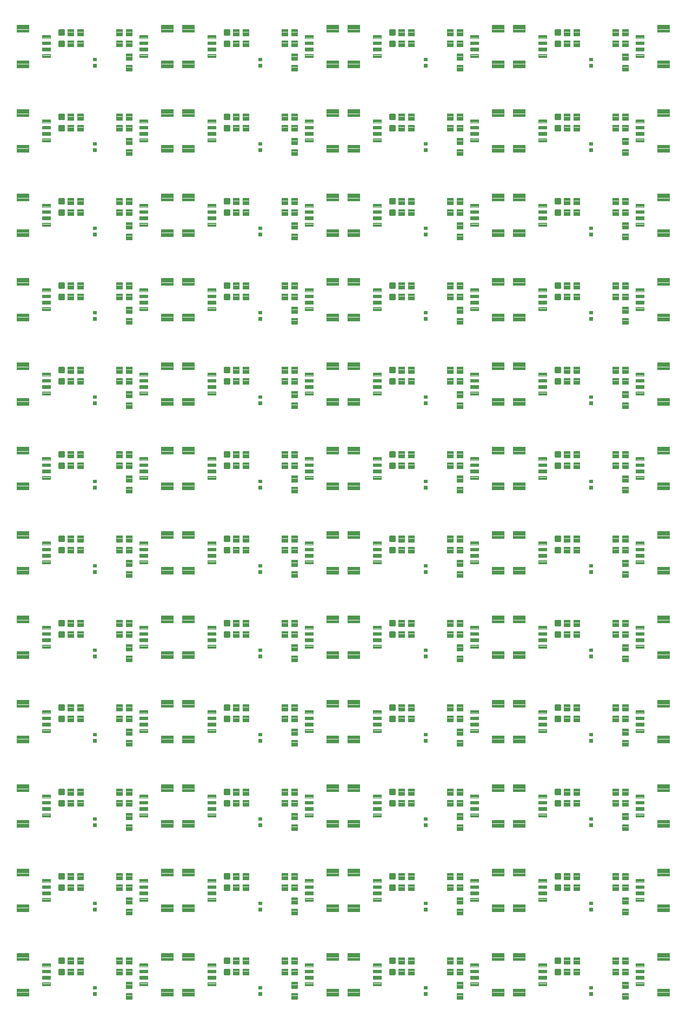
<source format=gtp>
G04 EAGLE Gerber RS-274X export*
G75*
%MOMM*%
%FSLAX34Y34*%
%LPD*%
%INSolderpaste Top*%
%IPPOS*%
%AMOC8*
5,1,8,0,0,1.08239X$1,22.5*%
G01*
%ADD10C,0.096000*%
%ADD11C,0.102000*%
%ADD12C,0.100000*%
%ADD13C,0.300000*%


D10*
X249470Y66420D02*
X249470Y55380D01*
X230430Y55380D01*
X230430Y66420D01*
X249470Y66420D01*
X249470Y56292D02*
X230430Y56292D01*
X230430Y57204D02*
X249470Y57204D01*
X249470Y58116D02*
X230430Y58116D01*
X230430Y59028D02*
X249470Y59028D01*
X249470Y59940D02*
X230430Y59940D01*
X230430Y60852D02*
X249470Y60852D01*
X249470Y61764D02*
X230430Y61764D01*
X230430Y62676D02*
X249470Y62676D01*
X249470Y63588D02*
X230430Y63588D01*
X230430Y64500D02*
X249470Y64500D01*
X249470Y65412D02*
X230430Y65412D01*
X230430Y66324D02*
X249470Y66324D01*
X249470Y111380D02*
X249470Y122420D01*
X249470Y111380D02*
X230430Y111380D01*
X230430Y122420D01*
X249470Y122420D01*
X249470Y112292D02*
X230430Y112292D01*
X230430Y113204D02*
X249470Y113204D01*
X249470Y114116D02*
X230430Y114116D01*
X230430Y115028D02*
X249470Y115028D01*
X249470Y115940D02*
X230430Y115940D01*
X230430Y116852D02*
X249470Y116852D01*
X249470Y117764D02*
X230430Y117764D01*
X230430Y118676D02*
X249470Y118676D01*
X249470Y119588D02*
X230430Y119588D01*
X230430Y120500D02*
X249470Y120500D01*
X249470Y121412D02*
X230430Y121412D01*
X230430Y122324D02*
X249470Y122324D01*
D11*
X209440Y76390D02*
X209440Y71410D01*
X196960Y71410D01*
X196960Y76390D01*
X209440Y76390D01*
X209440Y72379D02*
X196960Y72379D01*
X196960Y73348D02*
X209440Y73348D01*
X209440Y74317D02*
X196960Y74317D01*
X196960Y75286D02*
X209440Y75286D01*
X209440Y76255D02*
X196960Y76255D01*
X209440Y81410D02*
X209440Y86390D01*
X209440Y81410D02*
X196960Y81410D01*
X196960Y86390D01*
X209440Y86390D01*
X209440Y82379D02*
X196960Y82379D01*
X196960Y83348D02*
X209440Y83348D01*
X209440Y84317D02*
X196960Y84317D01*
X196960Y85286D02*
X209440Y85286D01*
X209440Y86255D02*
X196960Y86255D01*
X209440Y91410D02*
X209440Y96390D01*
X209440Y91410D02*
X196960Y91410D01*
X196960Y96390D01*
X209440Y96390D01*
X209440Y92379D02*
X196960Y92379D01*
X196960Y93348D02*
X209440Y93348D01*
X209440Y94317D02*
X196960Y94317D01*
X196960Y95286D02*
X209440Y95286D01*
X209440Y96255D02*
X196960Y96255D01*
X209440Y101410D02*
X209440Y106390D01*
X209440Y101410D02*
X196960Y101410D01*
X196960Y106390D01*
X209440Y106390D01*
X209440Y102379D02*
X196960Y102379D01*
X196960Y103348D02*
X209440Y103348D01*
X209440Y104317D02*
X196960Y104317D01*
X196960Y105286D02*
X209440Y105286D01*
X209440Y106255D02*
X196960Y106255D01*
D10*
X4530Y111380D02*
X4530Y122420D01*
X23570Y122420D01*
X23570Y111380D01*
X4530Y111380D01*
X4530Y112292D02*
X23570Y112292D01*
X23570Y113204D02*
X4530Y113204D01*
X4530Y114116D02*
X23570Y114116D01*
X23570Y115028D02*
X4530Y115028D01*
X4530Y115940D02*
X23570Y115940D01*
X23570Y116852D02*
X4530Y116852D01*
X4530Y117764D02*
X23570Y117764D01*
X23570Y118676D02*
X4530Y118676D01*
X4530Y119588D02*
X23570Y119588D01*
X23570Y120500D02*
X4530Y120500D01*
X4530Y121412D02*
X23570Y121412D01*
X23570Y122324D02*
X4530Y122324D01*
X4530Y66420D02*
X4530Y55380D01*
X4530Y66420D02*
X23570Y66420D01*
X23570Y55380D01*
X4530Y55380D01*
X4530Y56292D02*
X23570Y56292D01*
X23570Y57204D02*
X4530Y57204D01*
X4530Y58116D02*
X23570Y58116D01*
X23570Y59028D02*
X4530Y59028D01*
X4530Y59940D02*
X23570Y59940D01*
X23570Y60852D02*
X4530Y60852D01*
X4530Y61764D02*
X23570Y61764D01*
X23570Y62676D02*
X4530Y62676D01*
X4530Y63588D02*
X23570Y63588D01*
X23570Y64500D02*
X4530Y64500D01*
X4530Y65412D02*
X23570Y65412D01*
X23570Y66324D02*
X4530Y66324D01*
D11*
X44560Y101410D02*
X44560Y106390D01*
X57040Y106390D01*
X57040Y101410D01*
X44560Y101410D01*
X44560Y102379D02*
X57040Y102379D01*
X57040Y103348D02*
X44560Y103348D01*
X44560Y104317D02*
X57040Y104317D01*
X57040Y105286D02*
X44560Y105286D01*
X44560Y106255D02*
X57040Y106255D01*
X44560Y96390D02*
X44560Y91410D01*
X44560Y96390D02*
X57040Y96390D01*
X57040Y91410D01*
X44560Y91410D01*
X44560Y92379D02*
X57040Y92379D01*
X57040Y93348D02*
X44560Y93348D01*
X44560Y94317D02*
X57040Y94317D01*
X57040Y95286D02*
X44560Y95286D01*
X44560Y96255D02*
X57040Y96255D01*
X44560Y86390D02*
X44560Y81410D01*
X44560Y86390D02*
X57040Y86390D01*
X57040Y81410D01*
X44560Y81410D01*
X44560Y82379D02*
X57040Y82379D01*
X57040Y83348D02*
X44560Y83348D01*
X44560Y84317D02*
X57040Y84317D01*
X57040Y85286D02*
X44560Y85286D01*
X44560Y86255D02*
X57040Y86255D01*
X44560Y76390D02*
X44560Y71410D01*
X44560Y76390D02*
X57040Y76390D01*
X57040Y71410D01*
X44560Y71410D01*
X44560Y72379D02*
X57040Y72379D01*
X57040Y73348D02*
X44560Y73348D01*
X44560Y74317D02*
X57040Y74317D01*
X57040Y75286D02*
X44560Y75286D01*
X44560Y76255D02*
X57040Y76255D01*
D12*
X184840Y88100D02*
X184840Y98100D01*
X184840Y88100D02*
X175840Y88100D01*
X175840Y98100D01*
X184840Y98100D01*
X184840Y89050D02*
X175840Y89050D01*
X175840Y90000D02*
X184840Y90000D01*
X184840Y90950D02*
X175840Y90950D01*
X175840Y91900D02*
X184840Y91900D01*
X184840Y92850D02*
X175840Y92850D01*
X175840Y93800D02*
X184840Y93800D01*
X184840Y94750D02*
X175840Y94750D01*
X175840Y95700D02*
X184840Y95700D01*
X184840Y96650D02*
X175840Y96650D01*
X175840Y97600D02*
X184840Y97600D01*
X184840Y105100D02*
X184840Y115100D01*
X184840Y105100D02*
X175840Y105100D01*
X175840Y115100D01*
X184840Y115100D01*
X184840Y106050D02*
X175840Y106050D01*
X175840Y107000D02*
X184840Y107000D01*
X184840Y107950D02*
X175840Y107950D01*
X175840Y108900D02*
X184840Y108900D01*
X184840Y109850D02*
X175840Y109850D01*
X175840Y110800D02*
X184840Y110800D01*
X184840Y111750D02*
X175840Y111750D01*
X175840Y112700D02*
X184840Y112700D01*
X184840Y113650D02*
X175840Y113650D01*
X175840Y114600D02*
X184840Y114600D01*
X169600Y98100D02*
X169600Y88100D01*
X160600Y88100D01*
X160600Y98100D01*
X169600Y98100D01*
X169600Y89050D02*
X160600Y89050D01*
X160600Y90000D02*
X169600Y90000D01*
X169600Y90950D02*
X160600Y90950D01*
X160600Y91900D02*
X169600Y91900D01*
X169600Y92850D02*
X160600Y92850D01*
X160600Y93800D02*
X169600Y93800D01*
X169600Y94750D02*
X160600Y94750D01*
X160600Y95700D02*
X169600Y95700D01*
X169600Y96650D02*
X160600Y96650D01*
X160600Y97600D02*
X169600Y97600D01*
X169600Y105100D02*
X169600Y115100D01*
X169600Y105100D02*
X160600Y105100D01*
X160600Y115100D01*
X169600Y115100D01*
X169600Y106050D02*
X160600Y106050D01*
X160600Y107000D02*
X169600Y107000D01*
X169600Y107950D02*
X160600Y107950D01*
X160600Y108900D02*
X169600Y108900D01*
X169600Y109850D02*
X160600Y109850D01*
X160600Y110800D02*
X169600Y110800D01*
X169600Y111750D02*
X160600Y111750D01*
X160600Y112700D02*
X169600Y112700D01*
X169600Y113650D02*
X160600Y113650D01*
X160600Y114600D02*
X169600Y114600D01*
D13*
X78430Y96330D02*
X71430Y96330D01*
X78430Y96330D02*
X78430Y89330D01*
X71430Y89330D01*
X71430Y96330D01*
X71430Y92180D02*
X78430Y92180D01*
X78430Y95030D02*
X71430Y95030D01*
X71430Y113870D02*
X78430Y113870D01*
X78430Y106870D01*
X71430Y106870D01*
X71430Y113870D01*
X71430Y109720D02*
X78430Y109720D01*
X78430Y112570D02*
X71430Y112570D01*
D12*
X84400Y115100D02*
X84400Y105100D01*
X84400Y115100D02*
X93400Y115100D01*
X93400Y105100D01*
X84400Y105100D01*
X84400Y106050D02*
X93400Y106050D01*
X93400Y107000D02*
X84400Y107000D01*
X84400Y107950D02*
X93400Y107950D01*
X93400Y108900D02*
X84400Y108900D01*
X84400Y109850D02*
X93400Y109850D01*
X93400Y110800D02*
X84400Y110800D01*
X84400Y111750D02*
X93400Y111750D01*
X93400Y112700D02*
X84400Y112700D01*
X84400Y113650D02*
X93400Y113650D01*
X93400Y114600D02*
X84400Y114600D01*
X84400Y98100D02*
X84400Y88100D01*
X84400Y98100D02*
X93400Y98100D01*
X93400Y88100D01*
X84400Y88100D01*
X84400Y89050D02*
X93400Y89050D01*
X93400Y90000D02*
X84400Y90000D01*
X84400Y90950D02*
X93400Y90950D01*
X93400Y91900D02*
X84400Y91900D01*
X84400Y92850D02*
X93400Y92850D01*
X93400Y93800D02*
X84400Y93800D01*
X84400Y94750D02*
X93400Y94750D01*
X93400Y95700D02*
X84400Y95700D01*
X84400Y96650D02*
X93400Y96650D01*
X93400Y97600D02*
X84400Y97600D01*
D11*
X129490Y60990D02*
X129490Y56010D01*
X124510Y56010D01*
X124510Y60990D01*
X129490Y60990D01*
X129490Y56979D02*
X124510Y56979D01*
X124510Y57948D02*
X129490Y57948D01*
X129490Y58917D02*
X124510Y58917D01*
X124510Y59886D02*
X129490Y59886D01*
X129490Y60855D02*
X124510Y60855D01*
X129490Y66010D02*
X129490Y70990D01*
X129490Y66010D02*
X124510Y66010D01*
X124510Y70990D01*
X129490Y70990D01*
X129490Y66979D02*
X124510Y66979D01*
X124510Y67948D02*
X129490Y67948D01*
X129490Y68917D02*
X124510Y68917D01*
X124510Y69886D02*
X129490Y69886D01*
X129490Y70855D02*
X124510Y70855D01*
D12*
X184840Y60000D02*
X184840Y50000D01*
X175840Y50000D01*
X175840Y60000D01*
X184840Y60000D01*
X184840Y50950D02*
X175840Y50950D01*
X175840Y51900D02*
X184840Y51900D01*
X184840Y52850D02*
X175840Y52850D01*
X175840Y53800D02*
X184840Y53800D01*
X184840Y54750D02*
X175840Y54750D01*
X175840Y55700D02*
X184840Y55700D01*
X184840Y56650D02*
X175840Y56650D01*
X175840Y57600D02*
X184840Y57600D01*
X184840Y58550D02*
X175840Y58550D01*
X175840Y59500D02*
X184840Y59500D01*
X184840Y67000D02*
X184840Y77000D01*
X184840Y67000D02*
X175840Y67000D01*
X175840Y77000D01*
X184840Y77000D01*
X184840Y67950D02*
X175840Y67950D01*
X175840Y68900D02*
X184840Y68900D01*
X184840Y69850D02*
X175840Y69850D01*
X175840Y70800D02*
X184840Y70800D01*
X184840Y71750D02*
X175840Y71750D01*
X175840Y72700D02*
X184840Y72700D01*
X184840Y73650D02*
X175840Y73650D01*
X175840Y74600D02*
X184840Y74600D01*
X184840Y75550D02*
X175840Y75550D01*
X175840Y76500D02*
X184840Y76500D01*
X99640Y105100D02*
X99640Y115100D01*
X108640Y115100D01*
X108640Y105100D01*
X99640Y105100D01*
X99640Y106050D02*
X108640Y106050D01*
X108640Y107000D02*
X99640Y107000D01*
X99640Y107950D02*
X108640Y107950D01*
X108640Y108900D02*
X99640Y108900D01*
X99640Y109850D02*
X108640Y109850D01*
X108640Y110800D02*
X99640Y110800D01*
X99640Y111750D02*
X108640Y111750D01*
X108640Y112700D02*
X99640Y112700D01*
X99640Y113650D02*
X108640Y113650D01*
X108640Y114600D02*
X99640Y114600D01*
X99640Y98100D02*
X99640Y88100D01*
X99640Y98100D02*
X108640Y98100D01*
X108640Y88100D01*
X99640Y88100D01*
X99640Y89050D02*
X108640Y89050D01*
X108640Y90000D02*
X99640Y90000D01*
X99640Y90950D02*
X108640Y90950D01*
X108640Y91900D02*
X99640Y91900D01*
X99640Y92850D02*
X108640Y92850D01*
X108640Y93800D02*
X99640Y93800D01*
X99640Y94750D02*
X108640Y94750D01*
X108640Y95700D02*
X99640Y95700D01*
X99640Y96650D02*
X108640Y96650D01*
X108640Y97600D02*
X99640Y97600D01*
D10*
X508550Y66420D02*
X508550Y55380D01*
X489510Y55380D01*
X489510Y66420D01*
X508550Y66420D01*
X508550Y56292D02*
X489510Y56292D01*
X489510Y57204D02*
X508550Y57204D01*
X508550Y58116D02*
X489510Y58116D01*
X489510Y59028D02*
X508550Y59028D01*
X508550Y59940D02*
X489510Y59940D01*
X489510Y60852D02*
X508550Y60852D01*
X508550Y61764D02*
X489510Y61764D01*
X489510Y62676D02*
X508550Y62676D01*
X508550Y63588D02*
X489510Y63588D01*
X489510Y64500D02*
X508550Y64500D01*
X508550Y65412D02*
X489510Y65412D01*
X489510Y66324D02*
X508550Y66324D01*
X508550Y111380D02*
X508550Y122420D01*
X508550Y111380D02*
X489510Y111380D01*
X489510Y122420D01*
X508550Y122420D01*
X508550Y112292D02*
X489510Y112292D01*
X489510Y113204D02*
X508550Y113204D01*
X508550Y114116D02*
X489510Y114116D01*
X489510Y115028D02*
X508550Y115028D01*
X508550Y115940D02*
X489510Y115940D01*
X489510Y116852D02*
X508550Y116852D01*
X508550Y117764D02*
X489510Y117764D01*
X489510Y118676D02*
X508550Y118676D01*
X508550Y119588D02*
X489510Y119588D01*
X489510Y120500D02*
X508550Y120500D01*
X508550Y121412D02*
X489510Y121412D01*
X489510Y122324D02*
X508550Y122324D01*
D11*
X468520Y76390D02*
X468520Y71410D01*
X456040Y71410D01*
X456040Y76390D01*
X468520Y76390D01*
X468520Y72379D02*
X456040Y72379D01*
X456040Y73348D02*
X468520Y73348D01*
X468520Y74317D02*
X456040Y74317D01*
X456040Y75286D02*
X468520Y75286D01*
X468520Y76255D02*
X456040Y76255D01*
X468520Y81410D02*
X468520Y86390D01*
X468520Y81410D02*
X456040Y81410D01*
X456040Y86390D01*
X468520Y86390D01*
X468520Y82379D02*
X456040Y82379D01*
X456040Y83348D02*
X468520Y83348D01*
X468520Y84317D02*
X456040Y84317D01*
X456040Y85286D02*
X468520Y85286D01*
X468520Y86255D02*
X456040Y86255D01*
X468520Y91410D02*
X468520Y96390D01*
X468520Y91410D02*
X456040Y91410D01*
X456040Y96390D01*
X468520Y96390D01*
X468520Y92379D02*
X456040Y92379D01*
X456040Y93348D02*
X468520Y93348D01*
X468520Y94317D02*
X456040Y94317D01*
X456040Y95286D02*
X468520Y95286D01*
X468520Y96255D02*
X456040Y96255D01*
X468520Y101410D02*
X468520Y106390D01*
X468520Y101410D02*
X456040Y101410D01*
X456040Y106390D01*
X468520Y106390D01*
X468520Y102379D02*
X456040Y102379D01*
X456040Y103348D02*
X468520Y103348D01*
X468520Y104317D02*
X456040Y104317D01*
X456040Y105286D02*
X468520Y105286D01*
X468520Y106255D02*
X456040Y106255D01*
D10*
X263610Y111380D02*
X263610Y122420D01*
X282650Y122420D01*
X282650Y111380D01*
X263610Y111380D01*
X263610Y112292D02*
X282650Y112292D01*
X282650Y113204D02*
X263610Y113204D01*
X263610Y114116D02*
X282650Y114116D01*
X282650Y115028D02*
X263610Y115028D01*
X263610Y115940D02*
X282650Y115940D01*
X282650Y116852D02*
X263610Y116852D01*
X263610Y117764D02*
X282650Y117764D01*
X282650Y118676D02*
X263610Y118676D01*
X263610Y119588D02*
X282650Y119588D01*
X282650Y120500D02*
X263610Y120500D01*
X263610Y121412D02*
X282650Y121412D01*
X282650Y122324D02*
X263610Y122324D01*
X263610Y66420D02*
X263610Y55380D01*
X263610Y66420D02*
X282650Y66420D01*
X282650Y55380D01*
X263610Y55380D01*
X263610Y56292D02*
X282650Y56292D01*
X282650Y57204D02*
X263610Y57204D01*
X263610Y58116D02*
X282650Y58116D01*
X282650Y59028D02*
X263610Y59028D01*
X263610Y59940D02*
X282650Y59940D01*
X282650Y60852D02*
X263610Y60852D01*
X263610Y61764D02*
X282650Y61764D01*
X282650Y62676D02*
X263610Y62676D01*
X263610Y63588D02*
X282650Y63588D01*
X282650Y64500D02*
X263610Y64500D01*
X263610Y65412D02*
X282650Y65412D01*
X282650Y66324D02*
X263610Y66324D01*
D11*
X303640Y101410D02*
X303640Y106390D01*
X316120Y106390D01*
X316120Y101410D01*
X303640Y101410D01*
X303640Y102379D02*
X316120Y102379D01*
X316120Y103348D02*
X303640Y103348D01*
X303640Y104317D02*
X316120Y104317D01*
X316120Y105286D02*
X303640Y105286D01*
X303640Y106255D02*
X316120Y106255D01*
X303640Y96390D02*
X303640Y91410D01*
X303640Y96390D02*
X316120Y96390D01*
X316120Y91410D01*
X303640Y91410D01*
X303640Y92379D02*
X316120Y92379D01*
X316120Y93348D02*
X303640Y93348D01*
X303640Y94317D02*
X316120Y94317D01*
X316120Y95286D02*
X303640Y95286D01*
X303640Y96255D02*
X316120Y96255D01*
X303640Y86390D02*
X303640Y81410D01*
X303640Y86390D02*
X316120Y86390D01*
X316120Y81410D01*
X303640Y81410D01*
X303640Y82379D02*
X316120Y82379D01*
X316120Y83348D02*
X303640Y83348D01*
X303640Y84317D02*
X316120Y84317D01*
X316120Y85286D02*
X303640Y85286D01*
X303640Y86255D02*
X316120Y86255D01*
X303640Y76390D02*
X303640Y71410D01*
X303640Y76390D02*
X316120Y76390D01*
X316120Y71410D01*
X303640Y71410D01*
X303640Y72379D02*
X316120Y72379D01*
X316120Y73348D02*
X303640Y73348D01*
X303640Y74317D02*
X316120Y74317D01*
X316120Y75286D02*
X303640Y75286D01*
X303640Y76255D02*
X316120Y76255D01*
D12*
X443920Y88100D02*
X443920Y98100D01*
X443920Y88100D02*
X434920Y88100D01*
X434920Y98100D01*
X443920Y98100D01*
X443920Y89050D02*
X434920Y89050D01*
X434920Y90000D02*
X443920Y90000D01*
X443920Y90950D02*
X434920Y90950D01*
X434920Y91900D02*
X443920Y91900D01*
X443920Y92850D02*
X434920Y92850D01*
X434920Y93800D02*
X443920Y93800D01*
X443920Y94750D02*
X434920Y94750D01*
X434920Y95700D02*
X443920Y95700D01*
X443920Y96650D02*
X434920Y96650D01*
X434920Y97600D02*
X443920Y97600D01*
X443920Y105100D02*
X443920Y115100D01*
X443920Y105100D02*
X434920Y105100D01*
X434920Y115100D01*
X443920Y115100D01*
X443920Y106050D02*
X434920Y106050D01*
X434920Y107000D02*
X443920Y107000D01*
X443920Y107950D02*
X434920Y107950D01*
X434920Y108900D02*
X443920Y108900D01*
X443920Y109850D02*
X434920Y109850D01*
X434920Y110800D02*
X443920Y110800D01*
X443920Y111750D02*
X434920Y111750D01*
X434920Y112700D02*
X443920Y112700D01*
X443920Y113650D02*
X434920Y113650D01*
X434920Y114600D02*
X443920Y114600D01*
X428680Y98100D02*
X428680Y88100D01*
X419680Y88100D01*
X419680Y98100D01*
X428680Y98100D01*
X428680Y89050D02*
X419680Y89050D01*
X419680Y90000D02*
X428680Y90000D01*
X428680Y90950D02*
X419680Y90950D01*
X419680Y91900D02*
X428680Y91900D01*
X428680Y92850D02*
X419680Y92850D01*
X419680Y93800D02*
X428680Y93800D01*
X428680Y94750D02*
X419680Y94750D01*
X419680Y95700D02*
X428680Y95700D01*
X428680Y96650D02*
X419680Y96650D01*
X419680Y97600D02*
X428680Y97600D01*
X428680Y105100D02*
X428680Y115100D01*
X428680Y105100D02*
X419680Y105100D01*
X419680Y115100D01*
X428680Y115100D01*
X428680Y106050D02*
X419680Y106050D01*
X419680Y107000D02*
X428680Y107000D01*
X428680Y107950D02*
X419680Y107950D01*
X419680Y108900D02*
X428680Y108900D01*
X428680Y109850D02*
X419680Y109850D01*
X419680Y110800D02*
X428680Y110800D01*
X428680Y111750D02*
X419680Y111750D01*
X419680Y112700D02*
X428680Y112700D01*
X428680Y113650D02*
X419680Y113650D01*
X419680Y114600D02*
X428680Y114600D01*
D13*
X337510Y96330D02*
X330510Y96330D01*
X337510Y96330D02*
X337510Y89330D01*
X330510Y89330D01*
X330510Y96330D01*
X330510Y92180D02*
X337510Y92180D01*
X337510Y95030D02*
X330510Y95030D01*
X330510Y113870D02*
X337510Y113870D01*
X337510Y106870D01*
X330510Y106870D01*
X330510Y113870D01*
X330510Y109720D02*
X337510Y109720D01*
X337510Y112570D02*
X330510Y112570D01*
D12*
X343480Y115100D02*
X343480Y105100D01*
X343480Y115100D02*
X352480Y115100D01*
X352480Y105100D01*
X343480Y105100D01*
X343480Y106050D02*
X352480Y106050D01*
X352480Y107000D02*
X343480Y107000D01*
X343480Y107950D02*
X352480Y107950D01*
X352480Y108900D02*
X343480Y108900D01*
X343480Y109850D02*
X352480Y109850D01*
X352480Y110800D02*
X343480Y110800D01*
X343480Y111750D02*
X352480Y111750D01*
X352480Y112700D02*
X343480Y112700D01*
X343480Y113650D02*
X352480Y113650D01*
X352480Y114600D02*
X343480Y114600D01*
X343480Y98100D02*
X343480Y88100D01*
X343480Y98100D02*
X352480Y98100D01*
X352480Y88100D01*
X343480Y88100D01*
X343480Y89050D02*
X352480Y89050D01*
X352480Y90000D02*
X343480Y90000D01*
X343480Y90950D02*
X352480Y90950D01*
X352480Y91900D02*
X343480Y91900D01*
X343480Y92850D02*
X352480Y92850D01*
X352480Y93800D02*
X343480Y93800D01*
X343480Y94750D02*
X352480Y94750D01*
X352480Y95700D02*
X343480Y95700D01*
X343480Y96650D02*
X352480Y96650D01*
X352480Y97600D02*
X343480Y97600D01*
D11*
X388570Y60990D02*
X388570Y56010D01*
X383590Y56010D01*
X383590Y60990D01*
X388570Y60990D01*
X388570Y56979D02*
X383590Y56979D01*
X383590Y57948D02*
X388570Y57948D01*
X388570Y58917D02*
X383590Y58917D01*
X383590Y59886D02*
X388570Y59886D01*
X388570Y60855D02*
X383590Y60855D01*
X388570Y66010D02*
X388570Y70990D01*
X388570Y66010D02*
X383590Y66010D01*
X383590Y70990D01*
X388570Y70990D01*
X388570Y66979D02*
X383590Y66979D01*
X383590Y67948D02*
X388570Y67948D01*
X388570Y68917D02*
X383590Y68917D01*
X383590Y69886D02*
X388570Y69886D01*
X388570Y70855D02*
X383590Y70855D01*
D12*
X443920Y60000D02*
X443920Y50000D01*
X434920Y50000D01*
X434920Y60000D01*
X443920Y60000D01*
X443920Y50950D02*
X434920Y50950D01*
X434920Y51900D02*
X443920Y51900D01*
X443920Y52850D02*
X434920Y52850D01*
X434920Y53800D02*
X443920Y53800D01*
X443920Y54750D02*
X434920Y54750D01*
X434920Y55700D02*
X443920Y55700D01*
X443920Y56650D02*
X434920Y56650D01*
X434920Y57600D02*
X443920Y57600D01*
X443920Y58550D02*
X434920Y58550D01*
X434920Y59500D02*
X443920Y59500D01*
X443920Y67000D02*
X443920Y77000D01*
X443920Y67000D02*
X434920Y67000D01*
X434920Y77000D01*
X443920Y77000D01*
X443920Y67950D02*
X434920Y67950D01*
X434920Y68900D02*
X443920Y68900D01*
X443920Y69850D02*
X434920Y69850D01*
X434920Y70800D02*
X443920Y70800D01*
X443920Y71750D02*
X434920Y71750D01*
X434920Y72700D02*
X443920Y72700D01*
X443920Y73650D02*
X434920Y73650D01*
X434920Y74600D02*
X443920Y74600D01*
X443920Y75550D02*
X434920Y75550D01*
X434920Y76500D02*
X443920Y76500D01*
X358720Y105100D02*
X358720Y115100D01*
X367720Y115100D01*
X367720Y105100D01*
X358720Y105100D01*
X358720Y106050D02*
X367720Y106050D01*
X367720Y107000D02*
X358720Y107000D01*
X358720Y107950D02*
X367720Y107950D01*
X367720Y108900D02*
X358720Y108900D01*
X358720Y109850D02*
X367720Y109850D01*
X367720Y110800D02*
X358720Y110800D01*
X358720Y111750D02*
X367720Y111750D01*
X367720Y112700D02*
X358720Y112700D01*
X358720Y113650D02*
X367720Y113650D01*
X367720Y114600D02*
X358720Y114600D01*
X358720Y98100D02*
X358720Y88100D01*
X358720Y98100D02*
X367720Y98100D01*
X367720Y88100D01*
X358720Y88100D01*
X358720Y89050D02*
X367720Y89050D01*
X367720Y90000D02*
X358720Y90000D01*
X358720Y90950D02*
X367720Y90950D01*
X367720Y91900D02*
X358720Y91900D01*
X358720Y92850D02*
X367720Y92850D01*
X367720Y93800D02*
X358720Y93800D01*
X358720Y94750D02*
X367720Y94750D01*
X367720Y95700D02*
X358720Y95700D01*
X358720Y96650D02*
X367720Y96650D01*
X367720Y97600D02*
X358720Y97600D01*
D10*
X767630Y66420D02*
X767630Y55380D01*
X748590Y55380D01*
X748590Y66420D01*
X767630Y66420D01*
X767630Y56292D02*
X748590Y56292D01*
X748590Y57204D02*
X767630Y57204D01*
X767630Y58116D02*
X748590Y58116D01*
X748590Y59028D02*
X767630Y59028D01*
X767630Y59940D02*
X748590Y59940D01*
X748590Y60852D02*
X767630Y60852D01*
X767630Y61764D02*
X748590Y61764D01*
X748590Y62676D02*
X767630Y62676D01*
X767630Y63588D02*
X748590Y63588D01*
X748590Y64500D02*
X767630Y64500D01*
X767630Y65412D02*
X748590Y65412D01*
X748590Y66324D02*
X767630Y66324D01*
X767630Y111380D02*
X767630Y122420D01*
X767630Y111380D02*
X748590Y111380D01*
X748590Y122420D01*
X767630Y122420D01*
X767630Y112292D02*
X748590Y112292D01*
X748590Y113204D02*
X767630Y113204D01*
X767630Y114116D02*
X748590Y114116D01*
X748590Y115028D02*
X767630Y115028D01*
X767630Y115940D02*
X748590Y115940D01*
X748590Y116852D02*
X767630Y116852D01*
X767630Y117764D02*
X748590Y117764D01*
X748590Y118676D02*
X767630Y118676D01*
X767630Y119588D02*
X748590Y119588D01*
X748590Y120500D02*
X767630Y120500D01*
X767630Y121412D02*
X748590Y121412D01*
X748590Y122324D02*
X767630Y122324D01*
D11*
X727600Y76390D02*
X727600Y71410D01*
X715120Y71410D01*
X715120Y76390D01*
X727600Y76390D01*
X727600Y72379D02*
X715120Y72379D01*
X715120Y73348D02*
X727600Y73348D01*
X727600Y74317D02*
X715120Y74317D01*
X715120Y75286D02*
X727600Y75286D01*
X727600Y76255D02*
X715120Y76255D01*
X727600Y81410D02*
X727600Y86390D01*
X727600Y81410D02*
X715120Y81410D01*
X715120Y86390D01*
X727600Y86390D01*
X727600Y82379D02*
X715120Y82379D01*
X715120Y83348D02*
X727600Y83348D01*
X727600Y84317D02*
X715120Y84317D01*
X715120Y85286D02*
X727600Y85286D01*
X727600Y86255D02*
X715120Y86255D01*
X727600Y91410D02*
X727600Y96390D01*
X727600Y91410D02*
X715120Y91410D01*
X715120Y96390D01*
X727600Y96390D01*
X727600Y92379D02*
X715120Y92379D01*
X715120Y93348D02*
X727600Y93348D01*
X727600Y94317D02*
X715120Y94317D01*
X715120Y95286D02*
X727600Y95286D01*
X727600Y96255D02*
X715120Y96255D01*
X727600Y101410D02*
X727600Y106390D01*
X727600Y101410D02*
X715120Y101410D01*
X715120Y106390D01*
X727600Y106390D01*
X727600Y102379D02*
X715120Y102379D01*
X715120Y103348D02*
X727600Y103348D01*
X727600Y104317D02*
X715120Y104317D01*
X715120Y105286D02*
X727600Y105286D01*
X727600Y106255D02*
X715120Y106255D01*
D10*
X522690Y111380D02*
X522690Y122420D01*
X541730Y122420D01*
X541730Y111380D01*
X522690Y111380D01*
X522690Y112292D02*
X541730Y112292D01*
X541730Y113204D02*
X522690Y113204D01*
X522690Y114116D02*
X541730Y114116D01*
X541730Y115028D02*
X522690Y115028D01*
X522690Y115940D02*
X541730Y115940D01*
X541730Y116852D02*
X522690Y116852D01*
X522690Y117764D02*
X541730Y117764D01*
X541730Y118676D02*
X522690Y118676D01*
X522690Y119588D02*
X541730Y119588D01*
X541730Y120500D02*
X522690Y120500D01*
X522690Y121412D02*
X541730Y121412D01*
X541730Y122324D02*
X522690Y122324D01*
X522690Y66420D02*
X522690Y55380D01*
X522690Y66420D02*
X541730Y66420D01*
X541730Y55380D01*
X522690Y55380D01*
X522690Y56292D02*
X541730Y56292D01*
X541730Y57204D02*
X522690Y57204D01*
X522690Y58116D02*
X541730Y58116D01*
X541730Y59028D02*
X522690Y59028D01*
X522690Y59940D02*
X541730Y59940D01*
X541730Y60852D02*
X522690Y60852D01*
X522690Y61764D02*
X541730Y61764D01*
X541730Y62676D02*
X522690Y62676D01*
X522690Y63588D02*
X541730Y63588D01*
X541730Y64500D02*
X522690Y64500D01*
X522690Y65412D02*
X541730Y65412D01*
X541730Y66324D02*
X522690Y66324D01*
D11*
X562720Y101410D02*
X562720Y106390D01*
X575200Y106390D01*
X575200Y101410D01*
X562720Y101410D01*
X562720Y102379D02*
X575200Y102379D01*
X575200Y103348D02*
X562720Y103348D01*
X562720Y104317D02*
X575200Y104317D01*
X575200Y105286D02*
X562720Y105286D01*
X562720Y106255D02*
X575200Y106255D01*
X562720Y96390D02*
X562720Y91410D01*
X562720Y96390D02*
X575200Y96390D01*
X575200Y91410D01*
X562720Y91410D01*
X562720Y92379D02*
X575200Y92379D01*
X575200Y93348D02*
X562720Y93348D01*
X562720Y94317D02*
X575200Y94317D01*
X575200Y95286D02*
X562720Y95286D01*
X562720Y96255D02*
X575200Y96255D01*
X562720Y86390D02*
X562720Y81410D01*
X562720Y86390D02*
X575200Y86390D01*
X575200Y81410D01*
X562720Y81410D01*
X562720Y82379D02*
X575200Y82379D01*
X575200Y83348D02*
X562720Y83348D01*
X562720Y84317D02*
X575200Y84317D01*
X575200Y85286D02*
X562720Y85286D01*
X562720Y86255D02*
X575200Y86255D01*
X562720Y76390D02*
X562720Y71410D01*
X562720Y76390D02*
X575200Y76390D01*
X575200Y71410D01*
X562720Y71410D01*
X562720Y72379D02*
X575200Y72379D01*
X575200Y73348D02*
X562720Y73348D01*
X562720Y74317D02*
X575200Y74317D01*
X575200Y75286D02*
X562720Y75286D01*
X562720Y76255D02*
X575200Y76255D01*
D12*
X703000Y88100D02*
X703000Y98100D01*
X703000Y88100D02*
X694000Y88100D01*
X694000Y98100D01*
X703000Y98100D01*
X703000Y89050D02*
X694000Y89050D01*
X694000Y90000D02*
X703000Y90000D01*
X703000Y90950D02*
X694000Y90950D01*
X694000Y91900D02*
X703000Y91900D01*
X703000Y92850D02*
X694000Y92850D01*
X694000Y93800D02*
X703000Y93800D01*
X703000Y94750D02*
X694000Y94750D01*
X694000Y95700D02*
X703000Y95700D01*
X703000Y96650D02*
X694000Y96650D01*
X694000Y97600D02*
X703000Y97600D01*
X703000Y105100D02*
X703000Y115100D01*
X703000Y105100D02*
X694000Y105100D01*
X694000Y115100D01*
X703000Y115100D01*
X703000Y106050D02*
X694000Y106050D01*
X694000Y107000D02*
X703000Y107000D01*
X703000Y107950D02*
X694000Y107950D01*
X694000Y108900D02*
X703000Y108900D01*
X703000Y109850D02*
X694000Y109850D01*
X694000Y110800D02*
X703000Y110800D01*
X703000Y111750D02*
X694000Y111750D01*
X694000Y112700D02*
X703000Y112700D01*
X703000Y113650D02*
X694000Y113650D01*
X694000Y114600D02*
X703000Y114600D01*
X687760Y98100D02*
X687760Y88100D01*
X678760Y88100D01*
X678760Y98100D01*
X687760Y98100D01*
X687760Y89050D02*
X678760Y89050D01*
X678760Y90000D02*
X687760Y90000D01*
X687760Y90950D02*
X678760Y90950D01*
X678760Y91900D02*
X687760Y91900D01*
X687760Y92850D02*
X678760Y92850D01*
X678760Y93800D02*
X687760Y93800D01*
X687760Y94750D02*
X678760Y94750D01*
X678760Y95700D02*
X687760Y95700D01*
X687760Y96650D02*
X678760Y96650D01*
X678760Y97600D02*
X687760Y97600D01*
X687760Y105100D02*
X687760Y115100D01*
X687760Y105100D02*
X678760Y105100D01*
X678760Y115100D01*
X687760Y115100D01*
X687760Y106050D02*
X678760Y106050D01*
X678760Y107000D02*
X687760Y107000D01*
X687760Y107950D02*
X678760Y107950D01*
X678760Y108900D02*
X687760Y108900D01*
X687760Y109850D02*
X678760Y109850D01*
X678760Y110800D02*
X687760Y110800D01*
X687760Y111750D02*
X678760Y111750D01*
X678760Y112700D02*
X687760Y112700D01*
X687760Y113650D02*
X678760Y113650D01*
X678760Y114600D02*
X687760Y114600D01*
D13*
X596590Y96330D02*
X589590Y96330D01*
X596590Y96330D02*
X596590Y89330D01*
X589590Y89330D01*
X589590Y96330D01*
X589590Y92180D02*
X596590Y92180D01*
X596590Y95030D02*
X589590Y95030D01*
X589590Y113870D02*
X596590Y113870D01*
X596590Y106870D01*
X589590Y106870D01*
X589590Y113870D01*
X589590Y109720D02*
X596590Y109720D01*
X596590Y112570D02*
X589590Y112570D01*
D12*
X602560Y115100D02*
X602560Y105100D01*
X602560Y115100D02*
X611560Y115100D01*
X611560Y105100D01*
X602560Y105100D01*
X602560Y106050D02*
X611560Y106050D01*
X611560Y107000D02*
X602560Y107000D01*
X602560Y107950D02*
X611560Y107950D01*
X611560Y108900D02*
X602560Y108900D01*
X602560Y109850D02*
X611560Y109850D01*
X611560Y110800D02*
X602560Y110800D01*
X602560Y111750D02*
X611560Y111750D01*
X611560Y112700D02*
X602560Y112700D01*
X602560Y113650D02*
X611560Y113650D01*
X611560Y114600D02*
X602560Y114600D01*
X602560Y98100D02*
X602560Y88100D01*
X602560Y98100D02*
X611560Y98100D01*
X611560Y88100D01*
X602560Y88100D01*
X602560Y89050D02*
X611560Y89050D01*
X611560Y90000D02*
X602560Y90000D01*
X602560Y90950D02*
X611560Y90950D01*
X611560Y91900D02*
X602560Y91900D01*
X602560Y92850D02*
X611560Y92850D01*
X611560Y93800D02*
X602560Y93800D01*
X602560Y94750D02*
X611560Y94750D01*
X611560Y95700D02*
X602560Y95700D01*
X602560Y96650D02*
X611560Y96650D01*
X611560Y97600D02*
X602560Y97600D01*
D11*
X647650Y60990D02*
X647650Y56010D01*
X642670Y56010D01*
X642670Y60990D01*
X647650Y60990D01*
X647650Y56979D02*
X642670Y56979D01*
X642670Y57948D02*
X647650Y57948D01*
X647650Y58917D02*
X642670Y58917D01*
X642670Y59886D02*
X647650Y59886D01*
X647650Y60855D02*
X642670Y60855D01*
X647650Y66010D02*
X647650Y70990D01*
X647650Y66010D02*
X642670Y66010D01*
X642670Y70990D01*
X647650Y70990D01*
X647650Y66979D02*
X642670Y66979D01*
X642670Y67948D02*
X647650Y67948D01*
X647650Y68917D02*
X642670Y68917D01*
X642670Y69886D02*
X647650Y69886D01*
X647650Y70855D02*
X642670Y70855D01*
D12*
X703000Y60000D02*
X703000Y50000D01*
X694000Y50000D01*
X694000Y60000D01*
X703000Y60000D01*
X703000Y50950D02*
X694000Y50950D01*
X694000Y51900D02*
X703000Y51900D01*
X703000Y52850D02*
X694000Y52850D01*
X694000Y53800D02*
X703000Y53800D01*
X703000Y54750D02*
X694000Y54750D01*
X694000Y55700D02*
X703000Y55700D01*
X703000Y56650D02*
X694000Y56650D01*
X694000Y57600D02*
X703000Y57600D01*
X703000Y58550D02*
X694000Y58550D01*
X694000Y59500D02*
X703000Y59500D01*
X703000Y67000D02*
X703000Y77000D01*
X703000Y67000D02*
X694000Y67000D01*
X694000Y77000D01*
X703000Y77000D01*
X703000Y67950D02*
X694000Y67950D01*
X694000Y68900D02*
X703000Y68900D01*
X703000Y69850D02*
X694000Y69850D01*
X694000Y70800D02*
X703000Y70800D01*
X703000Y71750D02*
X694000Y71750D01*
X694000Y72700D02*
X703000Y72700D01*
X703000Y73650D02*
X694000Y73650D01*
X694000Y74600D02*
X703000Y74600D01*
X703000Y75550D02*
X694000Y75550D01*
X694000Y76500D02*
X703000Y76500D01*
X617800Y105100D02*
X617800Y115100D01*
X626800Y115100D01*
X626800Y105100D01*
X617800Y105100D01*
X617800Y106050D02*
X626800Y106050D01*
X626800Y107000D02*
X617800Y107000D01*
X617800Y107950D02*
X626800Y107950D01*
X626800Y108900D02*
X617800Y108900D01*
X617800Y109850D02*
X626800Y109850D01*
X626800Y110800D02*
X617800Y110800D01*
X617800Y111750D02*
X626800Y111750D01*
X626800Y112700D02*
X617800Y112700D01*
X617800Y113650D02*
X626800Y113650D01*
X626800Y114600D02*
X617800Y114600D01*
X617800Y98100D02*
X617800Y88100D01*
X617800Y98100D02*
X626800Y98100D01*
X626800Y88100D01*
X617800Y88100D01*
X617800Y89050D02*
X626800Y89050D01*
X626800Y90000D02*
X617800Y90000D01*
X617800Y90950D02*
X626800Y90950D01*
X626800Y91900D02*
X617800Y91900D01*
X617800Y92850D02*
X626800Y92850D01*
X626800Y93800D02*
X617800Y93800D01*
X617800Y94750D02*
X626800Y94750D01*
X626800Y95700D02*
X617800Y95700D01*
X617800Y96650D02*
X626800Y96650D01*
X626800Y97600D02*
X617800Y97600D01*
D10*
X1026710Y66420D02*
X1026710Y55380D01*
X1007670Y55380D01*
X1007670Y66420D01*
X1026710Y66420D01*
X1026710Y56292D02*
X1007670Y56292D01*
X1007670Y57204D02*
X1026710Y57204D01*
X1026710Y58116D02*
X1007670Y58116D01*
X1007670Y59028D02*
X1026710Y59028D01*
X1026710Y59940D02*
X1007670Y59940D01*
X1007670Y60852D02*
X1026710Y60852D01*
X1026710Y61764D02*
X1007670Y61764D01*
X1007670Y62676D02*
X1026710Y62676D01*
X1026710Y63588D02*
X1007670Y63588D01*
X1007670Y64500D02*
X1026710Y64500D01*
X1026710Y65412D02*
X1007670Y65412D01*
X1007670Y66324D02*
X1026710Y66324D01*
X1026710Y111380D02*
X1026710Y122420D01*
X1026710Y111380D02*
X1007670Y111380D01*
X1007670Y122420D01*
X1026710Y122420D01*
X1026710Y112292D02*
X1007670Y112292D01*
X1007670Y113204D02*
X1026710Y113204D01*
X1026710Y114116D02*
X1007670Y114116D01*
X1007670Y115028D02*
X1026710Y115028D01*
X1026710Y115940D02*
X1007670Y115940D01*
X1007670Y116852D02*
X1026710Y116852D01*
X1026710Y117764D02*
X1007670Y117764D01*
X1007670Y118676D02*
X1026710Y118676D01*
X1026710Y119588D02*
X1007670Y119588D01*
X1007670Y120500D02*
X1026710Y120500D01*
X1026710Y121412D02*
X1007670Y121412D01*
X1007670Y122324D02*
X1026710Y122324D01*
D11*
X986680Y76390D02*
X986680Y71410D01*
X974200Y71410D01*
X974200Y76390D01*
X986680Y76390D01*
X986680Y72379D02*
X974200Y72379D01*
X974200Y73348D02*
X986680Y73348D01*
X986680Y74317D02*
X974200Y74317D01*
X974200Y75286D02*
X986680Y75286D01*
X986680Y76255D02*
X974200Y76255D01*
X986680Y81410D02*
X986680Y86390D01*
X986680Y81410D02*
X974200Y81410D01*
X974200Y86390D01*
X986680Y86390D01*
X986680Y82379D02*
X974200Y82379D01*
X974200Y83348D02*
X986680Y83348D01*
X986680Y84317D02*
X974200Y84317D01*
X974200Y85286D02*
X986680Y85286D01*
X986680Y86255D02*
X974200Y86255D01*
X986680Y91410D02*
X986680Y96390D01*
X986680Y91410D02*
X974200Y91410D01*
X974200Y96390D01*
X986680Y96390D01*
X986680Y92379D02*
X974200Y92379D01*
X974200Y93348D02*
X986680Y93348D01*
X986680Y94317D02*
X974200Y94317D01*
X974200Y95286D02*
X986680Y95286D01*
X986680Y96255D02*
X974200Y96255D01*
X986680Y101410D02*
X986680Y106390D01*
X986680Y101410D02*
X974200Y101410D01*
X974200Y106390D01*
X986680Y106390D01*
X986680Y102379D02*
X974200Y102379D01*
X974200Y103348D02*
X986680Y103348D01*
X986680Y104317D02*
X974200Y104317D01*
X974200Y105286D02*
X986680Y105286D01*
X986680Y106255D02*
X974200Y106255D01*
D10*
X781770Y111380D02*
X781770Y122420D01*
X800810Y122420D01*
X800810Y111380D01*
X781770Y111380D01*
X781770Y112292D02*
X800810Y112292D01*
X800810Y113204D02*
X781770Y113204D01*
X781770Y114116D02*
X800810Y114116D01*
X800810Y115028D02*
X781770Y115028D01*
X781770Y115940D02*
X800810Y115940D01*
X800810Y116852D02*
X781770Y116852D01*
X781770Y117764D02*
X800810Y117764D01*
X800810Y118676D02*
X781770Y118676D01*
X781770Y119588D02*
X800810Y119588D01*
X800810Y120500D02*
X781770Y120500D01*
X781770Y121412D02*
X800810Y121412D01*
X800810Y122324D02*
X781770Y122324D01*
X781770Y66420D02*
X781770Y55380D01*
X781770Y66420D02*
X800810Y66420D01*
X800810Y55380D01*
X781770Y55380D01*
X781770Y56292D02*
X800810Y56292D01*
X800810Y57204D02*
X781770Y57204D01*
X781770Y58116D02*
X800810Y58116D01*
X800810Y59028D02*
X781770Y59028D01*
X781770Y59940D02*
X800810Y59940D01*
X800810Y60852D02*
X781770Y60852D01*
X781770Y61764D02*
X800810Y61764D01*
X800810Y62676D02*
X781770Y62676D01*
X781770Y63588D02*
X800810Y63588D01*
X800810Y64500D02*
X781770Y64500D01*
X781770Y65412D02*
X800810Y65412D01*
X800810Y66324D02*
X781770Y66324D01*
D11*
X821800Y101410D02*
X821800Y106390D01*
X834280Y106390D01*
X834280Y101410D01*
X821800Y101410D01*
X821800Y102379D02*
X834280Y102379D01*
X834280Y103348D02*
X821800Y103348D01*
X821800Y104317D02*
X834280Y104317D01*
X834280Y105286D02*
X821800Y105286D01*
X821800Y106255D02*
X834280Y106255D01*
X821800Y96390D02*
X821800Y91410D01*
X821800Y96390D02*
X834280Y96390D01*
X834280Y91410D01*
X821800Y91410D01*
X821800Y92379D02*
X834280Y92379D01*
X834280Y93348D02*
X821800Y93348D01*
X821800Y94317D02*
X834280Y94317D01*
X834280Y95286D02*
X821800Y95286D01*
X821800Y96255D02*
X834280Y96255D01*
X821800Y86390D02*
X821800Y81410D01*
X821800Y86390D02*
X834280Y86390D01*
X834280Y81410D01*
X821800Y81410D01*
X821800Y82379D02*
X834280Y82379D01*
X834280Y83348D02*
X821800Y83348D01*
X821800Y84317D02*
X834280Y84317D01*
X834280Y85286D02*
X821800Y85286D01*
X821800Y86255D02*
X834280Y86255D01*
X821800Y76390D02*
X821800Y71410D01*
X821800Y76390D02*
X834280Y76390D01*
X834280Y71410D01*
X821800Y71410D01*
X821800Y72379D02*
X834280Y72379D01*
X834280Y73348D02*
X821800Y73348D01*
X821800Y74317D02*
X834280Y74317D01*
X834280Y75286D02*
X821800Y75286D01*
X821800Y76255D02*
X834280Y76255D01*
D12*
X962080Y88100D02*
X962080Y98100D01*
X962080Y88100D02*
X953080Y88100D01*
X953080Y98100D01*
X962080Y98100D01*
X962080Y89050D02*
X953080Y89050D01*
X953080Y90000D02*
X962080Y90000D01*
X962080Y90950D02*
X953080Y90950D01*
X953080Y91900D02*
X962080Y91900D01*
X962080Y92850D02*
X953080Y92850D01*
X953080Y93800D02*
X962080Y93800D01*
X962080Y94750D02*
X953080Y94750D01*
X953080Y95700D02*
X962080Y95700D01*
X962080Y96650D02*
X953080Y96650D01*
X953080Y97600D02*
X962080Y97600D01*
X962080Y105100D02*
X962080Y115100D01*
X962080Y105100D02*
X953080Y105100D01*
X953080Y115100D01*
X962080Y115100D01*
X962080Y106050D02*
X953080Y106050D01*
X953080Y107000D02*
X962080Y107000D01*
X962080Y107950D02*
X953080Y107950D01*
X953080Y108900D02*
X962080Y108900D01*
X962080Y109850D02*
X953080Y109850D01*
X953080Y110800D02*
X962080Y110800D01*
X962080Y111750D02*
X953080Y111750D01*
X953080Y112700D02*
X962080Y112700D01*
X962080Y113650D02*
X953080Y113650D01*
X953080Y114600D02*
X962080Y114600D01*
X946840Y98100D02*
X946840Y88100D01*
X937840Y88100D01*
X937840Y98100D01*
X946840Y98100D01*
X946840Y89050D02*
X937840Y89050D01*
X937840Y90000D02*
X946840Y90000D01*
X946840Y90950D02*
X937840Y90950D01*
X937840Y91900D02*
X946840Y91900D01*
X946840Y92850D02*
X937840Y92850D01*
X937840Y93800D02*
X946840Y93800D01*
X946840Y94750D02*
X937840Y94750D01*
X937840Y95700D02*
X946840Y95700D01*
X946840Y96650D02*
X937840Y96650D01*
X937840Y97600D02*
X946840Y97600D01*
X946840Y105100D02*
X946840Y115100D01*
X946840Y105100D02*
X937840Y105100D01*
X937840Y115100D01*
X946840Y115100D01*
X946840Y106050D02*
X937840Y106050D01*
X937840Y107000D02*
X946840Y107000D01*
X946840Y107950D02*
X937840Y107950D01*
X937840Y108900D02*
X946840Y108900D01*
X946840Y109850D02*
X937840Y109850D01*
X937840Y110800D02*
X946840Y110800D01*
X946840Y111750D02*
X937840Y111750D01*
X937840Y112700D02*
X946840Y112700D01*
X946840Y113650D02*
X937840Y113650D01*
X937840Y114600D02*
X946840Y114600D01*
D13*
X855670Y96330D02*
X848670Y96330D01*
X855670Y96330D02*
X855670Y89330D01*
X848670Y89330D01*
X848670Y96330D01*
X848670Y92180D02*
X855670Y92180D01*
X855670Y95030D02*
X848670Y95030D01*
X848670Y113870D02*
X855670Y113870D01*
X855670Y106870D01*
X848670Y106870D01*
X848670Y113870D01*
X848670Y109720D02*
X855670Y109720D01*
X855670Y112570D02*
X848670Y112570D01*
D12*
X861640Y115100D02*
X861640Y105100D01*
X861640Y115100D02*
X870640Y115100D01*
X870640Y105100D01*
X861640Y105100D01*
X861640Y106050D02*
X870640Y106050D01*
X870640Y107000D02*
X861640Y107000D01*
X861640Y107950D02*
X870640Y107950D01*
X870640Y108900D02*
X861640Y108900D01*
X861640Y109850D02*
X870640Y109850D01*
X870640Y110800D02*
X861640Y110800D01*
X861640Y111750D02*
X870640Y111750D01*
X870640Y112700D02*
X861640Y112700D01*
X861640Y113650D02*
X870640Y113650D01*
X870640Y114600D02*
X861640Y114600D01*
X861640Y98100D02*
X861640Y88100D01*
X861640Y98100D02*
X870640Y98100D01*
X870640Y88100D01*
X861640Y88100D01*
X861640Y89050D02*
X870640Y89050D01*
X870640Y90000D02*
X861640Y90000D01*
X861640Y90950D02*
X870640Y90950D01*
X870640Y91900D02*
X861640Y91900D01*
X861640Y92850D02*
X870640Y92850D01*
X870640Y93800D02*
X861640Y93800D01*
X861640Y94750D02*
X870640Y94750D01*
X870640Y95700D02*
X861640Y95700D01*
X861640Y96650D02*
X870640Y96650D01*
X870640Y97600D02*
X861640Y97600D01*
D11*
X906730Y60990D02*
X906730Y56010D01*
X901750Y56010D01*
X901750Y60990D01*
X906730Y60990D01*
X906730Y56979D02*
X901750Y56979D01*
X901750Y57948D02*
X906730Y57948D01*
X906730Y58917D02*
X901750Y58917D01*
X901750Y59886D02*
X906730Y59886D01*
X906730Y60855D02*
X901750Y60855D01*
X906730Y66010D02*
X906730Y70990D01*
X906730Y66010D02*
X901750Y66010D01*
X901750Y70990D01*
X906730Y70990D01*
X906730Y66979D02*
X901750Y66979D01*
X901750Y67948D02*
X906730Y67948D01*
X906730Y68917D02*
X901750Y68917D01*
X901750Y69886D02*
X906730Y69886D01*
X906730Y70855D02*
X901750Y70855D01*
D12*
X962080Y60000D02*
X962080Y50000D01*
X953080Y50000D01*
X953080Y60000D01*
X962080Y60000D01*
X962080Y50950D02*
X953080Y50950D01*
X953080Y51900D02*
X962080Y51900D01*
X962080Y52850D02*
X953080Y52850D01*
X953080Y53800D02*
X962080Y53800D01*
X962080Y54750D02*
X953080Y54750D01*
X953080Y55700D02*
X962080Y55700D01*
X962080Y56650D02*
X953080Y56650D01*
X953080Y57600D02*
X962080Y57600D01*
X962080Y58550D02*
X953080Y58550D01*
X953080Y59500D02*
X962080Y59500D01*
X962080Y67000D02*
X962080Y77000D01*
X962080Y67000D02*
X953080Y67000D01*
X953080Y77000D01*
X962080Y77000D01*
X962080Y67950D02*
X953080Y67950D01*
X953080Y68900D02*
X962080Y68900D01*
X962080Y69850D02*
X953080Y69850D01*
X953080Y70800D02*
X962080Y70800D01*
X962080Y71750D02*
X953080Y71750D01*
X953080Y72700D02*
X962080Y72700D01*
X962080Y73650D02*
X953080Y73650D01*
X953080Y74600D02*
X962080Y74600D01*
X962080Y75550D02*
X953080Y75550D01*
X953080Y76500D02*
X962080Y76500D01*
X876880Y105100D02*
X876880Y115100D01*
X885880Y115100D01*
X885880Y105100D01*
X876880Y105100D01*
X876880Y106050D02*
X885880Y106050D01*
X885880Y107000D02*
X876880Y107000D01*
X876880Y107950D02*
X885880Y107950D01*
X885880Y108900D02*
X876880Y108900D01*
X876880Y109850D02*
X885880Y109850D01*
X885880Y110800D02*
X876880Y110800D01*
X876880Y111750D02*
X885880Y111750D01*
X885880Y112700D02*
X876880Y112700D01*
X876880Y113650D02*
X885880Y113650D01*
X885880Y114600D02*
X876880Y114600D01*
X876880Y98100D02*
X876880Y88100D01*
X876880Y98100D02*
X885880Y98100D01*
X885880Y88100D01*
X876880Y88100D01*
X876880Y89050D02*
X885880Y89050D01*
X885880Y90000D02*
X876880Y90000D01*
X876880Y90950D02*
X885880Y90950D01*
X885880Y91900D02*
X876880Y91900D01*
X876880Y92850D02*
X885880Y92850D01*
X885880Y93800D02*
X876880Y93800D01*
X876880Y94750D02*
X885880Y94750D01*
X885880Y95700D02*
X876880Y95700D01*
X876880Y96650D02*
X885880Y96650D01*
X885880Y97600D02*
X876880Y97600D01*
D10*
X249470Y187460D02*
X249470Y198500D01*
X249470Y187460D02*
X230430Y187460D01*
X230430Y198500D01*
X249470Y198500D01*
X249470Y188372D02*
X230430Y188372D01*
X230430Y189284D02*
X249470Y189284D01*
X249470Y190196D02*
X230430Y190196D01*
X230430Y191108D02*
X249470Y191108D01*
X249470Y192020D02*
X230430Y192020D01*
X230430Y192932D02*
X249470Y192932D01*
X249470Y193844D02*
X230430Y193844D01*
X230430Y194756D02*
X249470Y194756D01*
X249470Y195668D02*
X230430Y195668D01*
X230430Y196580D02*
X249470Y196580D01*
X249470Y197492D02*
X230430Y197492D01*
X230430Y198404D02*
X249470Y198404D01*
X249470Y243460D02*
X249470Y254500D01*
X249470Y243460D02*
X230430Y243460D01*
X230430Y254500D01*
X249470Y254500D01*
X249470Y244372D02*
X230430Y244372D01*
X230430Y245284D02*
X249470Y245284D01*
X249470Y246196D02*
X230430Y246196D01*
X230430Y247108D02*
X249470Y247108D01*
X249470Y248020D02*
X230430Y248020D01*
X230430Y248932D02*
X249470Y248932D01*
X249470Y249844D02*
X230430Y249844D01*
X230430Y250756D02*
X249470Y250756D01*
X249470Y251668D02*
X230430Y251668D01*
X230430Y252580D02*
X249470Y252580D01*
X249470Y253492D02*
X230430Y253492D01*
X230430Y254404D02*
X249470Y254404D01*
D11*
X209440Y208470D02*
X209440Y203490D01*
X196960Y203490D01*
X196960Y208470D01*
X209440Y208470D01*
X209440Y204459D02*
X196960Y204459D01*
X196960Y205428D02*
X209440Y205428D01*
X209440Y206397D02*
X196960Y206397D01*
X196960Y207366D02*
X209440Y207366D01*
X209440Y208335D02*
X196960Y208335D01*
X209440Y213490D02*
X209440Y218470D01*
X209440Y213490D02*
X196960Y213490D01*
X196960Y218470D01*
X209440Y218470D01*
X209440Y214459D02*
X196960Y214459D01*
X196960Y215428D02*
X209440Y215428D01*
X209440Y216397D02*
X196960Y216397D01*
X196960Y217366D02*
X209440Y217366D01*
X209440Y218335D02*
X196960Y218335D01*
X209440Y223490D02*
X209440Y228470D01*
X209440Y223490D02*
X196960Y223490D01*
X196960Y228470D01*
X209440Y228470D01*
X209440Y224459D02*
X196960Y224459D01*
X196960Y225428D02*
X209440Y225428D01*
X209440Y226397D02*
X196960Y226397D01*
X196960Y227366D02*
X209440Y227366D01*
X209440Y228335D02*
X196960Y228335D01*
X209440Y233490D02*
X209440Y238470D01*
X209440Y233490D02*
X196960Y233490D01*
X196960Y238470D01*
X209440Y238470D01*
X209440Y234459D02*
X196960Y234459D01*
X196960Y235428D02*
X209440Y235428D01*
X209440Y236397D02*
X196960Y236397D01*
X196960Y237366D02*
X209440Y237366D01*
X209440Y238335D02*
X196960Y238335D01*
D10*
X4530Y243460D02*
X4530Y254500D01*
X23570Y254500D01*
X23570Y243460D01*
X4530Y243460D01*
X4530Y244372D02*
X23570Y244372D01*
X23570Y245284D02*
X4530Y245284D01*
X4530Y246196D02*
X23570Y246196D01*
X23570Y247108D02*
X4530Y247108D01*
X4530Y248020D02*
X23570Y248020D01*
X23570Y248932D02*
X4530Y248932D01*
X4530Y249844D02*
X23570Y249844D01*
X23570Y250756D02*
X4530Y250756D01*
X4530Y251668D02*
X23570Y251668D01*
X23570Y252580D02*
X4530Y252580D01*
X4530Y253492D02*
X23570Y253492D01*
X23570Y254404D02*
X4530Y254404D01*
X4530Y198500D02*
X4530Y187460D01*
X4530Y198500D02*
X23570Y198500D01*
X23570Y187460D01*
X4530Y187460D01*
X4530Y188372D02*
X23570Y188372D01*
X23570Y189284D02*
X4530Y189284D01*
X4530Y190196D02*
X23570Y190196D01*
X23570Y191108D02*
X4530Y191108D01*
X4530Y192020D02*
X23570Y192020D01*
X23570Y192932D02*
X4530Y192932D01*
X4530Y193844D02*
X23570Y193844D01*
X23570Y194756D02*
X4530Y194756D01*
X4530Y195668D02*
X23570Y195668D01*
X23570Y196580D02*
X4530Y196580D01*
X4530Y197492D02*
X23570Y197492D01*
X23570Y198404D02*
X4530Y198404D01*
D11*
X44560Y233490D02*
X44560Y238470D01*
X57040Y238470D01*
X57040Y233490D01*
X44560Y233490D01*
X44560Y234459D02*
X57040Y234459D01*
X57040Y235428D02*
X44560Y235428D01*
X44560Y236397D02*
X57040Y236397D01*
X57040Y237366D02*
X44560Y237366D01*
X44560Y238335D02*
X57040Y238335D01*
X44560Y228470D02*
X44560Y223490D01*
X44560Y228470D02*
X57040Y228470D01*
X57040Y223490D01*
X44560Y223490D01*
X44560Y224459D02*
X57040Y224459D01*
X57040Y225428D02*
X44560Y225428D01*
X44560Y226397D02*
X57040Y226397D01*
X57040Y227366D02*
X44560Y227366D01*
X44560Y228335D02*
X57040Y228335D01*
X44560Y218470D02*
X44560Y213490D01*
X44560Y218470D02*
X57040Y218470D01*
X57040Y213490D01*
X44560Y213490D01*
X44560Y214459D02*
X57040Y214459D01*
X57040Y215428D02*
X44560Y215428D01*
X44560Y216397D02*
X57040Y216397D01*
X57040Y217366D02*
X44560Y217366D01*
X44560Y218335D02*
X57040Y218335D01*
X44560Y208470D02*
X44560Y203490D01*
X44560Y208470D02*
X57040Y208470D01*
X57040Y203490D01*
X44560Y203490D01*
X44560Y204459D02*
X57040Y204459D01*
X57040Y205428D02*
X44560Y205428D01*
X44560Y206397D02*
X57040Y206397D01*
X57040Y207366D02*
X44560Y207366D01*
X44560Y208335D02*
X57040Y208335D01*
D12*
X184840Y220180D02*
X184840Y230180D01*
X184840Y220180D02*
X175840Y220180D01*
X175840Y230180D01*
X184840Y230180D01*
X184840Y221130D02*
X175840Y221130D01*
X175840Y222080D02*
X184840Y222080D01*
X184840Y223030D02*
X175840Y223030D01*
X175840Y223980D02*
X184840Y223980D01*
X184840Y224930D02*
X175840Y224930D01*
X175840Y225880D02*
X184840Y225880D01*
X184840Y226830D02*
X175840Y226830D01*
X175840Y227780D02*
X184840Y227780D01*
X184840Y228730D02*
X175840Y228730D01*
X175840Y229680D02*
X184840Y229680D01*
X184840Y237180D02*
X184840Y247180D01*
X184840Y237180D02*
X175840Y237180D01*
X175840Y247180D01*
X184840Y247180D01*
X184840Y238130D02*
X175840Y238130D01*
X175840Y239080D02*
X184840Y239080D01*
X184840Y240030D02*
X175840Y240030D01*
X175840Y240980D02*
X184840Y240980D01*
X184840Y241930D02*
X175840Y241930D01*
X175840Y242880D02*
X184840Y242880D01*
X184840Y243830D02*
X175840Y243830D01*
X175840Y244780D02*
X184840Y244780D01*
X184840Y245730D02*
X175840Y245730D01*
X175840Y246680D02*
X184840Y246680D01*
X169600Y230180D02*
X169600Y220180D01*
X160600Y220180D01*
X160600Y230180D01*
X169600Y230180D01*
X169600Y221130D02*
X160600Y221130D01*
X160600Y222080D02*
X169600Y222080D01*
X169600Y223030D02*
X160600Y223030D01*
X160600Y223980D02*
X169600Y223980D01*
X169600Y224930D02*
X160600Y224930D01*
X160600Y225880D02*
X169600Y225880D01*
X169600Y226830D02*
X160600Y226830D01*
X160600Y227780D02*
X169600Y227780D01*
X169600Y228730D02*
X160600Y228730D01*
X160600Y229680D02*
X169600Y229680D01*
X169600Y237180D02*
X169600Y247180D01*
X169600Y237180D02*
X160600Y237180D01*
X160600Y247180D01*
X169600Y247180D01*
X169600Y238130D02*
X160600Y238130D01*
X160600Y239080D02*
X169600Y239080D01*
X169600Y240030D02*
X160600Y240030D01*
X160600Y240980D02*
X169600Y240980D01*
X169600Y241930D02*
X160600Y241930D01*
X160600Y242880D02*
X169600Y242880D01*
X169600Y243830D02*
X160600Y243830D01*
X160600Y244780D02*
X169600Y244780D01*
X169600Y245730D02*
X160600Y245730D01*
X160600Y246680D02*
X169600Y246680D01*
D13*
X78430Y228410D02*
X71430Y228410D01*
X78430Y228410D02*
X78430Y221410D01*
X71430Y221410D01*
X71430Y228410D01*
X71430Y224260D02*
X78430Y224260D01*
X78430Y227110D02*
X71430Y227110D01*
X71430Y245950D02*
X78430Y245950D01*
X78430Y238950D01*
X71430Y238950D01*
X71430Y245950D01*
X71430Y241800D02*
X78430Y241800D01*
X78430Y244650D02*
X71430Y244650D01*
D12*
X84400Y247180D02*
X84400Y237180D01*
X84400Y247180D02*
X93400Y247180D01*
X93400Y237180D01*
X84400Y237180D01*
X84400Y238130D02*
X93400Y238130D01*
X93400Y239080D02*
X84400Y239080D01*
X84400Y240030D02*
X93400Y240030D01*
X93400Y240980D02*
X84400Y240980D01*
X84400Y241930D02*
X93400Y241930D01*
X93400Y242880D02*
X84400Y242880D01*
X84400Y243830D02*
X93400Y243830D01*
X93400Y244780D02*
X84400Y244780D01*
X84400Y245730D02*
X93400Y245730D01*
X93400Y246680D02*
X84400Y246680D01*
X84400Y230180D02*
X84400Y220180D01*
X84400Y230180D02*
X93400Y230180D01*
X93400Y220180D01*
X84400Y220180D01*
X84400Y221130D02*
X93400Y221130D01*
X93400Y222080D02*
X84400Y222080D01*
X84400Y223030D02*
X93400Y223030D01*
X93400Y223980D02*
X84400Y223980D01*
X84400Y224930D02*
X93400Y224930D01*
X93400Y225880D02*
X84400Y225880D01*
X84400Y226830D02*
X93400Y226830D01*
X93400Y227780D02*
X84400Y227780D01*
X84400Y228730D02*
X93400Y228730D01*
X93400Y229680D02*
X84400Y229680D01*
D11*
X129490Y193070D02*
X129490Y188090D01*
X124510Y188090D01*
X124510Y193070D01*
X129490Y193070D01*
X129490Y189059D02*
X124510Y189059D01*
X124510Y190028D02*
X129490Y190028D01*
X129490Y190997D02*
X124510Y190997D01*
X124510Y191966D02*
X129490Y191966D01*
X129490Y192935D02*
X124510Y192935D01*
X129490Y198090D02*
X129490Y203070D01*
X129490Y198090D02*
X124510Y198090D01*
X124510Y203070D01*
X129490Y203070D01*
X129490Y199059D02*
X124510Y199059D01*
X124510Y200028D02*
X129490Y200028D01*
X129490Y200997D02*
X124510Y200997D01*
X124510Y201966D02*
X129490Y201966D01*
X129490Y202935D02*
X124510Y202935D01*
D12*
X184840Y192080D02*
X184840Y182080D01*
X175840Y182080D01*
X175840Y192080D01*
X184840Y192080D01*
X184840Y183030D02*
X175840Y183030D01*
X175840Y183980D02*
X184840Y183980D01*
X184840Y184930D02*
X175840Y184930D01*
X175840Y185880D02*
X184840Y185880D01*
X184840Y186830D02*
X175840Y186830D01*
X175840Y187780D02*
X184840Y187780D01*
X184840Y188730D02*
X175840Y188730D01*
X175840Y189680D02*
X184840Y189680D01*
X184840Y190630D02*
X175840Y190630D01*
X175840Y191580D02*
X184840Y191580D01*
X184840Y199080D02*
X184840Y209080D01*
X184840Y199080D02*
X175840Y199080D01*
X175840Y209080D01*
X184840Y209080D01*
X184840Y200030D02*
X175840Y200030D01*
X175840Y200980D02*
X184840Y200980D01*
X184840Y201930D02*
X175840Y201930D01*
X175840Y202880D02*
X184840Y202880D01*
X184840Y203830D02*
X175840Y203830D01*
X175840Y204780D02*
X184840Y204780D01*
X184840Y205730D02*
X175840Y205730D01*
X175840Y206680D02*
X184840Y206680D01*
X184840Y207630D02*
X175840Y207630D01*
X175840Y208580D02*
X184840Y208580D01*
X99640Y237180D02*
X99640Y247180D01*
X108640Y247180D01*
X108640Y237180D01*
X99640Y237180D01*
X99640Y238130D02*
X108640Y238130D01*
X108640Y239080D02*
X99640Y239080D01*
X99640Y240030D02*
X108640Y240030D01*
X108640Y240980D02*
X99640Y240980D01*
X99640Y241930D02*
X108640Y241930D01*
X108640Y242880D02*
X99640Y242880D01*
X99640Y243830D02*
X108640Y243830D01*
X108640Y244780D02*
X99640Y244780D01*
X99640Y245730D02*
X108640Y245730D01*
X108640Y246680D02*
X99640Y246680D01*
X99640Y230180D02*
X99640Y220180D01*
X99640Y230180D02*
X108640Y230180D01*
X108640Y220180D01*
X99640Y220180D01*
X99640Y221130D02*
X108640Y221130D01*
X108640Y222080D02*
X99640Y222080D01*
X99640Y223030D02*
X108640Y223030D01*
X108640Y223980D02*
X99640Y223980D01*
X99640Y224930D02*
X108640Y224930D01*
X108640Y225880D02*
X99640Y225880D01*
X99640Y226830D02*
X108640Y226830D01*
X108640Y227780D02*
X99640Y227780D01*
X99640Y228730D02*
X108640Y228730D01*
X108640Y229680D02*
X99640Y229680D01*
D10*
X508550Y198500D02*
X508550Y187460D01*
X489510Y187460D01*
X489510Y198500D01*
X508550Y198500D01*
X508550Y188372D02*
X489510Y188372D01*
X489510Y189284D02*
X508550Y189284D01*
X508550Y190196D02*
X489510Y190196D01*
X489510Y191108D02*
X508550Y191108D01*
X508550Y192020D02*
X489510Y192020D01*
X489510Y192932D02*
X508550Y192932D01*
X508550Y193844D02*
X489510Y193844D01*
X489510Y194756D02*
X508550Y194756D01*
X508550Y195668D02*
X489510Y195668D01*
X489510Y196580D02*
X508550Y196580D01*
X508550Y197492D02*
X489510Y197492D01*
X489510Y198404D02*
X508550Y198404D01*
X508550Y243460D02*
X508550Y254500D01*
X508550Y243460D02*
X489510Y243460D01*
X489510Y254500D01*
X508550Y254500D01*
X508550Y244372D02*
X489510Y244372D01*
X489510Y245284D02*
X508550Y245284D01*
X508550Y246196D02*
X489510Y246196D01*
X489510Y247108D02*
X508550Y247108D01*
X508550Y248020D02*
X489510Y248020D01*
X489510Y248932D02*
X508550Y248932D01*
X508550Y249844D02*
X489510Y249844D01*
X489510Y250756D02*
X508550Y250756D01*
X508550Y251668D02*
X489510Y251668D01*
X489510Y252580D02*
X508550Y252580D01*
X508550Y253492D02*
X489510Y253492D01*
X489510Y254404D02*
X508550Y254404D01*
D11*
X468520Y208470D02*
X468520Y203490D01*
X456040Y203490D01*
X456040Y208470D01*
X468520Y208470D01*
X468520Y204459D02*
X456040Y204459D01*
X456040Y205428D02*
X468520Y205428D01*
X468520Y206397D02*
X456040Y206397D01*
X456040Y207366D02*
X468520Y207366D01*
X468520Y208335D02*
X456040Y208335D01*
X468520Y213490D02*
X468520Y218470D01*
X468520Y213490D02*
X456040Y213490D01*
X456040Y218470D01*
X468520Y218470D01*
X468520Y214459D02*
X456040Y214459D01*
X456040Y215428D02*
X468520Y215428D01*
X468520Y216397D02*
X456040Y216397D01*
X456040Y217366D02*
X468520Y217366D01*
X468520Y218335D02*
X456040Y218335D01*
X468520Y223490D02*
X468520Y228470D01*
X468520Y223490D02*
X456040Y223490D01*
X456040Y228470D01*
X468520Y228470D01*
X468520Y224459D02*
X456040Y224459D01*
X456040Y225428D02*
X468520Y225428D01*
X468520Y226397D02*
X456040Y226397D01*
X456040Y227366D02*
X468520Y227366D01*
X468520Y228335D02*
X456040Y228335D01*
X468520Y233490D02*
X468520Y238470D01*
X468520Y233490D02*
X456040Y233490D01*
X456040Y238470D01*
X468520Y238470D01*
X468520Y234459D02*
X456040Y234459D01*
X456040Y235428D02*
X468520Y235428D01*
X468520Y236397D02*
X456040Y236397D01*
X456040Y237366D02*
X468520Y237366D01*
X468520Y238335D02*
X456040Y238335D01*
D10*
X263610Y243460D02*
X263610Y254500D01*
X282650Y254500D01*
X282650Y243460D01*
X263610Y243460D01*
X263610Y244372D02*
X282650Y244372D01*
X282650Y245284D02*
X263610Y245284D01*
X263610Y246196D02*
X282650Y246196D01*
X282650Y247108D02*
X263610Y247108D01*
X263610Y248020D02*
X282650Y248020D01*
X282650Y248932D02*
X263610Y248932D01*
X263610Y249844D02*
X282650Y249844D01*
X282650Y250756D02*
X263610Y250756D01*
X263610Y251668D02*
X282650Y251668D01*
X282650Y252580D02*
X263610Y252580D01*
X263610Y253492D02*
X282650Y253492D01*
X282650Y254404D02*
X263610Y254404D01*
X263610Y198500D02*
X263610Y187460D01*
X263610Y198500D02*
X282650Y198500D01*
X282650Y187460D01*
X263610Y187460D01*
X263610Y188372D02*
X282650Y188372D01*
X282650Y189284D02*
X263610Y189284D01*
X263610Y190196D02*
X282650Y190196D01*
X282650Y191108D02*
X263610Y191108D01*
X263610Y192020D02*
X282650Y192020D01*
X282650Y192932D02*
X263610Y192932D01*
X263610Y193844D02*
X282650Y193844D01*
X282650Y194756D02*
X263610Y194756D01*
X263610Y195668D02*
X282650Y195668D01*
X282650Y196580D02*
X263610Y196580D01*
X263610Y197492D02*
X282650Y197492D01*
X282650Y198404D02*
X263610Y198404D01*
D11*
X303640Y233490D02*
X303640Y238470D01*
X316120Y238470D01*
X316120Y233490D01*
X303640Y233490D01*
X303640Y234459D02*
X316120Y234459D01*
X316120Y235428D02*
X303640Y235428D01*
X303640Y236397D02*
X316120Y236397D01*
X316120Y237366D02*
X303640Y237366D01*
X303640Y238335D02*
X316120Y238335D01*
X303640Y228470D02*
X303640Y223490D01*
X303640Y228470D02*
X316120Y228470D01*
X316120Y223490D01*
X303640Y223490D01*
X303640Y224459D02*
X316120Y224459D01*
X316120Y225428D02*
X303640Y225428D01*
X303640Y226397D02*
X316120Y226397D01*
X316120Y227366D02*
X303640Y227366D01*
X303640Y228335D02*
X316120Y228335D01*
X303640Y218470D02*
X303640Y213490D01*
X303640Y218470D02*
X316120Y218470D01*
X316120Y213490D01*
X303640Y213490D01*
X303640Y214459D02*
X316120Y214459D01*
X316120Y215428D02*
X303640Y215428D01*
X303640Y216397D02*
X316120Y216397D01*
X316120Y217366D02*
X303640Y217366D01*
X303640Y218335D02*
X316120Y218335D01*
X303640Y208470D02*
X303640Y203490D01*
X303640Y208470D02*
X316120Y208470D01*
X316120Y203490D01*
X303640Y203490D01*
X303640Y204459D02*
X316120Y204459D01*
X316120Y205428D02*
X303640Y205428D01*
X303640Y206397D02*
X316120Y206397D01*
X316120Y207366D02*
X303640Y207366D01*
X303640Y208335D02*
X316120Y208335D01*
D12*
X443920Y220180D02*
X443920Y230180D01*
X443920Y220180D02*
X434920Y220180D01*
X434920Y230180D01*
X443920Y230180D01*
X443920Y221130D02*
X434920Y221130D01*
X434920Y222080D02*
X443920Y222080D01*
X443920Y223030D02*
X434920Y223030D01*
X434920Y223980D02*
X443920Y223980D01*
X443920Y224930D02*
X434920Y224930D01*
X434920Y225880D02*
X443920Y225880D01*
X443920Y226830D02*
X434920Y226830D01*
X434920Y227780D02*
X443920Y227780D01*
X443920Y228730D02*
X434920Y228730D01*
X434920Y229680D02*
X443920Y229680D01*
X443920Y237180D02*
X443920Y247180D01*
X443920Y237180D02*
X434920Y237180D01*
X434920Y247180D01*
X443920Y247180D01*
X443920Y238130D02*
X434920Y238130D01*
X434920Y239080D02*
X443920Y239080D01*
X443920Y240030D02*
X434920Y240030D01*
X434920Y240980D02*
X443920Y240980D01*
X443920Y241930D02*
X434920Y241930D01*
X434920Y242880D02*
X443920Y242880D01*
X443920Y243830D02*
X434920Y243830D01*
X434920Y244780D02*
X443920Y244780D01*
X443920Y245730D02*
X434920Y245730D01*
X434920Y246680D02*
X443920Y246680D01*
X428680Y230180D02*
X428680Y220180D01*
X419680Y220180D01*
X419680Y230180D01*
X428680Y230180D01*
X428680Y221130D02*
X419680Y221130D01*
X419680Y222080D02*
X428680Y222080D01*
X428680Y223030D02*
X419680Y223030D01*
X419680Y223980D02*
X428680Y223980D01*
X428680Y224930D02*
X419680Y224930D01*
X419680Y225880D02*
X428680Y225880D01*
X428680Y226830D02*
X419680Y226830D01*
X419680Y227780D02*
X428680Y227780D01*
X428680Y228730D02*
X419680Y228730D01*
X419680Y229680D02*
X428680Y229680D01*
X428680Y237180D02*
X428680Y247180D01*
X428680Y237180D02*
X419680Y237180D01*
X419680Y247180D01*
X428680Y247180D01*
X428680Y238130D02*
X419680Y238130D01*
X419680Y239080D02*
X428680Y239080D01*
X428680Y240030D02*
X419680Y240030D01*
X419680Y240980D02*
X428680Y240980D01*
X428680Y241930D02*
X419680Y241930D01*
X419680Y242880D02*
X428680Y242880D01*
X428680Y243830D02*
X419680Y243830D01*
X419680Y244780D02*
X428680Y244780D01*
X428680Y245730D02*
X419680Y245730D01*
X419680Y246680D02*
X428680Y246680D01*
D13*
X337510Y228410D02*
X330510Y228410D01*
X337510Y228410D02*
X337510Y221410D01*
X330510Y221410D01*
X330510Y228410D01*
X330510Y224260D02*
X337510Y224260D01*
X337510Y227110D02*
X330510Y227110D01*
X330510Y245950D02*
X337510Y245950D01*
X337510Y238950D01*
X330510Y238950D01*
X330510Y245950D01*
X330510Y241800D02*
X337510Y241800D01*
X337510Y244650D02*
X330510Y244650D01*
D12*
X343480Y247180D02*
X343480Y237180D01*
X343480Y247180D02*
X352480Y247180D01*
X352480Y237180D01*
X343480Y237180D01*
X343480Y238130D02*
X352480Y238130D01*
X352480Y239080D02*
X343480Y239080D01*
X343480Y240030D02*
X352480Y240030D01*
X352480Y240980D02*
X343480Y240980D01*
X343480Y241930D02*
X352480Y241930D01*
X352480Y242880D02*
X343480Y242880D01*
X343480Y243830D02*
X352480Y243830D01*
X352480Y244780D02*
X343480Y244780D01*
X343480Y245730D02*
X352480Y245730D01*
X352480Y246680D02*
X343480Y246680D01*
X343480Y230180D02*
X343480Y220180D01*
X343480Y230180D02*
X352480Y230180D01*
X352480Y220180D01*
X343480Y220180D01*
X343480Y221130D02*
X352480Y221130D01*
X352480Y222080D02*
X343480Y222080D01*
X343480Y223030D02*
X352480Y223030D01*
X352480Y223980D02*
X343480Y223980D01*
X343480Y224930D02*
X352480Y224930D01*
X352480Y225880D02*
X343480Y225880D01*
X343480Y226830D02*
X352480Y226830D01*
X352480Y227780D02*
X343480Y227780D01*
X343480Y228730D02*
X352480Y228730D01*
X352480Y229680D02*
X343480Y229680D01*
D11*
X388570Y193070D02*
X388570Y188090D01*
X383590Y188090D01*
X383590Y193070D01*
X388570Y193070D01*
X388570Y189059D02*
X383590Y189059D01*
X383590Y190028D02*
X388570Y190028D01*
X388570Y190997D02*
X383590Y190997D01*
X383590Y191966D02*
X388570Y191966D01*
X388570Y192935D02*
X383590Y192935D01*
X388570Y198090D02*
X388570Y203070D01*
X388570Y198090D02*
X383590Y198090D01*
X383590Y203070D01*
X388570Y203070D01*
X388570Y199059D02*
X383590Y199059D01*
X383590Y200028D02*
X388570Y200028D01*
X388570Y200997D02*
X383590Y200997D01*
X383590Y201966D02*
X388570Y201966D01*
X388570Y202935D02*
X383590Y202935D01*
D12*
X443920Y192080D02*
X443920Y182080D01*
X434920Y182080D01*
X434920Y192080D01*
X443920Y192080D01*
X443920Y183030D02*
X434920Y183030D01*
X434920Y183980D02*
X443920Y183980D01*
X443920Y184930D02*
X434920Y184930D01*
X434920Y185880D02*
X443920Y185880D01*
X443920Y186830D02*
X434920Y186830D01*
X434920Y187780D02*
X443920Y187780D01*
X443920Y188730D02*
X434920Y188730D01*
X434920Y189680D02*
X443920Y189680D01*
X443920Y190630D02*
X434920Y190630D01*
X434920Y191580D02*
X443920Y191580D01*
X443920Y199080D02*
X443920Y209080D01*
X443920Y199080D02*
X434920Y199080D01*
X434920Y209080D01*
X443920Y209080D01*
X443920Y200030D02*
X434920Y200030D01*
X434920Y200980D02*
X443920Y200980D01*
X443920Y201930D02*
X434920Y201930D01*
X434920Y202880D02*
X443920Y202880D01*
X443920Y203830D02*
X434920Y203830D01*
X434920Y204780D02*
X443920Y204780D01*
X443920Y205730D02*
X434920Y205730D01*
X434920Y206680D02*
X443920Y206680D01*
X443920Y207630D02*
X434920Y207630D01*
X434920Y208580D02*
X443920Y208580D01*
X358720Y237180D02*
X358720Y247180D01*
X367720Y247180D01*
X367720Y237180D01*
X358720Y237180D01*
X358720Y238130D02*
X367720Y238130D01*
X367720Y239080D02*
X358720Y239080D01*
X358720Y240030D02*
X367720Y240030D01*
X367720Y240980D02*
X358720Y240980D01*
X358720Y241930D02*
X367720Y241930D01*
X367720Y242880D02*
X358720Y242880D01*
X358720Y243830D02*
X367720Y243830D01*
X367720Y244780D02*
X358720Y244780D01*
X358720Y245730D02*
X367720Y245730D01*
X367720Y246680D02*
X358720Y246680D01*
X358720Y230180D02*
X358720Y220180D01*
X358720Y230180D02*
X367720Y230180D01*
X367720Y220180D01*
X358720Y220180D01*
X358720Y221130D02*
X367720Y221130D01*
X367720Y222080D02*
X358720Y222080D01*
X358720Y223030D02*
X367720Y223030D01*
X367720Y223980D02*
X358720Y223980D01*
X358720Y224930D02*
X367720Y224930D01*
X367720Y225880D02*
X358720Y225880D01*
X358720Y226830D02*
X367720Y226830D01*
X367720Y227780D02*
X358720Y227780D01*
X358720Y228730D02*
X367720Y228730D01*
X367720Y229680D02*
X358720Y229680D01*
D10*
X767630Y198500D02*
X767630Y187460D01*
X748590Y187460D01*
X748590Y198500D01*
X767630Y198500D01*
X767630Y188372D02*
X748590Y188372D01*
X748590Y189284D02*
X767630Y189284D01*
X767630Y190196D02*
X748590Y190196D01*
X748590Y191108D02*
X767630Y191108D01*
X767630Y192020D02*
X748590Y192020D01*
X748590Y192932D02*
X767630Y192932D01*
X767630Y193844D02*
X748590Y193844D01*
X748590Y194756D02*
X767630Y194756D01*
X767630Y195668D02*
X748590Y195668D01*
X748590Y196580D02*
X767630Y196580D01*
X767630Y197492D02*
X748590Y197492D01*
X748590Y198404D02*
X767630Y198404D01*
X767630Y243460D02*
X767630Y254500D01*
X767630Y243460D02*
X748590Y243460D01*
X748590Y254500D01*
X767630Y254500D01*
X767630Y244372D02*
X748590Y244372D01*
X748590Y245284D02*
X767630Y245284D01*
X767630Y246196D02*
X748590Y246196D01*
X748590Y247108D02*
X767630Y247108D01*
X767630Y248020D02*
X748590Y248020D01*
X748590Y248932D02*
X767630Y248932D01*
X767630Y249844D02*
X748590Y249844D01*
X748590Y250756D02*
X767630Y250756D01*
X767630Y251668D02*
X748590Y251668D01*
X748590Y252580D02*
X767630Y252580D01*
X767630Y253492D02*
X748590Y253492D01*
X748590Y254404D02*
X767630Y254404D01*
D11*
X727600Y208470D02*
X727600Y203490D01*
X715120Y203490D01*
X715120Y208470D01*
X727600Y208470D01*
X727600Y204459D02*
X715120Y204459D01*
X715120Y205428D02*
X727600Y205428D01*
X727600Y206397D02*
X715120Y206397D01*
X715120Y207366D02*
X727600Y207366D01*
X727600Y208335D02*
X715120Y208335D01*
X727600Y213490D02*
X727600Y218470D01*
X727600Y213490D02*
X715120Y213490D01*
X715120Y218470D01*
X727600Y218470D01*
X727600Y214459D02*
X715120Y214459D01*
X715120Y215428D02*
X727600Y215428D01*
X727600Y216397D02*
X715120Y216397D01*
X715120Y217366D02*
X727600Y217366D01*
X727600Y218335D02*
X715120Y218335D01*
X727600Y223490D02*
X727600Y228470D01*
X727600Y223490D02*
X715120Y223490D01*
X715120Y228470D01*
X727600Y228470D01*
X727600Y224459D02*
X715120Y224459D01*
X715120Y225428D02*
X727600Y225428D01*
X727600Y226397D02*
X715120Y226397D01*
X715120Y227366D02*
X727600Y227366D01*
X727600Y228335D02*
X715120Y228335D01*
X727600Y233490D02*
X727600Y238470D01*
X727600Y233490D02*
X715120Y233490D01*
X715120Y238470D01*
X727600Y238470D01*
X727600Y234459D02*
X715120Y234459D01*
X715120Y235428D02*
X727600Y235428D01*
X727600Y236397D02*
X715120Y236397D01*
X715120Y237366D02*
X727600Y237366D01*
X727600Y238335D02*
X715120Y238335D01*
D10*
X522690Y243460D02*
X522690Y254500D01*
X541730Y254500D01*
X541730Y243460D01*
X522690Y243460D01*
X522690Y244372D02*
X541730Y244372D01*
X541730Y245284D02*
X522690Y245284D01*
X522690Y246196D02*
X541730Y246196D01*
X541730Y247108D02*
X522690Y247108D01*
X522690Y248020D02*
X541730Y248020D01*
X541730Y248932D02*
X522690Y248932D01*
X522690Y249844D02*
X541730Y249844D01*
X541730Y250756D02*
X522690Y250756D01*
X522690Y251668D02*
X541730Y251668D01*
X541730Y252580D02*
X522690Y252580D01*
X522690Y253492D02*
X541730Y253492D01*
X541730Y254404D02*
X522690Y254404D01*
X522690Y198500D02*
X522690Y187460D01*
X522690Y198500D02*
X541730Y198500D01*
X541730Y187460D01*
X522690Y187460D01*
X522690Y188372D02*
X541730Y188372D01*
X541730Y189284D02*
X522690Y189284D01*
X522690Y190196D02*
X541730Y190196D01*
X541730Y191108D02*
X522690Y191108D01*
X522690Y192020D02*
X541730Y192020D01*
X541730Y192932D02*
X522690Y192932D01*
X522690Y193844D02*
X541730Y193844D01*
X541730Y194756D02*
X522690Y194756D01*
X522690Y195668D02*
X541730Y195668D01*
X541730Y196580D02*
X522690Y196580D01*
X522690Y197492D02*
X541730Y197492D01*
X541730Y198404D02*
X522690Y198404D01*
D11*
X562720Y233490D02*
X562720Y238470D01*
X575200Y238470D01*
X575200Y233490D01*
X562720Y233490D01*
X562720Y234459D02*
X575200Y234459D01*
X575200Y235428D02*
X562720Y235428D01*
X562720Y236397D02*
X575200Y236397D01*
X575200Y237366D02*
X562720Y237366D01*
X562720Y238335D02*
X575200Y238335D01*
X562720Y228470D02*
X562720Y223490D01*
X562720Y228470D02*
X575200Y228470D01*
X575200Y223490D01*
X562720Y223490D01*
X562720Y224459D02*
X575200Y224459D01*
X575200Y225428D02*
X562720Y225428D01*
X562720Y226397D02*
X575200Y226397D01*
X575200Y227366D02*
X562720Y227366D01*
X562720Y228335D02*
X575200Y228335D01*
X562720Y218470D02*
X562720Y213490D01*
X562720Y218470D02*
X575200Y218470D01*
X575200Y213490D01*
X562720Y213490D01*
X562720Y214459D02*
X575200Y214459D01*
X575200Y215428D02*
X562720Y215428D01*
X562720Y216397D02*
X575200Y216397D01*
X575200Y217366D02*
X562720Y217366D01*
X562720Y218335D02*
X575200Y218335D01*
X562720Y208470D02*
X562720Y203490D01*
X562720Y208470D02*
X575200Y208470D01*
X575200Y203490D01*
X562720Y203490D01*
X562720Y204459D02*
X575200Y204459D01*
X575200Y205428D02*
X562720Y205428D01*
X562720Y206397D02*
X575200Y206397D01*
X575200Y207366D02*
X562720Y207366D01*
X562720Y208335D02*
X575200Y208335D01*
D12*
X703000Y220180D02*
X703000Y230180D01*
X703000Y220180D02*
X694000Y220180D01*
X694000Y230180D01*
X703000Y230180D01*
X703000Y221130D02*
X694000Y221130D01*
X694000Y222080D02*
X703000Y222080D01*
X703000Y223030D02*
X694000Y223030D01*
X694000Y223980D02*
X703000Y223980D01*
X703000Y224930D02*
X694000Y224930D01*
X694000Y225880D02*
X703000Y225880D01*
X703000Y226830D02*
X694000Y226830D01*
X694000Y227780D02*
X703000Y227780D01*
X703000Y228730D02*
X694000Y228730D01*
X694000Y229680D02*
X703000Y229680D01*
X703000Y237180D02*
X703000Y247180D01*
X703000Y237180D02*
X694000Y237180D01*
X694000Y247180D01*
X703000Y247180D01*
X703000Y238130D02*
X694000Y238130D01*
X694000Y239080D02*
X703000Y239080D01*
X703000Y240030D02*
X694000Y240030D01*
X694000Y240980D02*
X703000Y240980D01*
X703000Y241930D02*
X694000Y241930D01*
X694000Y242880D02*
X703000Y242880D01*
X703000Y243830D02*
X694000Y243830D01*
X694000Y244780D02*
X703000Y244780D01*
X703000Y245730D02*
X694000Y245730D01*
X694000Y246680D02*
X703000Y246680D01*
X687760Y230180D02*
X687760Y220180D01*
X678760Y220180D01*
X678760Y230180D01*
X687760Y230180D01*
X687760Y221130D02*
X678760Y221130D01*
X678760Y222080D02*
X687760Y222080D01*
X687760Y223030D02*
X678760Y223030D01*
X678760Y223980D02*
X687760Y223980D01*
X687760Y224930D02*
X678760Y224930D01*
X678760Y225880D02*
X687760Y225880D01*
X687760Y226830D02*
X678760Y226830D01*
X678760Y227780D02*
X687760Y227780D01*
X687760Y228730D02*
X678760Y228730D01*
X678760Y229680D02*
X687760Y229680D01*
X687760Y237180D02*
X687760Y247180D01*
X687760Y237180D02*
X678760Y237180D01*
X678760Y247180D01*
X687760Y247180D01*
X687760Y238130D02*
X678760Y238130D01*
X678760Y239080D02*
X687760Y239080D01*
X687760Y240030D02*
X678760Y240030D01*
X678760Y240980D02*
X687760Y240980D01*
X687760Y241930D02*
X678760Y241930D01*
X678760Y242880D02*
X687760Y242880D01*
X687760Y243830D02*
X678760Y243830D01*
X678760Y244780D02*
X687760Y244780D01*
X687760Y245730D02*
X678760Y245730D01*
X678760Y246680D02*
X687760Y246680D01*
D13*
X596590Y228410D02*
X589590Y228410D01*
X596590Y228410D02*
X596590Y221410D01*
X589590Y221410D01*
X589590Y228410D01*
X589590Y224260D02*
X596590Y224260D01*
X596590Y227110D02*
X589590Y227110D01*
X589590Y245950D02*
X596590Y245950D01*
X596590Y238950D01*
X589590Y238950D01*
X589590Y245950D01*
X589590Y241800D02*
X596590Y241800D01*
X596590Y244650D02*
X589590Y244650D01*
D12*
X602560Y247180D02*
X602560Y237180D01*
X602560Y247180D02*
X611560Y247180D01*
X611560Y237180D01*
X602560Y237180D01*
X602560Y238130D02*
X611560Y238130D01*
X611560Y239080D02*
X602560Y239080D01*
X602560Y240030D02*
X611560Y240030D01*
X611560Y240980D02*
X602560Y240980D01*
X602560Y241930D02*
X611560Y241930D01*
X611560Y242880D02*
X602560Y242880D01*
X602560Y243830D02*
X611560Y243830D01*
X611560Y244780D02*
X602560Y244780D01*
X602560Y245730D02*
X611560Y245730D01*
X611560Y246680D02*
X602560Y246680D01*
X602560Y230180D02*
X602560Y220180D01*
X602560Y230180D02*
X611560Y230180D01*
X611560Y220180D01*
X602560Y220180D01*
X602560Y221130D02*
X611560Y221130D01*
X611560Y222080D02*
X602560Y222080D01*
X602560Y223030D02*
X611560Y223030D01*
X611560Y223980D02*
X602560Y223980D01*
X602560Y224930D02*
X611560Y224930D01*
X611560Y225880D02*
X602560Y225880D01*
X602560Y226830D02*
X611560Y226830D01*
X611560Y227780D02*
X602560Y227780D01*
X602560Y228730D02*
X611560Y228730D01*
X611560Y229680D02*
X602560Y229680D01*
D11*
X647650Y193070D02*
X647650Y188090D01*
X642670Y188090D01*
X642670Y193070D01*
X647650Y193070D01*
X647650Y189059D02*
X642670Y189059D01*
X642670Y190028D02*
X647650Y190028D01*
X647650Y190997D02*
X642670Y190997D01*
X642670Y191966D02*
X647650Y191966D01*
X647650Y192935D02*
X642670Y192935D01*
X647650Y198090D02*
X647650Y203070D01*
X647650Y198090D02*
X642670Y198090D01*
X642670Y203070D01*
X647650Y203070D01*
X647650Y199059D02*
X642670Y199059D01*
X642670Y200028D02*
X647650Y200028D01*
X647650Y200997D02*
X642670Y200997D01*
X642670Y201966D02*
X647650Y201966D01*
X647650Y202935D02*
X642670Y202935D01*
D12*
X703000Y192080D02*
X703000Y182080D01*
X694000Y182080D01*
X694000Y192080D01*
X703000Y192080D01*
X703000Y183030D02*
X694000Y183030D01*
X694000Y183980D02*
X703000Y183980D01*
X703000Y184930D02*
X694000Y184930D01*
X694000Y185880D02*
X703000Y185880D01*
X703000Y186830D02*
X694000Y186830D01*
X694000Y187780D02*
X703000Y187780D01*
X703000Y188730D02*
X694000Y188730D01*
X694000Y189680D02*
X703000Y189680D01*
X703000Y190630D02*
X694000Y190630D01*
X694000Y191580D02*
X703000Y191580D01*
X703000Y199080D02*
X703000Y209080D01*
X703000Y199080D02*
X694000Y199080D01*
X694000Y209080D01*
X703000Y209080D01*
X703000Y200030D02*
X694000Y200030D01*
X694000Y200980D02*
X703000Y200980D01*
X703000Y201930D02*
X694000Y201930D01*
X694000Y202880D02*
X703000Y202880D01*
X703000Y203830D02*
X694000Y203830D01*
X694000Y204780D02*
X703000Y204780D01*
X703000Y205730D02*
X694000Y205730D01*
X694000Y206680D02*
X703000Y206680D01*
X703000Y207630D02*
X694000Y207630D01*
X694000Y208580D02*
X703000Y208580D01*
X617800Y237180D02*
X617800Y247180D01*
X626800Y247180D01*
X626800Y237180D01*
X617800Y237180D01*
X617800Y238130D02*
X626800Y238130D01*
X626800Y239080D02*
X617800Y239080D01*
X617800Y240030D02*
X626800Y240030D01*
X626800Y240980D02*
X617800Y240980D01*
X617800Y241930D02*
X626800Y241930D01*
X626800Y242880D02*
X617800Y242880D01*
X617800Y243830D02*
X626800Y243830D01*
X626800Y244780D02*
X617800Y244780D01*
X617800Y245730D02*
X626800Y245730D01*
X626800Y246680D02*
X617800Y246680D01*
X617800Y230180D02*
X617800Y220180D01*
X617800Y230180D02*
X626800Y230180D01*
X626800Y220180D01*
X617800Y220180D01*
X617800Y221130D02*
X626800Y221130D01*
X626800Y222080D02*
X617800Y222080D01*
X617800Y223030D02*
X626800Y223030D01*
X626800Y223980D02*
X617800Y223980D01*
X617800Y224930D02*
X626800Y224930D01*
X626800Y225880D02*
X617800Y225880D01*
X617800Y226830D02*
X626800Y226830D01*
X626800Y227780D02*
X617800Y227780D01*
X617800Y228730D02*
X626800Y228730D01*
X626800Y229680D02*
X617800Y229680D01*
D10*
X1026710Y198500D02*
X1026710Y187460D01*
X1007670Y187460D01*
X1007670Y198500D01*
X1026710Y198500D01*
X1026710Y188372D02*
X1007670Y188372D01*
X1007670Y189284D02*
X1026710Y189284D01*
X1026710Y190196D02*
X1007670Y190196D01*
X1007670Y191108D02*
X1026710Y191108D01*
X1026710Y192020D02*
X1007670Y192020D01*
X1007670Y192932D02*
X1026710Y192932D01*
X1026710Y193844D02*
X1007670Y193844D01*
X1007670Y194756D02*
X1026710Y194756D01*
X1026710Y195668D02*
X1007670Y195668D01*
X1007670Y196580D02*
X1026710Y196580D01*
X1026710Y197492D02*
X1007670Y197492D01*
X1007670Y198404D02*
X1026710Y198404D01*
X1026710Y243460D02*
X1026710Y254500D01*
X1026710Y243460D02*
X1007670Y243460D01*
X1007670Y254500D01*
X1026710Y254500D01*
X1026710Y244372D02*
X1007670Y244372D01*
X1007670Y245284D02*
X1026710Y245284D01*
X1026710Y246196D02*
X1007670Y246196D01*
X1007670Y247108D02*
X1026710Y247108D01*
X1026710Y248020D02*
X1007670Y248020D01*
X1007670Y248932D02*
X1026710Y248932D01*
X1026710Y249844D02*
X1007670Y249844D01*
X1007670Y250756D02*
X1026710Y250756D01*
X1026710Y251668D02*
X1007670Y251668D01*
X1007670Y252580D02*
X1026710Y252580D01*
X1026710Y253492D02*
X1007670Y253492D01*
X1007670Y254404D02*
X1026710Y254404D01*
D11*
X986680Y208470D02*
X986680Y203490D01*
X974200Y203490D01*
X974200Y208470D01*
X986680Y208470D01*
X986680Y204459D02*
X974200Y204459D01*
X974200Y205428D02*
X986680Y205428D01*
X986680Y206397D02*
X974200Y206397D01*
X974200Y207366D02*
X986680Y207366D01*
X986680Y208335D02*
X974200Y208335D01*
X986680Y213490D02*
X986680Y218470D01*
X986680Y213490D02*
X974200Y213490D01*
X974200Y218470D01*
X986680Y218470D01*
X986680Y214459D02*
X974200Y214459D01*
X974200Y215428D02*
X986680Y215428D01*
X986680Y216397D02*
X974200Y216397D01*
X974200Y217366D02*
X986680Y217366D01*
X986680Y218335D02*
X974200Y218335D01*
X986680Y223490D02*
X986680Y228470D01*
X986680Y223490D02*
X974200Y223490D01*
X974200Y228470D01*
X986680Y228470D01*
X986680Y224459D02*
X974200Y224459D01*
X974200Y225428D02*
X986680Y225428D01*
X986680Y226397D02*
X974200Y226397D01*
X974200Y227366D02*
X986680Y227366D01*
X986680Y228335D02*
X974200Y228335D01*
X986680Y233490D02*
X986680Y238470D01*
X986680Y233490D02*
X974200Y233490D01*
X974200Y238470D01*
X986680Y238470D01*
X986680Y234459D02*
X974200Y234459D01*
X974200Y235428D02*
X986680Y235428D01*
X986680Y236397D02*
X974200Y236397D01*
X974200Y237366D02*
X986680Y237366D01*
X986680Y238335D02*
X974200Y238335D01*
D10*
X781770Y243460D02*
X781770Y254500D01*
X800810Y254500D01*
X800810Y243460D01*
X781770Y243460D01*
X781770Y244372D02*
X800810Y244372D01*
X800810Y245284D02*
X781770Y245284D01*
X781770Y246196D02*
X800810Y246196D01*
X800810Y247108D02*
X781770Y247108D01*
X781770Y248020D02*
X800810Y248020D01*
X800810Y248932D02*
X781770Y248932D01*
X781770Y249844D02*
X800810Y249844D01*
X800810Y250756D02*
X781770Y250756D01*
X781770Y251668D02*
X800810Y251668D01*
X800810Y252580D02*
X781770Y252580D01*
X781770Y253492D02*
X800810Y253492D01*
X800810Y254404D02*
X781770Y254404D01*
X781770Y198500D02*
X781770Y187460D01*
X781770Y198500D02*
X800810Y198500D01*
X800810Y187460D01*
X781770Y187460D01*
X781770Y188372D02*
X800810Y188372D01*
X800810Y189284D02*
X781770Y189284D01*
X781770Y190196D02*
X800810Y190196D01*
X800810Y191108D02*
X781770Y191108D01*
X781770Y192020D02*
X800810Y192020D01*
X800810Y192932D02*
X781770Y192932D01*
X781770Y193844D02*
X800810Y193844D01*
X800810Y194756D02*
X781770Y194756D01*
X781770Y195668D02*
X800810Y195668D01*
X800810Y196580D02*
X781770Y196580D01*
X781770Y197492D02*
X800810Y197492D01*
X800810Y198404D02*
X781770Y198404D01*
D11*
X821800Y233490D02*
X821800Y238470D01*
X834280Y238470D01*
X834280Y233490D01*
X821800Y233490D01*
X821800Y234459D02*
X834280Y234459D01*
X834280Y235428D02*
X821800Y235428D01*
X821800Y236397D02*
X834280Y236397D01*
X834280Y237366D02*
X821800Y237366D01*
X821800Y238335D02*
X834280Y238335D01*
X821800Y228470D02*
X821800Y223490D01*
X821800Y228470D02*
X834280Y228470D01*
X834280Y223490D01*
X821800Y223490D01*
X821800Y224459D02*
X834280Y224459D01*
X834280Y225428D02*
X821800Y225428D01*
X821800Y226397D02*
X834280Y226397D01*
X834280Y227366D02*
X821800Y227366D01*
X821800Y228335D02*
X834280Y228335D01*
X821800Y218470D02*
X821800Y213490D01*
X821800Y218470D02*
X834280Y218470D01*
X834280Y213490D01*
X821800Y213490D01*
X821800Y214459D02*
X834280Y214459D01*
X834280Y215428D02*
X821800Y215428D01*
X821800Y216397D02*
X834280Y216397D01*
X834280Y217366D02*
X821800Y217366D01*
X821800Y218335D02*
X834280Y218335D01*
X821800Y208470D02*
X821800Y203490D01*
X821800Y208470D02*
X834280Y208470D01*
X834280Y203490D01*
X821800Y203490D01*
X821800Y204459D02*
X834280Y204459D01*
X834280Y205428D02*
X821800Y205428D01*
X821800Y206397D02*
X834280Y206397D01*
X834280Y207366D02*
X821800Y207366D01*
X821800Y208335D02*
X834280Y208335D01*
D12*
X962080Y220180D02*
X962080Y230180D01*
X962080Y220180D02*
X953080Y220180D01*
X953080Y230180D01*
X962080Y230180D01*
X962080Y221130D02*
X953080Y221130D01*
X953080Y222080D02*
X962080Y222080D01*
X962080Y223030D02*
X953080Y223030D01*
X953080Y223980D02*
X962080Y223980D01*
X962080Y224930D02*
X953080Y224930D01*
X953080Y225880D02*
X962080Y225880D01*
X962080Y226830D02*
X953080Y226830D01*
X953080Y227780D02*
X962080Y227780D01*
X962080Y228730D02*
X953080Y228730D01*
X953080Y229680D02*
X962080Y229680D01*
X962080Y237180D02*
X962080Y247180D01*
X962080Y237180D02*
X953080Y237180D01*
X953080Y247180D01*
X962080Y247180D01*
X962080Y238130D02*
X953080Y238130D01*
X953080Y239080D02*
X962080Y239080D01*
X962080Y240030D02*
X953080Y240030D01*
X953080Y240980D02*
X962080Y240980D01*
X962080Y241930D02*
X953080Y241930D01*
X953080Y242880D02*
X962080Y242880D01*
X962080Y243830D02*
X953080Y243830D01*
X953080Y244780D02*
X962080Y244780D01*
X962080Y245730D02*
X953080Y245730D01*
X953080Y246680D02*
X962080Y246680D01*
X946840Y230180D02*
X946840Y220180D01*
X937840Y220180D01*
X937840Y230180D01*
X946840Y230180D01*
X946840Y221130D02*
X937840Y221130D01*
X937840Y222080D02*
X946840Y222080D01*
X946840Y223030D02*
X937840Y223030D01*
X937840Y223980D02*
X946840Y223980D01*
X946840Y224930D02*
X937840Y224930D01*
X937840Y225880D02*
X946840Y225880D01*
X946840Y226830D02*
X937840Y226830D01*
X937840Y227780D02*
X946840Y227780D01*
X946840Y228730D02*
X937840Y228730D01*
X937840Y229680D02*
X946840Y229680D01*
X946840Y237180D02*
X946840Y247180D01*
X946840Y237180D02*
X937840Y237180D01*
X937840Y247180D01*
X946840Y247180D01*
X946840Y238130D02*
X937840Y238130D01*
X937840Y239080D02*
X946840Y239080D01*
X946840Y240030D02*
X937840Y240030D01*
X937840Y240980D02*
X946840Y240980D01*
X946840Y241930D02*
X937840Y241930D01*
X937840Y242880D02*
X946840Y242880D01*
X946840Y243830D02*
X937840Y243830D01*
X937840Y244780D02*
X946840Y244780D01*
X946840Y245730D02*
X937840Y245730D01*
X937840Y246680D02*
X946840Y246680D01*
D13*
X855670Y228410D02*
X848670Y228410D01*
X855670Y228410D02*
X855670Y221410D01*
X848670Y221410D01*
X848670Y228410D01*
X848670Y224260D02*
X855670Y224260D01*
X855670Y227110D02*
X848670Y227110D01*
X848670Y245950D02*
X855670Y245950D01*
X855670Y238950D01*
X848670Y238950D01*
X848670Y245950D01*
X848670Y241800D02*
X855670Y241800D01*
X855670Y244650D02*
X848670Y244650D01*
D12*
X861640Y247180D02*
X861640Y237180D01*
X861640Y247180D02*
X870640Y247180D01*
X870640Y237180D01*
X861640Y237180D01*
X861640Y238130D02*
X870640Y238130D01*
X870640Y239080D02*
X861640Y239080D01*
X861640Y240030D02*
X870640Y240030D01*
X870640Y240980D02*
X861640Y240980D01*
X861640Y241930D02*
X870640Y241930D01*
X870640Y242880D02*
X861640Y242880D01*
X861640Y243830D02*
X870640Y243830D01*
X870640Y244780D02*
X861640Y244780D01*
X861640Y245730D02*
X870640Y245730D01*
X870640Y246680D02*
X861640Y246680D01*
X861640Y230180D02*
X861640Y220180D01*
X861640Y230180D02*
X870640Y230180D01*
X870640Y220180D01*
X861640Y220180D01*
X861640Y221130D02*
X870640Y221130D01*
X870640Y222080D02*
X861640Y222080D01*
X861640Y223030D02*
X870640Y223030D01*
X870640Y223980D02*
X861640Y223980D01*
X861640Y224930D02*
X870640Y224930D01*
X870640Y225880D02*
X861640Y225880D01*
X861640Y226830D02*
X870640Y226830D01*
X870640Y227780D02*
X861640Y227780D01*
X861640Y228730D02*
X870640Y228730D01*
X870640Y229680D02*
X861640Y229680D01*
D11*
X906730Y193070D02*
X906730Y188090D01*
X901750Y188090D01*
X901750Y193070D01*
X906730Y193070D01*
X906730Y189059D02*
X901750Y189059D01*
X901750Y190028D02*
X906730Y190028D01*
X906730Y190997D02*
X901750Y190997D01*
X901750Y191966D02*
X906730Y191966D01*
X906730Y192935D02*
X901750Y192935D01*
X906730Y198090D02*
X906730Y203070D01*
X906730Y198090D02*
X901750Y198090D01*
X901750Y203070D01*
X906730Y203070D01*
X906730Y199059D02*
X901750Y199059D01*
X901750Y200028D02*
X906730Y200028D01*
X906730Y200997D02*
X901750Y200997D01*
X901750Y201966D02*
X906730Y201966D01*
X906730Y202935D02*
X901750Y202935D01*
D12*
X962080Y192080D02*
X962080Y182080D01*
X953080Y182080D01*
X953080Y192080D01*
X962080Y192080D01*
X962080Y183030D02*
X953080Y183030D01*
X953080Y183980D02*
X962080Y183980D01*
X962080Y184930D02*
X953080Y184930D01*
X953080Y185880D02*
X962080Y185880D01*
X962080Y186830D02*
X953080Y186830D01*
X953080Y187780D02*
X962080Y187780D01*
X962080Y188730D02*
X953080Y188730D01*
X953080Y189680D02*
X962080Y189680D01*
X962080Y190630D02*
X953080Y190630D01*
X953080Y191580D02*
X962080Y191580D01*
X962080Y199080D02*
X962080Y209080D01*
X962080Y199080D02*
X953080Y199080D01*
X953080Y209080D01*
X962080Y209080D01*
X962080Y200030D02*
X953080Y200030D01*
X953080Y200980D02*
X962080Y200980D01*
X962080Y201930D02*
X953080Y201930D01*
X953080Y202880D02*
X962080Y202880D01*
X962080Y203830D02*
X953080Y203830D01*
X953080Y204780D02*
X962080Y204780D01*
X962080Y205730D02*
X953080Y205730D01*
X953080Y206680D02*
X962080Y206680D01*
X962080Y207630D02*
X953080Y207630D01*
X953080Y208580D02*
X962080Y208580D01*
X876880Y237180D02*
X876880Y247180D01*
X885880Y247180D01*
X885880Y237180D01*
X876880Y237180D01*
X876880Y238130D02*
X885880Y238130D01*
X885880Y239080D02*
X876880Y239080D01*
X876880Y240030D02*
X885880Y240030D01*
X885880Y240980D02*
X876880Y240980D01*
X876880Y241930D02*
X885880Y241930D01*
X885880Y242880D02*
X876880Y242880D01*
X876880Y243830D02*
X885880Y243830D01*
X885880Y244780D02*
X876880Y244780D01*
X876880Y245730D02*
X885880Y245730D01*
X885880Y246680D02*
X876880Y246680D01*
X876880Y230180D02*
X876880Y220180D01*
X876880Y230180D02*
X885880Y230180D01*
X885880Y220180D01*
X876880Y220180D01*
X876880Y221130D02*
X885880Y221130D01*
X885880Y222080D02*
X876880Y222080D01*
X876880Y223030D02*
X885880Y223030D01*
X885880Y223980D02*
X876880Y223980D01*
X876880Y224930D02*
X885880Y224930D01*
X885880Y225880D02*
X876880Y225880D01*
X876880Y226830D02*
X885880Y226830D01*
X885880Y227780D02*
X876880Y227780D01*
X876880Y228730D02*
X885880Y228730D01*
X885880Y229680D02*
X876880Y229680D01*
D10*
X249470Y319540D02*
X249470Y330580D01*
X249470Y319540D02*
X230430Y319540D01*
X230430Y330580D01*
X249470Y330580D01*
X249470Y320452D02*
X230430Y320452D01*
X230430Y321364D02*
X249470Y321364D01*
X249470Y322276D02*
X230430Y322276D01*
X230430Y323188D02*
X249470Y323188D01*
X249470Y324100D02*
X230430Y324100D01*
X230430Y325012D02*
X249470Y325012D01*
X249470Y325924D02*
X230430Y325924D01*
X230430Y326836D02*
X249470Y326836D01*
X249470Y327748D02*
X230430Y327748D01*
X230430Y328660D02*
X249470Y328660D01*
X249470Y329572D02*
X230430Y329572D01*
X230430Y330484D02*
X249470Y330484D01*
X249470Y375540D02*
X249470Y386580D01*
X249470Y375540D02*
X230430Y375540D01*
X230430Y386580D01*
X249470Y386580D01*
X249470Y376452D02*
X230430Y376452D01*
X230430Y377364D02*
X249470Y377364D01*
X249470Y378276D02*
X230430Y378276D01*
X230430Y379188D02*
X249470Y379188D01*
X249470Y380100D02*
X230430Y380100D01*
X230430Y381012D02*
X249470Y381012D01*
X249470Y381924D02*
X230430Y381924D01*
X230430Y382836D02*
X249470Y382836D01*
X249470Y383748D02*
X230430Y383748D01*
X230430Y384660D02*
X249470Y384660D01*
X249470Y385572D02*
X230430Y385572D01*
X230430Y386484D02*
X249470Y386484D01*
D11*
X209440Y340550D02*
X209440Y335570D01*
X196960Y335570D01*
X196960Y340550D01*
X209440Y340550D01*
X209440Y336539D02*
X196960Y336539D01*
X196960Y337508D02*
X209440Y337508D01*
X209440Y338477D02*
X196960Y338477D01*
X196960Y339446D02*
X209440Y339446D01*
X209440Y340415D02*
X196960Y340415D01*
X209440Y345570D02*
X209440Y350550D01*
X209440Y345570D02*
X196960Y345570D01*
X196960Y350550D01*
X209440Y350550D01*
X209440Y346539D02*
X196960Y346539D01*
X196960Y347508D02*
X209440Y347508D01*
X209440Y348477D02*
X196960Y348477D01*
X196960Y349446D02*
X209440Y349446D01*
X209440Y350415D02*
X196960Y350415D01*
X209440Y355570D02*
X209440Y360550D01*
X209440Y355570D02*
X196960Y355570D01*
X196960Y360550D01*
X209440Y360550D01*
X209440Y356539D02*
X196960Y356539D01*
X196960Y357508D02*
X209440Y357508D01*
X209440Y358477D02*
X196960Y358477D01*
X196960Y359446D02*
X209440Y359446D01*
X209440Y360415D02*
X196960Y360415D01*
X209440Y365570D02*
X209440Y370550D01*
X209440Y365570D02*
X196960Y365570D01*
X196960Y370550D01*
X209440Y370550D01*
X209440Y366539D02*
X196960Y366539D01*
X196960Y367508D02*
X209440Y367508D01*
X209440Y368477D02*
X196960Y368477D01*
X196960Y369446D02*
X209440Y369446D01*
X209440Y370415D02*
X196960Y370415D01*
D10*
X4530Y375540D02*
X4530Y386580D01*
X23570Y386580D01*
X23570Y375540D01*
X4530Y375540D01*
X4530Y376452D02*
X23570Y376452D01*
X23570Y377364D02*
X4530Y377364D01*
X4530Y378276D02*
X23570Y378276D01*
X23570Y379188D02*
X4530Y379188D01*
X4530Y380100D02*
X23570Y380100D01*
X23570Y381012D02*
X4530Y381012D01*
X4530Y381924D02*
X23570Y381924D01*
X23570Y382836D02*
X4530Y382836D01*
X4530Y383748D02*
X23570Y383748D01*
X23570Y384660D02*
X4530Y384660D01*
X4530Y385572D02*
X23570Y385572D01*
X23570Y386484D02*
X4530Y386484D01*
X4530Y330580D02*
X4530Y319540D01*
X4530Y330580D02*
X23570Y330580D01*
X23570Y319540D01*
X4530Y319540D01*
X4530Y320452D02*
X23570Y320452D01*
X23570Y321364D02*
X4530Y321364D01*
X4530Y322276D02*
X23570Y322276D01*
X23570Y323188D02*
X4530Y323188D01*
X4530Y324100D02*
X23570Y324100D01*
X23570Y325012D02*
X4530Y325012D01*
X4530Y325924D02*
X23570Y325924D01*
X23570Y326836D02*
X4530Y326836D01*
X4530Y327748D02*
X23570Y327748D01*
X23570Y328660D02*
X4530Y328660D01*
X4530Y329572D02*
X23570Y329572D01*
X23570Y330484D02*
X4530Y330484D01*
D11*
X44560Y365570D02*
X44560Y370550D01*
X57040Y370550D01*
X57040Y365570D01*
X44560Y365570D01*
X44560Y366539D02*
X57040Y366539D01*
X57040Y367508D02*
X44560Y367508D01*
X44560Y368477D02*
X57040Y368477D01*
X57040Y369446D02*
X44560Y369446D01*
X44560Y370415D02*
X57040Y370415D01*
X44560Y360550D02*
X44560Y355570D01*
X44560Y360550D02*
X57040Y360550D01*
X57040Y355570D01*
X44560Y355570D01*
X44560Y356539D02*
X57040Y356539D01*
X57040Y357508D02*
X44560Y357508D01*
X44560Y358477D02*
X57040Y358477D01*
X57040Y359446D02*
X44560Y359446D01*
X44560Y360415D02*
X57040Y360415D01*
X44560Y350550D02*
X44560Y345570D01*
X44560Y350550D02*
X57040Y350550D01*
X57040Y345570D01*
X44560Y345570D01*
X44560Y346539D02*
X57040Y346539D01*
X57040Y347508D02*
X44560Y347508D01*
X44560Y348477D02*
X57040Y348477D01*
X57040Y349446D02*
X44560Y349446D01*
X44560Y350415D02*
X57040Y350415D01*
X44560Y340550D02*
X44560Y335570D01*
X44560Y340550D02*
X57040Y340550D01*
X57040Y335570D01*
X44560Y335570D01*
X44560Y336539D02*
X57040Y336539D01*
X57040Y337508D02*
X44560Y337508D01*
X44560Y338477D02*
X57040Y338477D01*
X57040Y339446D02*
X44560Y339446D01*
X44560Y340415D02*
X57040Y340415D01*
D12*
X184840Y352260D02*
X184840Y362260D01*
X184840Y352260D02*
X175840Y352260D01*
X175840Y362260D01*
X184840Y362260D01*
X184840Y353210D02*
X175840Y353210D01*
X175840Y354160D02*
X184840Y354160D01*
X184840Y355110D02*
X175840Y355110D01*
X175840Y356060D02*
X184840Y356060D01*
X184840Y357010D02*
X175840Y357010D01*
X175840Y357960D02*
X184840Y357960D01*
X184840Y358910D02*
X175840Y358910D01*
X175840Y359860D02*
X184840Y359860D01*
X184840Y360810D02*
X175840Y360810D01*
X175840Y361760D02*
X184840Y361760D01*
X184840Y369260D02*
X184840Y379260D01*
X184840Y369260D02*
X175840Y369260D01*
X175840Y379260D01*
X184840Y379260D01*
X184840Y370210D02*
X175840Y370210D01*
X175840Y371160D02*
X184840Y371160D01*
X184840Y372110D02*
X175840Y372110D01*
X175840Y373060D02*
X184840Y373060D01*
X184840Y374010D02*
X175840Y374010D01*
X175840Y374960D02*
X184840Y374960D01*
X184840Y375910D02*
X175840Y375910D01*
X175840Y376860D02*
X184840Y376860D01*
X184840Y377810D02*
X175840Y377810D01*
X175840Y378760D02*
X184840Y378760D01*
X169600Y362260D02*
X169600Y352260D01*
X160600Y352260D01*
X160600Y362260D01*
X169600Y362260D01*
X169600Y353210D02*
X160600Y353210D01*
X160600Y354160D02*
X169600Y354160D01*
X169600Y355110D02*
X160600Y355110D01*
X160600Y356060D02*
X169600Y356060D01*
X169600Y357010D02*
X160600Y357010D01*
X160600Y357960D02*
X169600Y357960D01*
X169600Y358910D02*
X160600Y358910D01*
X160600Y359860D02*
X169600Y359860D01*
X169600Y360810D02*
X160600Y360810D01*
X160600Y361760D02*
X169600Y361760D01*
X169600Y369260D02*
X169600Y379260D01*
X169600Y369260D02*
X160600Y369260D01*
X160600Y379260D01*
X169600Y379260D01*
X169600Y370210D02*
X160600Y370210D01*
X160600Y371160D02*
X169600Y371160D01*
X169600Y372110D02*
X160600Y372110D01*
X160600Y373060D02*
X169600Y373060D01*
X169600Y374010D02*
X160600Y374010D01*
X160600Y374960D02*
X169600Y374960D01*
X169600Y375910D02*
X160600Y375910D01*
X160600Y376860D02*
X169600Y376860D01*
X169600Y377810D02*
X160600Y377810D01*
X160600Y378760D02*
X169600Y378760D01*
D13*
X78430Y360490D02*
X71430Y360490D01*
X78430Y360490D02*
X78430Y353490D01*
X71430Y353490D01*
X71430Y360490D01*
X71430Y356340D02*
X78430Y356340D01*
X78430Y359190D02*
X71430Y359190D01*
X71430Y378030D02*
X78430Y378030D01*
X78430Y371030D01*
X71430Y371030D01*
X71430Y378030D01*
X71430Y373880D02*
X78430Y373880D01*
X78430Y376730D02*
X71430Y376730D01*
D12*
X84400Y379260D02*
X84400Y369260D01*
X84400Y379260D02*
X93400Y379260D01*
X93400Y369260D01*
X84400Y369260D01*
X84400Y370210D02*
X93400Y370210D01*
X93400Y371160D02*
X84400Y371160D01*
X84400Y372110D02*
X93400Y372110D01*
X93400Y373060D02*
X84400Y373060D01*
X84400Y374010D02*
X93400Y374010D01*
X93400Y374960D02*
X84400Y374960D01*
X84400Y375910D02*
X93400Y375910D01*
X93400Y376860D02*
X84400Y376860D01*
X84400Y377810D02*
X93400Y377810D01*
X93400Y378760D02*
X84400Y378760D01*
X84400Y362260D02*
X84400Y352260D01*
X84400Y362260D02*
X93400Y362260D01*
X93400Y352260D01*
X84400Y352260D01*
X84400Y353210D02*
X93400Y353210D01*
X93400Y354160D02*
X84400Y354160D01*
X84400Y355110D02*
X93400Y355110D01*
X93400Y356060D02*
X84400Y356060D01*
X84400Y357010D02*
X93400Y357010D01*
X93400Y357960D02*
X84400Y357960D01*
X84400Y358910D02*
X93400Y358910D01*
X93400Y359860D02*
X84400Y359860D01*
X84400Y360810D02*
X93400Y360810D01*
X93400Y361760D02*
X84400Y361760D01*
D11*
X129490Y325150D02*
X129490Y320170D01*
X124510Y320170D01*
X124510Y325150D01*
X129490Y325150D01*
X129490Y321139D02*
X124510Y321139D01*
X124510Y322108D02*
X129490Y322108D01*
X129490Y323077D02*
X124510Y323077D01*
X124510Y324046D02*
X129490Y324046D01*
X129490Y325015D02*
X124510Y325015D01*
X129490Y330170D02*
X129490Y335150D01*
X129490Y330170D02*
X124510Y330170D01*
X124510Y335150D01*
X129490Y335150D01*
X129490Y331139D02*
X124510Y331139D01*
X124510Y332108D02*
X129490Y332108D01*
X129490Y333077D02*
X124510Y333077D01*
X124510Y334046D02*
X129490Y334046D01*
X129490Y335015D02*
X124510Y335015D01*
D12*
X184840Y324160D02*
X184840Y314160D01*
X175840Y314160D01*
X175840Y324160D01*
X184840Y324160D01*
X184840Y315110D02*
X175840Y315110D01*
X175840Y316060D02*
X184840Y316060D01*
X184840Y317010D02*
X175840Y317010D01*
X175840Y317960D02*
X184840Y317960D01*
X184840Y318910D02*
X175840Y318910D01*
X175840Y319860D02*
X184840Y319860D01*
X184840Y320810D02*
X175840Y320810D01*
X175840Y321760D02*
X184840Y321760D01*
X184840Y322710D02*
X175840Y322710D01*
X175840Y323660D02*
X184840Y323660D01*
X184840Y331160D02*
X184840Y341160D01*
X184840Y331160D02*
X175840Y331160D01*
X175840Y341160D01*
X184840Y341160D01*
X184840Y332110D02*
X175840Y332110D01*
X175840Y333060D02*
X184840Y333060D01*
X184840Y334010D02*
X175840Y334010D01*
X175840Y334960D02*
X184840Y334960D01*
X184840Y335910D02*
X175840Y335910D01*
X175840Y336860D02*
X184840Y336860D01*
X184840Y337810D02*
X175840Y337810D01*
X175840Y338760D02*
X184840Y338760D01*
X184840Y339710D02*
X175840Y339710D01*
X175840Y340660D02*
X184840Y340660D01*
X99640Y369260D02*
X99640Y379260D01*
X108640Y379260D01*
X108640Y369260D01*
X99640Y369260D01*
X99640Y370210D02*
X108640Y370210D01*
X108640Y371160D02*
X99640Y371160D01*
X99640Y372110D02*
X108640Y372110D01*
X108640Y373060D02*
X99640Y373060D01*
X99640Y374010D02*
X108640Y374010D01*
X108640Y374960D02*
X99640Y374960D01*
X99640Y375910D02*
X108640Y375910D01*
X108640Y376860D02*
X99640Y376860D01*
X99640Y377810D02*
X108640Y377810D01*
X108640Y378760D02*
X99640Y378760D01*
X99640Y362260D02*
X99640Y352260D01*
X99640Y362260D02*
X108640Y362260D01*
X108640Y352260D01*
X99640Y352260D01*
X99640Y353210D02*
X108640Y353210D01*
X108640Y354160D02*
X99640Y354160D01*
X99640Y355110D02*
X108640Y355110D01*
X108640Y356060D02*
X99640Y356060D01*
X99640Y357010D02*
X108640Y357010D01*
X108640Y357960D02*
X99640Y357960D01*
X99640Y358910D02*
X108640Y358910D01*
X108640Y359860D02*
X99640Y359860D01*
X99640Y360810D02*
X108640Y360810D01*
X108640Y361760D02*
X99640Y361760D01*
D10*
X508550Y330580D02*
X508550Y319540D01*
X489510Y319540D01*
X489510Y330580D01*
X508550Y330580D01*
X508550Y320452D02*
X489510Y320452D01*
X489510Y321364D02*
X508550Y321364D01*
X508550Y322276D02*
X489510Y322276D01*
X489510Y323188D02*
X508550Y323188D01*
X508550Y324100D02*
X489510Y324100D01*
X489510Y325012D02*
X508550Y325012D01*
X508550Y325924D02*
X489510Y325924D01*
X489510Y326836D02*
X508550Y326836D01*
X508550Y327748D02*
X489510Y327748D01*
X489510Y328660D02*
X508550Y328660D01*
X508550Y329572D02*
X489510Y329572D01*
X489510Y330484D02*
X508550Y330484D01*
X508550Y375540D02*
X508550Y386580D01*
X508550Y375540D02*
X489510Y375540D01*
X489510Y386580D01*
X508550Y386580D01*
X508550Y376452D02*
X489510Y376452D01*
X489510Y377364D02*
X508550Y377364D01*
X508550Y378276D02*
X489510Y378276D01*
X489510Y379188D02*
X508550Y379188D01*
X508550Y380100D02*
X489510Y380100D01*
X489510Y381012D02*
X508550Y381012D01*
X508550Y381924D02*
X489510Y381924D01*
X489510Y382836D02*
X508550Y382836D01*
X508550Y383748D02*
X489510Y383748D01*
X489510Y384660D02*
X508550Y384660D01*
X508550Y385572D02*
X489510Y385572D01*
X489510Y386484D02*
X508550Y386484D01*
D11*
X468520Y340550D02*
X468520Y335570D01*
X456040Y335570D01*
X456040Y340550D01*
X468520Y340550D01*
X468520Y336539D02*
X456040Y336539D01*
X456040Y337508D02*
X468520Y337508D01*
X468520Y338477D02*
X456040Y338477D01*
X456040Y339446D02*
X468520Y339446D01*
X468520Y340415D02*
X456040Y340415D01*
X468520Y345570D02*
X468520Y350550D01*
X468520Y345570D02*
X456040Y345570D01*
X456040Y350550D01*
X468520Y350550D01*
X468520Y346539D02*
X456040Y346539D01*
X456040Y347508D02*
X468520Y347508D01*
X468520Y348477D02*
X456040Y348477D01*
X456040Y349446D02*
X468520Y349446D01*
X468520Y350415D02*
X456040Y350415D01*
X468520Y355570D02*
X468520Y360550D01*
X468520Y355570D02*
X456040Y355570D01*
X456040Y360550D01*
X468520Y360550D01*
X468520Y356539D02*
X456040Y356539D01*
X456040Y357508D02*
X468520Y357508D01*
X468520Y358477D02*
X456040Y358477D01*
X456040Y359446D02*
X468520Y359446D01*
X468520Y360415D02*
X456040Y360415D01*
X468520Y365570D02*
X468520Y370550D01*
X468520Y365570D02*
X456040Y365570D01*
X456040Y370550D01*
X468520Y370550D01*
X468520Y366539D02*
X456040Y366539D01*
X456040Y367508D02*
X468520Y367508D01*
X468520Y368477D02*
X456040Y368477D01*
X456040Y369446D02*
X468520Y369446D01*
X468520Y370415D02*
X456040Y370415D01*
D10*
X263610Y375540D02*
X263610Y386580D01*
X282650Y386580D01*
X282650Y375540D01*
X263610Y375540D01*
X263610Y376452D02*
X282650Y376452D01*
X282650Y377364D02*
X263610Y377364D01*
X263610Y378276D02*
X282650Y378276D01*
X282650Y379188D02*
X263610Y379188D01*
X263610Y380100D02*
X282650Y380100D01*
X282650Y381012D02*
X263610Y381012D01*
X263610Y381924D02*
X282650Y381924D01*
X282650Y382836D02*
X263610Y382836D01*
X263610Y383748D02*
X282650Y383748D01*
X282650Y384660D02*
X263610Y384660D01*
X263610Y385572D02*
X282650Y385572D01*
X282650Y386484D02*
X263610Y386484D01*
X263610Y330580D02*
X263610Y319540D01*
X263610Y330580D02*
X282650Y330580D01*
X282650Y319540D01*
X263610Y319540D01*
X263610Y320452D02*
X282650Y320452D01*
X282650Y321364D02*
X263610Y321364D01*
X263610Y322276D02*
X282650Y322276D01*
X282650Y323188D02*
X263610Y323188D01*
X263610Y324100D02*
X282650Y324100D01*
X282650Y325012D02*
X263610Y325012D01*
X263610Y325924D02*
X282650Y325924D01*
X282650Y326836D02*
X263610Y326836D01*
X263610Y327748D02*
X282650Y327748D01*
X282650Y328660D02*
X263610Y328660D01*
X263610Y329572D02*
X282650Y329572D01*
X282650Y330484D02*
X263610Y330484D01*
D11*
X303640Y365570D02*
X303640Y370550D01*
X316120Y370550D01*
X316120Y365570D01*
X303640Y365570D01*
X303640Y366539D02*
X316120Y366539D01*
X316120Y367508D02*
X303640Y367508D01*
X303640Y368477D02*
X316120Y368477D01*
X316120Y369446D02*
X303640Y369446D01*
X303640Y370415D02*
X316120Y370415D01*
X303640Y360550D02*
X303640Y355570D01*
X303640Y360550D02*
X316120Y360550D01*
X316120Y355570D01*
X303640Y355570D01*
X303640Y356539D02*
X316120Y356539D01*
X316120Y357508D02*
X303640Y357508D01*
X303640Y358477D02*
X316120Y358477D01*
X316120Y359446D02*
X303640Y359446D01*
X303640Y360415D02*
X316120Y360415D01*
X303640Y350550D02*
X303640Y345570D01*
X303640Y350550D02*
X316120Y350550D01*
X316120Y345570D01*
X303640Y345570D01*
X303640Y346539D02*
X316120Y346539D01*
X316120Y347508D02*
X303640Y347508D01*
X303640Y348477D02*
X316120Y348477D01*
X316120Y349446D02*
X303640Y349446D01*
X303640Y350415D02*
X316120Y350415D01*
X303640Y340550D02*
X303640Y335570D01*
X303640Y340550D02*
X316120Y340550D01*
X316120Y335570D01*
X303640Y335570D01*
X303640Y336539D02*
X316120Y336539D01*
X316120Y337508D02*
X303640Y337508D01*
X303640Y338477D02*
X316120Y338477D01*
X316120Y339446D02*
X303640Y339446D01*
X303640Y340415D02*
X316120Y340415D01*
D12*
X443920Y352260D02*
X443920Y362260D01*
X443920Y352260D02*
X434920Y352260D01*
X434920Y362260D01*
X443920Y362260D01*
X443920Y353210D02*
X434920Y353210D01*
X434920Y354160D02*
X443920Y354160D01*
X443920Y355110D02*
X434920Y355110D01*
X434920Y356060D02*
X443920Y356060D01*
X443920Y357010D02*
X434920Y357010D01*
X434920Y357960D02*
X443920Y357960D01*
X443920Y358910D02*
X434920Y358910D01*
X434920Y359860D02*
X443920Y359860D01*
X443920Y360810D02*
X434920Y360810D01*
X434920Y361760D02*
X443920Y361760D01*
X443920Y369260D02*
X443920Y379260D01*
X443920Y369260D02*
X434920Y369260D01*
X434920Y379260D01*
X443920Y379260D01*
X443920Y370210D02*
X434920Y370210D01*
X434920Y371160D02*
X443920Y371160D01*
X443920Y372110D02*
X434920Y372110D01*
X434920Y373060D02*
X443920Y373060D01*
X443920Y374010D02*
X434920Y374010D01*
X434920Y374960D02*
X443920Y374960D01*
X443920Y375910D02*
X434920Y375910D01*
X434920Y376860D02*
X443920Y376860D01*
X443920Y377810D02*
X434920Y377810D01*
X434920Y378760D02*
X443920Y378760D01*
X428680Y362260D02*
X428680Y352260D01*
X419680Y352260D01*
X419680Y362260D01*
X428680Y362260D01*
X428680Y353210D02*
X419680Y353210D01*
X419680Y354160D02*
X428680Y354160D01*
X428680Y355110D02*
X419680Y355110D01*
X419680Y356060D02*
X428680Y356060D01*
X428680Y357010D02*
X419680Y357010D01*
X419680Y357960D02*
X428680Y357960D01*
X428680Y358910D02*
X419680Y358910D01*
X419680Y359860D02*
X428680Y359860D01*
X428680Y360810D02*
X419680Y360810D01*
X419680Y361760D02*
X428680Y361760D01*
X428680Y369260D02*
X428680Y379260D01*
X428680Y369260D02*
X419680Y369260D01*
X419680Y379260D01*
X428680Y379260D01*
X428680Y370210D02*
X419680Y370210D01*
X419680Y371160D02*
X428680Y371160D01*
X428680Y372110D02*
X419680Y372110D01*
X419680Y373060D02*
X428680Y373060D01*
X428680Y374010D02*
X419680Y374010D01*
X419680Y374960D02*
X428680Y374960D01*
X428680Y375910D02*
X419680Y375910D01*
X419680Y376860D02*
X428680Y376860D01*
X428680Y377810D02*
X419680Y377810D01*
X419680Y378760D02*
X428680Y378760D01*
D13*
X337510Y360490D02*
X330510Y360490D01*
X337510Y360490D02*
X337510Y353490D01*
X330510Y353490D01*
X330510Y360490D01*
X330510Y356340D02*
X337510Y356340D01*
X337510Y359190D02*
X330510Y359190D01*
X330510Y378030D02*
X337510Y378030D01*
X337510Y371030D01*
X330510Y371030D01*
X330510Y378030D01*
X330510Y373880D02*
X337510Y373880D01*
X337510Y376730D02*
X330510Y376730D01*
D12*
X343480Y379260D02*
X343480Y369260D01*
X343480Y379260D02*
X352480Y379260D01*
X352480Y369260D01*
X343480Y369260D01*
X343480Y370210D02*
X352480Y370210D01*
X352480Y371160D02*
X343480Y371160D01*
X343480Y372110D02*
X352480Y372110D01*
X352480Y373060D02*
X343480Y373060D01*
X343480Y374010D02*
X352480Y374010D01*
X352480Y374960D02*
X343480Y374960D01*
X343480Y375910D02*
X352480Y375910D01*
X352480Y376860D02*
X343480Y376860D01*
X343480Y377810D02*
X352480Y377810D01*
X352480Y378760D02*
X343480Y378760D01*
X343480Y362260D02*
X343480Y352260D01*
X343480Y362260D02*
X352480Y362260D01*
X352480Y352260D01*
X343480Y352260D01*
X343480Y353210D02*
X352480Y353210D01*
X352480Y354160D02*
X343480Y354160D01*
X343480Y355110D02*
X352480Y355110D01*
X352480Y356060D02*
X343480Y356060D01*
X343480Y357010D02*
X352480Y357010D01*
X352480Y357960D02*
X343480Y357960D01*
X343480Y358910D02*
X352480Y358910D01*
X352480Y359860D02*
X343480Y359860D01*
X343480Y360810D02*
X352480Y360810D01*
X352480Y361760D02*
X343480Y361760D01*
D11*
X388570Y325150D02*
X388570Y320170D01*
X383590Y320170D01*
X383590Y325150D01*
X388570Y325150D01*
X388570Y321139D02*
X383590Y321139D01*
X383590Y322108D02*
X388570Y322108D01*
X388570Y323077D02*
X383590Y323077D01*
X383590Y324046D02*
X388570Y324046D01*
X388570Y325015D02*
X383590Y325015D01*
X388570Y330170D02*
X388570Y335150D01*
X388570Y330170D02*
X383590Y330170D01*
X383590Y335150D01*
X388570Y335150D01*
X388570Y331139D02*
X383590Y331139D01*
X383590Y332108D02*
X388570Y332108D01*
X388570Y333077D02*
X383590Y333077D01*
X383590Y334046D02*
X388570Y334046D01*
X388570Y335015D02*
X383590Y335015D01*
D12*
X443920Y324160D02*
X443920Y314160D01*
X434920Y314160D01*
X434920Y324160D01*
X443920Y324160D01*
X443920Y315110D02*
X434920Y315110D01*
X434920Y316060D02*
X443920Y316060D01*
X443920Y317010D02*
X434920Y317010D01*
X434920Y317960D02*
X443920Y317960D01*
X443920Y318910D02*
X434920Y318910D01*
X434920Y319860D02*
X443920Y319860D01*
X443920Y320810D02*
X434920Y320810D01*
X434920Y321760D02*
X443920Y321760D01*
X443920Y322710D02*
X434920Y322710D01*
X434920Y323660D02*
X443920Y323660D01*
X443920Y331160D02*
X443920Y341160D01*
X443920Y331160D02*
X434920Y331160D01*
X434920Y341160D01*
X443920Y341160D01*
X443920Y332110D02*
X434920Y332110D01*
X434920Y333060D02*
X443920Y333060D01*
X443920Y334010D02*
X434920Y334010D01*
X434920Y334960D02*
X443920Y334960D01*
X443920Y335910D02*
X434920Y335910D01*
X434920Y336860D02*
X443920Y336860D01*
X443920Y337810D02*
X434920Y337810D01*
X434920Y338760D02*
X443920Y338760D01*
X443920Y339710D02*
X434920Y339710D01*
X434920Y340660D02*
X443920Y340660D01*
X358720Y369260D02*
X358720Y379260D01*
X367720Y379260D01*
X367720Y369260D01*
X358720Y369260D01*
X358720Y370210D02*
X367720Y370210D01*
X367720Y371160D02*
X358720Y371160D01*
X358720Y372110D02*
X367720Y372110D01*
X367720Y373060D02*
X358720Y373060D01*
X358720Y374010D02*
X367720Y374010D01*
X367720Y374960D02*
X358720Y374960D01*
X358720Y375910D02*
X367720Y375910D01*
X367720Y376860D02*
X358720Y376860D01*
X358720Y377810D02*
X367720Y377810D01*
X367720Y378760D02*
X358720Y378760D01*
X358720Y362260D02*
X358720Y352260D01*
X358720Y362260D02*
X367720Y362260D01*
X367720Y352260D01*
X358720Y352260D01*
X358720Y353210D02*
X367720Y353210D01*
X367720Y354160D02*
X358720Y354160D01*
X358720Y355110D02*
X367720Y355110D01*
X367720Y356060D02*
X358720Y356060D01*
X358720Y357010D02*
X367720Y357010D01*
X367720Y357960D02*
X358720Y357960D01*
X358720Y358910D02*
X367720Y358910D01*
X367720Y359860D02*
X358720Y359860D01*
X358720Y360810D02*
X367720Y360810D01*
X367720Y361760D02*
X358720Y361760D01*
D10*
X767630Y330580D02*
X767630Y319540D01*
X748590Y319540D01*
X748590Y330580D01*
X767630Y330580D01*
X767630Y320452D02*
X748590Y320452D01*
X748590Y321364D02*
X767630Y321364D01*
X767630Y322276D02*
X748590Y322276D01*
X748590Y323188D02*
X767630Y323188D01*
X767630Y324100D02*
X748590Y324100D01*
X748590Y325012D02*
X767630Y325012D01*
X767630Y325924D02*
X748590Y325924D01*
X748590Y326836D02*
X767630Y326836D01*
X767630Y327748D02*
X748590Y327748D01*
X748590Y328660D02*
X767630Y328660D01*
X767630Y329572D02*
X748590Y329572D01*
X748590Y330484D02*
X767630Y330484D01*
X767630Y375540D02*
X767630Y386580D01*
X767630Y375540D02*
X748590Y375540D01*
X748590Y386580D01*
X767630Y386580D01*
X767630Y376452D02*
X748590Y376452D01*
X748590Y377364D02*
X767630Y377364D01*
X767630Y378276D02*
X748590Y378276D01*
X748590Y379188D02*
X767630Y379188D01*
X767630Y380100D02*
X748590Y380100D01*
X748590Y381012D02*
X767630Y381012D01*
X767630Y381924D02*
X748590Y381924D01*
X748590Y382836D02*
X767630Y382836D01*
X767630Y383748D02*
X748590Y383748D01*
X748590Y384660D02*
X767630Y384660D01*
X767630Y385572D02*
X748590Y385572D01*
X748590Y386484D02*
X767630Y386484D01*
D11*
X727600Y340550D02*
X727600Y335570D01*
X715120Y335570D01*
X715120Y340550D01*
X727600Y340550D01*
X727600Y336539D02*
X715120Y336539D01*
X715120Y337508D02*
X727600Y337508D01*
X727600Y338477D02*
X715120Y338477D01*
X715120Y339446D02*
X727600Y339446D01*
X727600Y340415D02*
X715120Y340415D01*
X727600Y345570D02*
X727600Y350550D01*
X727600Y345570D02*
X715120Y345570D01*
X715120Y350550D01*
X727600Y350550D01*
X727600Y346539D02*
X715120Y346539D01*
X715120Y347508D02*
X727600Y347508D01*
X727600Y348477D02*
X715120Y348477D01*
X715120Y349446D02*
X727600Y349446D01*
X727600Y350415D02*
X715120Y350415D01*
X727600Y355570D02*
X727600Y360550D01*
X727600Y355570D02*
X715120Y355570D01*
X715120Y360550D01*
X727600Y360550D01*
X727600Y356539D02*
X715120Y356539D01*
X715120Y357508D02*
X727600Y357508D01*
X727600Y358477D02*
X715120Y358477D01*
X715120Y359446D02*
X727600Y359446D01*
X727600Y360415D02*
X715120Y360415D01*
X727600Y365570D02*
X727600Y370550D01*
X727600Y365570D02*
X715120Y365570D01*
X715120Y370550D01*
X727600Y370550D01*
X727600Y366539D02*
X715120Y366539D01*
X715120Y367508D02*
X727600Y367508D01*
X727600Y368477D02*
X715120Y368477D01*
X715120Y369446D02*
X727600Y369446D01*
X727600Y370415D02*
X715120Y370415D01*
D10*
X522690Y375540D02*
X522690Y386580D01*
X541730Y386580D01*
X541730Y375540D01*
X522690Y375540D01*
X522690Y376452D02*
X541730Y376452D01*
X541730Y377364D02*
X522690Y377364D01*
X522690Y378276D02*
X541730Y378276D01*
X541730Y379188D02*
X522690Y379188D01*
X522690Y380100D02*
X541730Y380100D01*
X541730Y381012D02*
X522690Y381012D01*
X522690Y381924D02*
X541730Y381924D01*
X541730Y382836D02*
X522690Y382836D01*
X522690Y383748D02*
X541730Y383748D01*
X541730Y384660D02*
X522690Y384660D01*
X522690Y385572D02*
X541730Y385572D01*
X541730Y386484D02*
X522690Y386484D01*
X522690Y330580D02*
X522690Y319540D01*
X522690Y330580D02*
X541730Y330580D01*
X541730Y319540D01*
X522690Y319540D01*
X522690Y320452D02*
X541730Y320452D01*
X541730Y321364D02*
X522690Y321364D01*
X522690Y322276D02*
X541730Y322276D01*
X541730Y323188D02*
X522690Y323188D01*
X522690Y324100D02*
X541730Y324100D01*
X541730Y325012D02*
X522690Y325012D01*
X522690Y325924D02*
X541730Y325924D01*
X541730Y326836D02*
X522690Y326836D01*
X522690Y327748D02*
X541730Y327748D01*
X541730Y328660D02*
X522690Y328660D01*
X522690Y329572D02*
X541730Y329572D01*
X541730Y330484D02*
X522690Y330484D01*
D11*
X562720Y365570D02*
X562720Y370550D01*
X575200Y370550D01*
X575200Y365570D01*
X562720Y365570D01*
X562720Y366539D02*
X575200Y366539D01*
X575200Y367508D02*
X562720Y367508D01*
X562720Y368477D02*
X575200Y368477D01*
X575200Y369446D02*
X562720Y369446D01*
X562720Y370415D02*
X575200Y370415D01*
X562720Y360550D02*
X562720Y355570D01*
X562720Y360550D02*
X575200Y360550D01*
X575200Y355570D01*
X562720Y355570D01*
X562720Y356539D02*
X575200Y356539D01*
X575200Y357508D02*
X562720Y357508D01*
X562720Y358477D02*
X575200Y358477D01*
X575200Y359446D02*
X562720Y359446D01*
X562720Y360415D02*
X575200Y360415D01*
X562720Y350550D02*
X562720Y345570D01*
X562720Y350550D02*
X575200Y350550D01*
X575200Y345570D01*
X562720Y345570D01*
X562720Y346539D02*
X575200Y346539D01*
X575200Y347508D02*
X562720Y347508D01*
X562720Y348477D02*
X575200Y348477D01*
X575200Y349446D02*
X562720Y349446D01*
X562720Y350415D02*
X575200Y350415D01*
X562720Y340550D02*
X562720Y335570D01*
X562720Y340550D02*
X575200Y340550D01*
X575200Y335570D01*
X562720Y335570D01*
X562720Y336539D02*
X575200Y336539D01*
X575200Y337508D02*
X562720Y337508D01*
X562720Y338477D02*
X575200Y338477D01*
X575200Y339446D02*
X562720Y339446D01*
X562720Y340415D02*
X575200Y340415D01*
D12*
X703000Y352260D02*
X703000Y362260D01*
X703000Y352260D02*
X694000Y352260D01*
X694000Y362260D01*
X703000Y362260D01*
X703000Y353210D02*
X694000Y353210D01*
X694000Y354160D02*
X703000Y354160D01*
X703000Y355110D02*
X694000Y355110D01*
X694000Y356060D02*
X703000Y356060D01*
X703000Y357010D02*
X694000Y357010D01*
X694000Y357960D02*
X703000Y357960D01*
X703000Y358910D02*
X694000Y358910D01*
X694000Y359860D02*
X703000Y359860D01*
X703000Y360810D02*
X694000Y360810D01*
X694000Y361760D02*
X703000Y361760D01*
X703000Y369260D02*
X703000Y379260D01*
X703000Y369260D02*
X694000Y369260D01*
X694000Y379260D01*
X703000Y379260D01*
X703000Y370210D02*
X694000Y370210D01*
X694000Y371160D02*
X703000Y371160D01*
X703000Y372110D02*
X694000Y372110D01*
X694000Y373060D02*
X703000Y373060D01*
X703000Y374010D02*
X694000Y374010D01*
X694000Y374960D02*
X703000Y374960D01*
X703000Y375910D02*
X694000Y375910D01*
X694000Y376860D02*
X703000Y376860D01*
X703000Y377810D02*
X694000Y377810D01*
X694000Y378760D02*
X703000Y378760D01*
X687760Y362260D02*
X687760Y352260D01*
X678760Y352260D01*
X678760Y362260D01*
X687760Y362260D01*
X687760Y353210D02*
X678760Y353210D01*
X678760Y354160D02*
X687760Y354160D01*
X687760Y355110D02*
X678760Y355110D01*
X678760Y356060D02*
X687760Y356060D01*
X687760Y357010D02*
X678760Y357010D01*
X678760Y357960D02*
X687760Y357960D01*
X687760Y358910D02*
X678760Y358910D01*
X678760Y359860D02*
X687760Y359860D01*
X687760Y360810D02*
X678760Y360810D01*
X678760Y361760D02*
X687760Y361760D01*
X687760Y369260D02*
X687760Y379260D01*
X687760Y369260D02*
X678760Y369260D01*
X678760Y379260D01*
X687760Y379260D01*
X687760Y370210D02*
X678760Y370210D01*
X678760Y371160D02*
X687760Y371160D01*
X687760Y372110D02*
X678760Y372110D01*
X678760Y373060D02*
X687760Y373060D01*
X687760Y374010D02*
X678760Y374010D01*
X678760Y374960D02*
X687760Y374960D01*
X687760Y375910D02*
X678760Y375910D01*
X678760Y376860D02*
X687760Y376860D01*
X687760Y377810D02*
X678760Y377810D01*
X678760Y378760D02*
X687760Y378760D01*
D13*
X596590Y360490D02*
X589590Y360490D01*
X596590Y360490D02*
X596590Y353490D01*
X589590Y353490D01*
X589590Y360490D01*
X589590Y356340D02*
X596590Y356340D01*
X596590Y359190D02*
X589590Y359190D01*
X589590Y378030D02*
X596590Y378030D01*
X596590Y371030D01*
X589590Y371030D01*
X589590Y378030D01*
X589590Y373880D02*
X596590Y373880D01*
X596590Y376730D02*
X589590Y376730D01*
D12*
X602560Y379260D02*
X602560Y369260D01*
X602560Y379260D02*
X611560Y379260D01*
X611560Y369260D01*
X602560Y369260D01*
X602560Y370210D02*
X611560Y370210D01*
X611560Y371160D02*
X602560Y371160D01*
X602560Y372110D02*
X611560Y372110D01*
X611560Y373060D02*
X602560Y373060D01*
X602560Y374010D02*
X611560Y374010D01*
X611560Y374960D02*
X602560Y374960D01*
X602560Y375910D02*
X611560Y375910D01*
X611560Y376860D02*
X602560Y376860D01*
X602560Y377810D02*
X611560Y377810D01*
X611560Y378760D02*
X602560Y378760D01*
X602560Y362260D02*
X602560Y352260D01*
X602560Y362260D02*
X611560Y362260D01*
X611560Y352260D01*
X602560Y352260D01*
X602560Y353210D02*
X611560Y353210D01*
X611560Y354160D02*
X602560Y354160D01*
X602560Y355110D02*
X611560Y355110D01*
X611560Y356060D02*
X602560Y356060D01*
X602560Y357010D02*
X611560Y357010D01*
X611560Y357960D02*
X602560Y357960D01*
X602560Y358910D02*
X611560Y358910D01*
X611560Y359860D02*
X602560Y359860D01*
X602560Y360810D02*
X611560Y360810D01*
X611560Y361760D02*
X602560Y361760D01*
D11*
X647650Y325150D02*
X647650Y320170D01*
X642670Y320170D01*
X642670Y325150D01*
X647650Y325150D01*
X647650Y321139D02*
X642670Y321139D01*
X642670Y322108D02*
X647650Y322108D01*
X647650Y323077D02*
X642670Y323077D01*
X642670Y324046D02*
X647650Y324046D01*
X647650Y325015D02*
X642670Y325015D01*
X647650Y330170D02*
X647650Y335150D01*
X647650Y330170D02*
X642670Y330170D01*
X642670Y335150D01*
X647650Y335150D01*
X647650Y331139D02*
X642670Y331139D01*
X642670Y332108D02*
X647650Y332108D01*
X647650Y333077D02*
X642670Y333077D01*
X642670Y334046D02*
X647650Y334046D01*
X647650Y335015D02*
X642670Y335015D01*
D12*
X703000Y324160D02*
X703000Y314160D01*
X694000Y314160D01*
X694000Y324160D01*
X703000Y324160D01*
X703000Y315110D02*
X694000Y315110D01*
X694000Y316060D02*
X703000Y316060D01*
X703000Y317010D02*
X694000Y317010D01*
X694000Y317960D02*
X703000Y317960D01*
X703000Y318910D02*
X694000Y318910D01*
X694000Y319860D02*
X703000Y319860D01*
X703000Y320810D02*
X694000Y320810D01*
X694000Y321760D02*
X703000Y321760D01*
X703000Y322710D02*
X694000Y322710D01*
X694000Y323660D02*
X703000Y323660D01*
X703000Y331160D02*
X703000Y341160D01*
X703000Y331160D02*
X694000Y331160D01*
X694000Y341160D01*
X703000Y341160D01*
X703000Y332110D02*
X694000Y332110D01*
X694000Y333060D02*
X703000Y333060D01*
X703000Y334010D02*
X694000Y334010D01*
X694000Y334960D02*
X703000Y334960D01*
X703000Y335910D02*
X694000Y335910D01*
X694000Y336860D02*
X703000Y336860D01*
X703000Y337810D02*
X694000Y337810D01*
X694000Y338760D02*
X703000Y338760D01*
X703000Y339710D02*
X694000Y339710D01*
X694000Y340660D02*
X703000Y340660D01*
X617800Y369260D02*
X617800Y379260D01*
X626800Y379260D01*
X626800Y369260D01*
X617800Y369260D01*
X617800Y370210D02*
X626800Y370210D01*
X626800Y371160D02*
X617800Y371160D01*
X617800Y372110D02*
X626800Y372110D01*
X626800Y373060D02*
X617800Y373060D01*
X617800Y374010D02*
X626800Y374010D01*
X626800Y374960D02*
X617800Y374960D01*
X617800Y375910D02*
X626800Y375910D01*
X626800Y376860D02*
X617800Y376860D01*
X617800Y377810D02*
X626800Y377810D01*
X626800Y378760D02*
X617800Y378760D01*
X617800Y362260D02*
X617800Y352260D01*
X617800Y362260D02*
X626800Y362260D01*
X626800Y352260D01*
X617800Y352260D01*
X617800Y353210D02*
X626800Y353210D01*
X626800Y354160D02*
X617800Y354160D01*
X617800Y355110D02*
X626800Y355110D01*
X626800Y356060D02*
X617800Y356060D01*
X617800Y357010D02*
X626800Y357010D01*
X626800Y357960D02*
X617800Y357960D01*
X617800Y358910D02*
X626800Y358910D01*
X626800Y359860D02*
X617800Y359860D01*
X617800Y360810D02*
X626800Y360810D01*
X626800Y361760D02*
X617800Y361760D01*
D10*
X1026710Y330580D02*
X1026710Y319540D01*
X1007670Y319540D01*
X1007670Y330580D01*
X1026710Y330580D01*
X1026710Y320452D02*
X1007670Y320452D01*
X1007670Y321364D02*
X1026710Y321364D01*
X1026710Y322276D02*
X1007670Y322276D01*
X1007670Y323188D02*
X1026710Y323188D01*
X1026710Y324100D02*
X1007670Y324100D01*
X1007670Y325012D02*
X1026710Y325012D01*
X1026710Y325924D02*
X1007670Y325924D01*
X1007670Y326836D02*
X1026710Y326836D01*
X1026710Y327748D02*
X1007670Y327748D01*
X1007670Y328660D02*
X1026710Y328660D01*
X1026710Y329572D02*
X1007670Y329572D01*
X1007670Y330484D02*
X1026710Y330484D01*
X1026710Y375540D02*
X1026710Y386580D01*
X1026710Y375540D02*
X1007670Y375540D01*
X1007670Y386580D01*
X1026710Y386580D01*
X1026710Y376452D02*
X1007670Y376452D01*
X1007670Y377364D02*
X1026710Y377364D01*
X1026710Y378276D02*
X1007670Y378276D01*
X1007670Y379188D02*
X1026710Y379188D01*
X1026710Y380100D02*
X1007670Y380100D01*
X1007670Y381012D02*
X1026710Y381012D01*
X1026710Y381924D02*
X1007670Y381924D01*
X1007670Y382836D02*
X1026710Y382836D01*
X1026710Y383748D02*
X1007670Y383748D01*
X1007670Y384660D02*
X1026710Y384660D01*
X1026710Y385572D02*
X1007670Y385572D01*
X1007670Y386484D02*
X1026710Y386484D01*
D11*
X986680Y340550D02*
X986680Y335570D01*
X974200Y335570D01*
X974200Y340550D01*
X986680Y340550D01*
X986680Y336539D02*
X974200Y336539D01*
X974200Y337508D02*
X986680Y337508D01*
X986680Y338477D02*
X974200Y338477D01*
X974200Y339446D02*
X986680Y339446D01*
X986680Y340415D02*
X974200Y340415D01*
X986680Y345570D02*
X986680Y350550D01*
X986680Y345570D02*
X974200Y345570D01*
X974200Y350550D01*
X986680Y350550D01*
X986680Y346539D02*
X974200Y346539D01*
X974200Y347508D02*
X986680Y347508D01*
X986680Y348477D02*
X974200Y348477D01*
X974200Y349446D02*
X986680Y349446D01*
X986680Y350415D02*
X974200Y350415D01*
X986680Y355570D02*
X986680Y360550D01*
X986680Y355570D02*
X974200Y355570D01*
X974200Y360550D01*
X986680Y360550D01*
X986680Y356539D02*
X974200Y356539D01*
X974200Y357508D02*
X986680Y357508D01*
X986680Y358477D02*
X974200Y358477D01*
X974200Y359446D02*
X986680Y359446D01*
X986680Y360415D02*
X974200Y360415D01*
X986680Y365570D02*
X986680Y370550D01*
X986680Y365570D02*
X974200Y365570D01*
X974200Y370550D01*
X986680Y370550D01*
X986680Y366539D02*
X974200Y366539D01*
X974200Y367508D02*
X986680Y367508D01*
X986680Y368477D02*
X974200Y368477D01*
X974200Y369446D02*
X986680Y369446D01*
X986680Y370415D02*
X974200Y370415D01*
D10*
X781770Y375540D02*
X781770Y386580D01*
X800810Y386580D01*
X800810Y375540D01*
X781770Y375540D01*
X781770Y376452D02*
X800810Y376452D01*
X800810Y377364D02*
X781770Y377364D01*
X781770Y378276D02*
X800810Y378276D01*
X800810Y379188D02*
X781770Y379188D01*
X781770Y380100D02*
X800810Y380100D01*
X800810Y381012D02*
X781770Y381012D01*
X781770Y381924D02*
X800810Y381924D01*
X800810Y382836D02*
X781770Y382836D01*
X781770Y383748D02*
X800810Y383748D01*
X800810Y384660D02*
X781770Y384660D01*
X781770Y385572D02*
X800810Y385572D01*
X800810Y386484D02*
X781770Y386484D01*
X781770Y330580D02*
X781770Y319540D01*
X781770Y330580D02*
X800810Y330580D01*
X800810Y319540D01*
X781770Y319540D01*
X781770Y320452D02*
X800810Y320452D01*
X800810Y321364D02*
X781770Y321364D01*
X781770Y322276D02*
X800810Y322276D01*
X800810Y323188D02*
X781770Y323188D01*
X781770Y324100D02*
X800810Y324100D01*
X800810Y325012D02*
X781770Y325012D01*
X781770Y325924D02*
X800810Y325924D01*
X800810Y326836D02*
X781770Y326836D01*
X781770Y327748D02*
X800810Y327748D01*
X800810Y328660D02*
X781770Y328660D01*
X781770Y329572D02*
X800810Y329572D01*
X800810Y330484D02*
X781770Y330484D01*
D11*
X821800Y365570D02*
X821800Y370550D01*
X834280Y370550D01*
X834280Y365570D01*
X821800Y365570D01*
X821800Y366539D02*
X834280Y366539D01*
X834280Y367508D02*
X821800Y367508D01*
X821800Y368477D02*
X834280Y368477D01*
X834280Y369446D02*
X821800Y369446D01*
X821800Y370415D02*
X834280Y370415D01*
X821800Y360550D02*
X821800Y355570D01*
X821800Y360550D02*
X834280Y360550D01*
X834280Y355570D01*
X821800Y355570D01*
X821800Y356539D02*
X834280Y356539D01*
X834280Y357508D02*
X821800Y357508D01*
X821800Y358477D02*
X834280Y358477D01*
X834280Y359446D02*
X821800Y359446D01*
X821800Y360415D02*
X834280Y360415D01*
X821800Y350550D02*
X821800Y345570D01*
X821800Y350550D02*
X834280Y350550D01*
X834280Y345570D01*
X821800Y345570D01*
X821800Y346539D02*
X834280Y346539D01*
X834280Y347508D02*
X821800Y347508D01*
X821800Y348477D02*
X834280Y348477D01*
X834280Y349446D02*
X821800Y349446D01*
X821800Y350415D02*
X834280Y350415D01*
X821800Y340550D02*
X821800Y335570D01*
X821800Y340550D02*
X834280Y340550D01*
X834280Y335570D01*
X821800Y335570D01*
X821800Y336539D02*
X834280Y336539D01*
X834280Y337508D02*
X821800Y337508D01*
X821800Y338477D02*
X834280Y338477D01*
X834280Y339446D02*
X821800Y339446D01*
X821800Y340415D02*
X834280Y340415D01*
D12*
X962080Y352260D02*
X962080Y362260D01*
X962080Y352260D02*
X953080Y352260D01*
X953080Y362260D01*
X962080Y362260D01*
X962080Y353210D02*
X953080Y353210D01*
X953080Y354160D02*
X962080Y354160D01*
X962080Y355110D02*
X953080Y355110D01*
X953080Y356060D02*
X962080Y356060D01*
X962080Y357010D02*
X953080Y357010D01*
X953080Y357960D02*
X962080Y357960D01*
X962080Y358910D02*
X953080Y358910D01*
X953080Y359860D02*
X962080Y359860D01*
X962080Y360810D02*
X953080Y360810D01*
X953080Y361760D02*
X962080Y361760D01*
X962080Y369260D02*
X962080Y379260D01*
X962080Y369260D02*
X953080Y369260D01*
X953080Y379260D01*
X962080Y379260D01*
X962080Y370210D02*
X953080Y370210D01*
X953080Y371160D02*
X962080Y371160D01*
X962080Y372110D02*
X953080Y372110D01*
X953080Y373060D02*
X962080Y373060D01*
X962080Y374010D02*
X953080Y374010D01*
X953080Y374960D02*
X962080Y374960D01*
X962080Y375910D02*
X953080Y375910D01*
X953080Y376860D02*
X962080Y376860D01*
X962080Y377810D02*
X953080Y377810D01*
X953080Y378760D02*
X962080Y378760D01*
X946840Y362260D02*
X946840Y352260D01*
X937840Y352260D01*
X937840Y362260D01*
X946840Y362260D01*
X946840Y353210D02*
X937840Y353210D01*
X937840Y354160D02*
X946840Y354160D01*
X946840Y355110D02*
X937840Y355110D01*
X937840Y356060D02*
X946840Y356060D01*
X946840Y357010D02*
X937840Y357010D01*
X937840Y357960D02*
X946840Y357960D01*
X946840Y358910D02*
X937840Y358910D01*
X937840Y359860D02*
X946840Y359860D01*
X946840Y360810D02*
X937840Y360810D01*
X937840Y361760D02*
X946840Y361760D01*
X946840Y369260D02*
X946840Y379260D01*
X946840Y369260D02*
X937840Y369260D01*
X937840Y379260D01*
X946840Y379260D01*
X946840Y370210D02*
X937840Y370210D01*
X937840Y371160D02*
X946840Y371160D01*
X946840Y372110D02*
X937840Y372110D01*
X937840Y373060D02*
X946840Y373060D01*
X946840Y374010D02*
X937840Y374010D01*
X937840Y374960D02*
X946840Y374960D01*
X946840Y375910D02*
X937840Y375910D01*
X937840Y376860D02*
X946840Y376860D01*
X946840Y377810D02*
X937840Y377810D01*
X937840Y378760D02*
X946840Y378760D01*
D13*
X855670Y360490D02*
X848670Y360490D01*
X855670Y360490D02*
X855670Y353490D01*
X848670Y353490D01*
X848670Y360490D01*
X848670Y356340D02*
X855670Y356340D01*
X855670Y359190D02*
X848670Y359190D01*
X848670Y378030D02*
X855670Y378030D01*
X855670Y371030D01*
X848670Y371030D01*
X848670Y378030D01*
X848670Y373880D02*
X855670Y373880D01*
X855670Y376730D02*
X848670Y376730D01*
D12*
X861640Y379260D02*
X861640Y369260D01*
X861640Y379260D02*
X870640Y379260D01*
X870640Y369260D01*
X861640Y369260D01*
X861640Y370210D02*
X870640Y370210D01*
X870640Y371160D02*
X861640Y371160D01*
X861640Y372110D02*
X870640Y372110D01*
X870640Y373060D02*
X861640Y373060D01*
X861640Y374010D02*
X870640Y374010D01*
X870640Y374960D02*
X861640Y374960D01*
X861640Y375910D02*
X870640Y375910D01*
X870640Y376860D02*
X861640Y376860D01*
X861640Y377810D02*
X870640Y377810D01*
X870640Y378760D02*
X861640Y378760D01*
X861640Y362260D02*
X861640Y352260D01*
X861640Y362260D02*
X870640Y362260D01*
X870640Y352260D01*
X861640Y352260D01*
X861640Y353210D02*
X870640Y353210D01*
X870640Y354160D02*
X861640Y354160D01*
X861640Y355110D02*
X870640Y355110D01*
X870640Y356060D02*
X861640Y356060D01*
X861640Y357010D02*
X870640Y357010D01*
X870640Y357960D02*
X861640Y357960D01*
X861640Y358910D02*
X870640Y358910D01*
X870640Y359860D02*
X861640Y359860D01*
X861640Y360810D02*
X870640Y360810D01*
X870640Y361760D02*
X861640Y361760D01*
D11*
X906730Y325150D02*
X906730Y320170D01*
X901750Y320170D01*
X901750Y325150D01*
X906730Y325150D01*
X906730Y321139D02*
X901750Y321139D01*
X901750Y322108D02*
X906730Y322108D01*
X906730Y323077D02*
X901750Y323077D01*
X901750Y324046D02*
X906730Y324046D01*
X906730Y325015D02*
X901750Y325015D01*
X906730Y330170D02*
X906730Y335150D01*
X906730Y330170D02*
X901750Y330170D01*
X901750Y335150D01*
X906730Y335150D01*
X906730Y331139D02*
X901750Y331139D01*
X901750Y332108D02*
X906730Y332108D01*
X906730Y333077D02*
X901750Y333077D01*
X901750Y334046D02*
X906730Y334046D01*
X906730Y335015D02*
X901750Y335015D01*
D12*
X962080Y324160D02*
X962080Y314160D01*
X953080Y314160D01*
X953080Y324160D01*
X962080Y324160D01*
X962080Y315110D02*
X953080Y315110D01*
X953080Y316060D02*
X962080Y316060D01*
X962080Y317010D02*
X953080Y317010D01*
X953080Y317960D02*
X962080Y317960D01*
X962080Y318910D02*
X953080Y318910D01*
X953080Y319860D02*
X962080Y319860D01*
X962080Y320810D02*
X953080Y320810D01*
X953080Y321760D02*
X962080Y321760D01*
X962080Y322710D02*
X953080Y322710D01*
X953080Y323660D02*
X962080Y323660D01*
X962080Y331160D02*
X962080Y341160D01*
X962080Y331160D02*
X953080Y331160D01*
X953080Y341160D01*
X962080Y341160D01*
X962080Y332110D02*
X953080Y332110D01*
X953080Y333060D02*
X962080Y333060D01*
X962080Y334010D02*
X953080Y334010D01*
X953080Y334960D02*
X962080Y334960D01*
X962080Y335910D02*
X953080Y335910D01*
X953080Y336860D02*
X962080Y336860D01*
X962080Y337810D02*
X953080Y337810D01*
X953080Y338760D02*
X962080Y338760D01*
X962080Y339710D02*
X953080Y339710D01*
X953080Y340660D02*
X962080Y340660D01*
X876880Y369260D02*
X876880Y379260D01*
X885880Y379260D01*
X885880Y369260D01*
X876880Y369260D01*
X876880Y370210D02*
X885880Y370210D01*
X885880Y371160D02*
X876880Y371160D01*
X876880Y372110D02*
X885880Y372110D01*
X885880Y373060D02*
X876880Y373060D01*
X876880Y374010D02*
X885880Y374010D01*
X885880Y374960D02*
X876880Y374960D01*
X876880Y375910D02*
X885880Y375910D01*
X885880Y376860D02*
X876880Y376860D01*
X876880Y377810D02*
X885880Y377810D01*
X885880Y378760D02*
X876880Y378760D01*
X876880Y362260D02*
X876880Y352260D01*
X876880Y362260D02*
X885880Y362260D01*
X885880Y352260D01*
X876880Y352260D01*
X876880Y353210D02*
X885880Y353210D01*
X885880Y354160D02*
X876880Y354160D01*
X876880Y355110D02*
X885880Y355110D01*
X885880Y356060D02*
X876880Y356060D01*
X876880Y357010D02*
X885880Y357010D01*
X885880Y357960D02*
X876880Y357960D01*
X876880Y358910D02*
X885880Y358910D01*
X885880Y359860D02*
X876880Y359860D01*
X876880Y360810D02*
X885880Y360810D01*
X885880Y361760D02*
X876880Y361760D01*
D10*
X249470Y451620D02*
X249470Y462660D01*
X249470Y451620D02*
X230430Y451620D01*
X230430Y462660D01*
X249470Y462660D01*
X249470Y452532D02*
X230430Y452532D01*
X230430Y453444D02*
X249470Y453444D01*
X249470Y454356D02*
X230430Y454356D01*
X230430Y455268D02*
X249470Y455268D01*
X249470Y456180D02*
X230430Y456180D01*
X230430Y457092D02*
X249470Y457092D01*
X249470Y458004D02*
X230430Y458004D01*
X230430Y458916D02*
X249470Y458916D01*
X249470Y459828D02*
X230430Y459828D01*
X230430Y460740D02*
X249470Y460740D01*
X249470Y461652D02*
X230430Y461652D01*
X230430Y462564D02*
X249470Y462564D01*
X249470Y507620D02*
X249470Y518660D01*
X249470Y507620D02*
X230430Y507620D01*
X230430Y518660D01*
X249470Y518660D01*
X249470Y508532D02*
X230430Y508532D01*
X230430Y509444D02*
X249470Y509444D01*
X249470Y510356D02*
X230430Y510356D01*
X230430Y511268D02*
X249470Y511268D01*
X249470Y512180D02*
X230430Y512180D01*
X230430Y513092D02*
X249470Y513092D01*
X249470Y514004D02*
X230430Y514004D01*
X230430Y514916D02*
X249470Y514916D01*
X249470Y515828D02*
X230430Y515828D01*
X230430Y516740D02*
X249470Y516740D01*
X249470Y517652D02*
X230430Y517652D01*
X230430Y518564D02*
X249470Y518564D01*
D11*
X209440Y472630D02*
X209440Y467650D01*
X196960Y467650D01*
X196960Y472630D01*
X209440Y472630D01*
X209440Y468619D02*
X196960Y468619D01*
X196960Y469588D02*
X209440Y469588D01*
X209440Y470557D02*
X196960Y470557D01*
X196960Y471526D02*
X209440Y471526D01*
X209440Y472495D02*
X196960Y472495D01*
X209440Y477650D02*
X209440Y482630D01*
X209440Y477650D02*
X196960Y477650D01*
X196960Y482630D01*
X209440Y482630D01*
X209440Y478619D02*
X196960Y478619D01*
X196960Y479588D02*
X209440Y479588D01*
X209440Y480557D02*
X196960Y480557D01*
X196960Y481526D02*
X209440Y481526D01*
X209440Y482495D02*
X196960Y482495D01*
X209440Y487650D02*
X209440Y492630D01*
X209440Y487650D02*
X196960Y487650D01*
X196960Y492630D01*
X209440Y492630D01*
X209440Y488619D02*
X196960Y488619D01*
X196960Y489588D02*
X209440Y489588D01*
X209440Y490557D02*
X196960Y490557D01*
X196960Y491526D02*
X209440Y491526D01*
X209440Y492495D02*
X196960Y492495D01*
X209440Y497650D02*
X209440Y502630D01*
X209440Y497650D02*
X196960Y497650D01*
X196960Y502630D01*
X209440Y502630D01*
X209440Y498619D02*
X196960Y498619D01*
X196960Y499588D02*
X209440Y499588D01*
X209440Y500557D02*
X196960Y500557D01*
X196960Y501526D02*
X209440Y501526D01*
X209440Y502495D02*
X196960Y502495D01*
D10*
X4530Y507620D02*
X4530Y518660D01*
X23570Y518660D01*
X23570Y507620D01*
X4530Y507620D01*
X4530Y508532D02*
X23570Y508532D01*
X23570Y509444D02*
X4530Y509444D01*
X4530Y510356D02*
X23570Y510356D01*
X23570Y511268D02*
X4530Y511268D01*
X4530Y512180D02*
X23570Y512180D01*
X23570Y513092D02*
X4530Y513092D01*
X4530Y514004D02*
X23570Y514004D01*
X23570Y514916D02*
X4530Y514916D01*
X4530Y515828D02*
X23570Y515828D01*
X23570Y516740D02*
X4530Y516740D01*
X4530Y517652D02*
X23570Y517652D01*
X23570Y518564D02*
X4530Y518564D01*
X4530Y462660D02*
X4530Y451620D01*
X4530Y462660D02*
X23570Y462660D01*
X23570Y451620D01*
X4530Y451620D01*
X4530Y452532D02*
X23570Y452532D01*
X23570Y453444D02*
X4530Y453444D01*
X4530Y454356D02*
X23570Y454356D01*
X23570Y455268D02*
X4530Y455268D01*
X4530Y456180D02*
X23570Y456180D01*
X23570Y457092D02*
X4530Y457092D01*
X4530Y458004D02*
X23570Y458004D01*
X23570Y458916D02*
X4530Y458916D01*
X4530Y459828D02*
X23570Y459828D01*
X23570Y460740D02*
X4530Y460740D01*
X4530Y461652D02*
X23570Y461652D01*
X23570Y462564D02*
X4530Y462564D01*
D11*
X44560Y497650D02*
X44560Y502630D01*
X57040Y502630D01*
X57040Y497650D01*
X44560Y497650D01*
X44560Y498619D02*
X57040Y498619D01*
X57040Y499588D02*
X44560Y499588D01*
X44560Y500557D02*
X57040Y500557D01*
X57040Y501526D02*
X44560Y501526D01*
X44560Y502495D02*
X57040Y502495D01*
X44560Y492630D02*
X44560Y487650D01*
X44560Y492630D02*
X57040Y492630D01*
X57040Y487650D01*
X44560Y487650D01*
X44560Y488619D02*
X57040Y488619D01*
X57040Y489588D02*
X44560Y489588D01*
X44560Y490557D02*
X57040Y490557D01*
X57040Y491526D02*
X44560Y491526D01*
X44560Y492495D02*
X57040Y492495D01*
X44560Y482630D02*
X44560Y477650D01*
X44560Y482630D02*
X57040Y482630D01*
X57040Y477650D01*
X44560Y477650D01*
X44560Y478619D02*
X57040Y478619D01*
X57040Y479588D02*
X44560Y479588D01*
X44560Y480557D02*
X57040Y480557D01*
X57040Y481526D02*
X44560Y481526D01*
X44560Y482495D02*
X57040Y482495D01*
X44560Y472630D02*
X44560Y467650D01*
X44560Y472630D02*
X57040Y472630D01*
X57040Y467650D01*
X44560Y467650D01*
X44560Y468619D02*
X57040Y468619D01*
X57040Y469588D02*
X44560Y469588D01*
X44560Y470557D02*
X57040Y470557D01*
X57040Y471526D02*
X44560Y471526D01*
X44560Y472495D02*
X57040Y472495D01*
D12*
X184840Y484340D02*
X184840Y494340D01*
X184840Y484340D02*
X175840Y484340D01*
X175840Y494340D01*
X184840Y494340D01*
X184840Y485290D02*
X175840Y485290D01*
X175840Y486240D02*
X184840Y486240D01*
X184840Y487190D02*
X175840Y487190D01*
X175840Y488140D02*
X184840Y488140D01*
X184840Y489090D02*
X175840Y489090D01*
X175840Y490040D02*
X184840Y490040D01*
X184840Y490990D02*
X175840Y490990D01*
X175840Y491940D02*
X184840Y491940D01*
X184840Y492890D02*
X175840Y492890D01*
X175840Y493840D02*
X184840Y493840D01*
X184840Y501340D02*
X184840Y511340D01*
X184840Y501340D02*
X175840Y501340D01*
X175840Y511340D01*
X184840Y511340D01*
X184840Y502290D02*
X175840Y502290D01*
X175840Y503240D02*
X184840Y503240D01*
X184840Y504190D02*
X175840Y504190D01*
X175840Y505140D02*
X184840Y505140D01*
X184840Y506090D02*
X175840Y506090D01*
X175840Y507040D02*
X184840Y507040D01*
X184840Y507990D02*
X175840Y507990D01*
X175840Y508940D02*
X184840Y508940D01*
X184840Y509890D02*
X175840Y509890D01*
X175840Y510840D02*
X184840Y510840D01*
X169600Y494340D02*
X169600Y484340D01*
X160600Y484340D01*
X160600Y494340D01*
X169600Y494340D01*
X169600Y485290D02*
X160600Y485290D01*
X160600Y486240D02*
X169600Y486240D01*
X169600Y487190D02*
X160600Y487190D01*
X160600Y488140D02*
X169600Y488140D01*
X169600Y489090D02*
X160600Y489090D01*
X160600Y490040D02*
X169600Y490040D01*
X169600Y490990D02*
X160600Y490990D01*
X160600Y491940D02*
X169600Y491940D01*
X169600Y492890D02*
X160600Y492890D01*
X160600Y493840D02*
X169600Y493840D01*
X169600Y501340D02*
X169600Y511340D01*
X169600Y501340D02*
X160600Y501340D01*
X160600Y511340D01*
X169600Y511340D01*
X169600Y502290D02*
X160600Y502290D01*
X160600Y503240D02*
X169600Y503240D01*
X169600Y504190D02*
X160600Y504190D01*
X160600Y505140D02*
X169600Y505140D01*
X169600Y506090D02*
X160600Y506090D01*
X160600Y507040D02*
X169600Y507040D01*
X169600Y507990D02*
X160600Y507990D01*
X160600Y508940D02*
X169600Y508940D01*
X169600Y509890D02*
X160600Y509890D01*
X160600Y510840D02*
X169600Y510840D01*
D13*
X78430Y492570D02*
X71430Y492570D01*
X78430Y492570D02*
X78430Y485570D01*
X71430Y485570D01*
X71430Y492570D01*
X71430Y488420D02*
X78430Y488420D01*
X78430Y491270D02*
X71430Y491270D01*
X71430Y510110D02*
X78430Y510110D01*
X78430Y503110D01*
X71430Y503110D01*
X71430Y510110D01*
X71430Y505960D02*
X78430Y505960D01*
X78430Y508810D02*
X71430Y508810D01*
D12*
X84400Y511340D02*
X84400Y501340D01*
X84400Y511340D02*
X93400Y511340D01*
X93400Y501340D01*
X84400Y501340D01*
X84400Y502290D02*
X93400Y502290D01*
X93400Y503240D02*
X84400Y503240D01*
X84400Y504190D02*
X93400Y504190D01*
X93400Y505140D02*
X84400Y505140D01*
X84400Y506090D02*
X93400Y506090D01*
X93400Y507040D02*
X84400Y507040D01*
X84400Y507990D02*
X93400Y507990D01*
X93400Y508940D02*
X84400Y508940D01*
X84400Y509890D02*
X93400Y509890D01*
X93400Y510840D02*
X84400Y510840D01*
X84400Y494340D02*
X84400Y484340D01*
X84400Y494340D02*
X93400Y494340D01*
X93400Y484340D01*
X84400Y484340D01*
X84400Y485290D02*
X93400Y485290D01*
X93400Y486240D02*
X84400Y486240D01*
X84400Y487190D02*
X93400Y487190D01*
X93400Y488140D02*
X84400Y488140D01*
X84400Y489090D02*
X93400Y489090D01*
X93400Y490040D02*
X84400Y490040D01*
X84400Y490990D02*
X93400Y490990D01*
X93400Y491940D02*
X84400Y491940D01*
X84400Y492890D02*
X93400Y492890D01*
X93400Y493840D02*
X84400Y493840D01*
D11*
X129490Y457230D02*
X129490Y452250D01*
X124510Y452250D01*
X124510Y457230D01*
X129490Y457230D01*
X129490Y453219D02*
X124510Y453219D01*
X124510Y454188D02*
X129490Y454188D01*
X129490Y455157D02*
X124510Y455157D01*
X124510Y456126D02*
X129490Y456126D01*
X129490Y457095D02*
X124510Y457095D01*
X129490Y462250D02*
X129490Y467230D01*
X129490Y462250D02*
X124510Y462250D01*
X124510Y467230D01*
X129490Y467230D01*
X129490Y463219D02*
X124510Y463219D01*
X124510Y464188D02*
X129490Y464188D01*
X129490Y465157D02*
X124510Y465157D01*
X124510Y466126D02*
X129490Y466126D01*
X129490Y467095D02*
X124510Y467095D01*
D12*
X184840Y456240D02*
X184840Y446240D01*
X175840Y446240D01*
X175840Y456240D01*
X184840Y456240D01*
X184840Y447190D02*
X175840Y447190D01*
X175840Y448140D02*
X184840Y448140D01*
X184840Y449090D02*
X175840Y449090D01*
X175840Y450040D02*
X184840Y450040D01*
X184840Y450990D02*
X175840Y450990D01*
X175840Y451940D02*
X184840Y451940D01*
X184840Y452890D02*
X175840Y452890D01*
X175840Y453840D02*
X184840Y453840D01*
X184840Y454790D02*
X175840Y454790D01*
X175840Y455740D02*
X184840Y455740D01*
X184840Y463240D02*
X184840Y473240D01*
X184840Y463240D02*
X175840Y463240D01*
X175840Y473240D01*
X184840Y473240D01*
X184840Y464190D02*
X175840Y464190D01*
X175840Y465140D02*
X184840Y465140D01*
X184840Y466090D02*
X175840Y466090D01*
X175840Y467040D02*
X184840Y467040D01*
X184840Y467990D02*
X175840Y467990D01*
X175840Y468940D02*
X184840Y468940D01*
X184840Y469890D02*
X175840Y469890D01*
X175840Y470840D02*
X184840Y470840D01*
X184840Y471790D02*
X175840Y471790D01*
X175840Y472740D02*
X184840Y472740D01*
X99640Y501340D02*
X99640Y511340D01*
X108640Y511340D01*
X108640Y501340D01*
X99640Y501340D01*
X99640Y502290D02*
X108640Y502290D01*
X108640Y503240D02*
X99640Y503240D01*
X99640Y504190D02*
X108640Y504190D01*
X108640Y505140D02*
X99640Y505140D01*
X99640Y506090D02*
X108640Y506090D01*
X108640Y507040D02*
X99640Y507040D01*
X99640Y507990D02*
X108640Y507990D01*
X108640Y508940D02*
X99640Y508940D01*
X99640Y509890D02*
X108640Y509890D01*
X108640Y510840D02*
X99640Y510840D01*
X99640Y494340D02*
X99640Y484340D01*
X99640Y494340D02*
X108640Y494340D01*
X108640Y484340D01*
X99640Y484340D01*
X99640Y485290D02*
X108640Y485290D01*
X108640Y486240D02*
X99640Y486240D01*
X99640Y487190D02*
X108640Y487190D01*
X108640Y488140D02*
X99640Y488140D01*
X99640Y489090D02*
X108640Y489090D01*
X108640Y490040D02*
X99640Y490040D01*
X99640Y490990D02*
X108640Y490990D01*
X108640Y491940D02*
X99640Y491940D01*
X99640Y492890D02*
X108640Y492890D01*
X108640Y493840D02*
X99640Y493840D01*
D10*
X508550Y462660D02*
X508550Y451620D01*
X489510Y451620D01*
X489510Y462660D01*
X508550Y462660D01*
X508550Y452532D02*
X489510Y452532D01*
X489510Y453444D02*
X508550Y453444D01*
X508550Y454356D02*
X489510Y454356D01*
X489510Y455268D02*
X508550Y455268D01*
X508550Y456180D02*
X489510Y456180D01*
X489510Y457092D02*
X508550Y457092D01*
X508550Y458004D02*
X489510Y458004D01*
X489510Y458916D02*
X508550Y458916D01*
X508550Y459828D02*
X489510Y459828D01*
X489510Y460740D02*
X508550Y460740D01*
X508550Y461652D02*
X489510Y461652D01*
X489510Y462564D02*
X508550Y462564D01*
X508550Y507620D02*
X508550Y518660D01*
X508550Y507620D02*
X489510Y507620D01*
X489510Y518660D01*
X508550Y518660D01*
X508550Y508532D02*
X489510Y508532D01*
X489510Y509444D02*
X508550Y509444D01*
X508550Y510356D02*
X489510Y510356D01*
X489510Y511268D02*
X508550Y511268D01*
X508550Y512180D02*
X489510Y512180D01*
X489510Y513092D02*
X508550Y513092D01*
X508550Y514004D02*
X489510Y514004D01*
X489510Y514916D02*
X508550Y514916D01*
X508550Y515828D02*
X489510Y515828D01*
X489510Y516740D02*
X508550Y516740D01*
X508550Y517652D02*
X489510Y517652D01*
X489510Y518564D02*
X508550Y518564D01*
D11*
X468520Y472630D02*
X468520Y467650D01*
X456040Y467650D01*
X456040Y472630D01*
X468520Y472630D01*
X468520Y468619D02*
X456040Y468619D01*
X456040Y469588D02*
X468520Y469588D01*
X468520Y470557D02*
X456040Y470557D01*
X456040Y471526D02*
X468520Y471526D01*
X468520Y472495D02*
X456040Y472495D01*
X468520Y477650D02*
X468520Y482630D01*
X468520Y477650D02*
X456040Y477650D01*
X456040Y482630D01*
X468520Y482630D01*
X468520Y478619D02*
X456040Y478619D01*
X456040Y479588D02*
X468520Y479588D01*
X468520Y480557D02*
X456040Y480557D01*
X456040Y481526D02*
X468520Y481526D01*
X468520Y482495D02*
X456040Y482495D01*
X468520Y487650D02*
X468520Y492630D01*
X468520Y487650D02*
X456040Y487650D01*
X456040Y492630D01*
X468520Y492630D01*
X468520Y488619D02*
X456040Y488619D01*
X456040Y489588D02*
X468520Y489588D01*
X468520Y490557D02*
X456040Y490557D01*
X456040Y491526D02*
X468520Y491526D01*
X468520Y492495D02*
X456040Y492495D01*
X468520Y497650D02*
X468520Y502630D01*
X468520Y497650D02*
X456040Y497650D01*
X456040Y502630D01*
X468520Y502630D01*
X468520Y498619D02*
X456040Y498619D01*
X456040Y499588D02*
X468520Y499588D01*
X468520Y500557D02*
X456040Y500557D01*
X456040Y501526D02*
X468520Y501526D01*
X468520Y502495D02*
X456040Y502495D01*
D10*
X263610Y507620D02*
X263610Y518660D01*
X282650Y518660D01*
X282650Y507620D01*
X263610Y507620D01*
X263610Y508532D02*
X282650Y508532D01*
X282650Y509444D02*
X263610Y509444D01*
X263610Y510356D02*
X282650Y510356D01*
X282650Y511268D02*
X263610Y511268D01*
X263610Y512180D02*
X282650Y512180D01*
X282650Y513092D02*
X263610Y513092D01*
X263610Y514004D02*
X282650Y514004D01*
X282650Y514916D02*
X263610Y514916D01*
X263610Y515828D02*
X282650Y515828D01*
X282650Y516740D02*
X263610Y516740D01*
X263610Y517652D02*
X282650Y517652D01*
X282650Y518564D02*
X263610Y518564D01*
X263610Y462660D02*
X263610Y451620D01*
X263610Y462660D02*
X282650Y462660D01*
X282650Y451620D01*
X263610Y451620D01*
X263610Y452532D02*
X282650Y452532D01*
X282650Y453444D02*
X263610Y453444D01*
X263610Y454356D02*
X282650Y454356D01*
X282650Y455268D02*
X263610Y455268D01*
X263610Y456180D02*
X282650Y456180D01*
X282650Y457092D02*
X263610Y457092D01*
X263610Y458004D02*
X282650Y458004D01*
X282650Y458916D02*
X263610Y458916D01*
X263610Y459828D02*
X282650Y459828D01*
X282650Y460740D02*
X263610Y460740D01*
X263610Y461652D02*
X282650Y461652D01*
X282650Y462564D02*
X263610Y462564D01*
D11*
X303640Y497650D02*
X303640Y502630D01*
X316120Y502630D01*
X316120Y497650D01*
X303640Y497650D01*
X303640Y498619D02*
X316120Y498619D01*
X316120Y499588D02*
X303640Y499588D01*
X303640Y500557D02*
X316120Y500557D01*
X316120Y501526D02*
X303640Y501526D01*
X303640Y502495D02*
X316120Y502495D01*
X303640Y492630D02*
X303640Y487650D01*
X303640Y492630D02*
X316120Y492630D01*
X316120Y487650D01*
X303640Y487650D01*
X303640Y488619D02*
X316120Y488619D01*
X316120Y489588D02*
X303640Y489588D01*
X303640Y490557D02*
X316120Y490557D01*
X316120Y491526D02*
X303640Y491526D01*
X303640Y492495D02*
X316120Y492495D01*
X303640Y482630D02*
X303640Y477650D01*
X303640Y482630D02*
X316120Y482630D01*
X316120Y477650D01*
X303640Y477650D01*
X303640Y478619D02*
X316120Y478619D01*
X316120Y479588D02*
X303640Y479588D01*
X303640Y480557D02*
X316120Y480557D01*
X316120Y481526D02*
X303640Y481526D01*
X303640Y482495D02*
X316120Y482495D01*
X303640Y472630D02*
X303640Y467650D01*
X303640Y472630D02*
X316120Y472630D01*
X316120Y467650D01*
X303640Y467650D01*
X303640Y468619D02*
X316120Y468619D01*
X316120Y469588D02*
X303640Y469588D01*
X303640Y470557D02*
X316120Y470557D01*
X316120Y471526D02*
X303640Y471526D01*
X303640Y472495D02*
X316120Y472495D01*
D12*
X443920Y484340D02*
X443920Y494340D01*
X443920Y484340D02*
X434920Y484340D01*
X434920Y494340D01*
X443920Y494340D01*
X443920Y485290D02*
X434920Y485290D01*
X434920Y486240D02*
X443920Y486240D01*
X443920Y487190D02*
X434920Y487190D01*
X434920Y488140D02*
X443920Y488140D01*
X443920Y489090D02*
X434920Y489090D01*
X434920Y490040D02*
X443920Y490040D01*
X443920Y490990D02*
X434920Y490990D01*
X434920Y491940D02*
X443920Y491940D01*
X443920Y492890D02*
X434920Y492890D01*
X434920Y493840D02*
X443920Y493840D01*
X443920Y501340D02*
X443920Y511340D01*
X443920Y501340D02*
X434920Y501340D01*
X434920Y511340D01*
X443920Y511340D01*
X443920Y502290D02*
X434920Y502290D01*
X434920Y503240D02*
X443920Y503240D01*
X443920Y504190D02*
X434920Y504190D01*
X434920Y505140D02*
X443920Y505140D01*
X443920Y506090D02*
X434920Y506090D01*
X434920Y507040D02*
X443920Y507040D01*
X443920Y507990D02*
X434920Y507990D01*
X434920Y508940D02*
X443920Y508940D01*
X443920Y509890D02*
X434920Y509890D01*
X434920Y510840D02*
X443920Y510840D01*
X428680Y494340D02*
X428680Y484340D01*
X419680Y484340D01*
X419680Y494340D01*
X428680Y494340D01*
X428680Y485290D02*
X419680Y485290D01*
X419680Y486240D02*
X428680Y486240D01*
X428680Y487190D02*
X419680Y487190D01*
X419680Y488140D02*
X428680Y488140D01*
X428680Y489090D02*
X419680Y489090D01*
X419680Y490040D02*
X428680Y490040D01*
X428680Y490990D02*
X419680Y490990D01*
X419680Y491940D02*
X428680Y491940D01*
X428680Y492890D02*
X419680Y492890D01*
X419680Y493840D02*
X428680Y493840D01*
X428680Y501340D02*
X428680Y511340D01*
X428680Y501340D02*
X419680Y501340D01*
X419680Y511340D01*
X428680Y511340D01*
X428680Y502290D02*
X419680Y502290D01*
X419680Y503240D02*
X428680Y503240D01*
X428680Y504190D02*
X419680Y504190D01*
X419680Y505140D02*
X428680Y505140D01*
X428680Y506090D02*
X419680Y506090D01*
X419680Y507040D02*
X428680Y507040D01*
X428680Y507990D02*
X419680Y507990D01*
X419680Y508940D02*
X428680Y508940D01*
X428680Y509890D02*
X419680Y509890D01*
X419680Y510840D02*
X428680Y510840D01*
D13*
X337510Y492570D02*
X330510Y492570D01*
X337510Y492570D02*
X337510Y485570D01*
X330510Y485570D01*
X330510Y492570D01*
X330510Y488420D02*
X337510Y488420D01*
X337510Y491270D02*
X330510Y491270D01*
X330510Y510110D02*
X337510Y510110D01*
X337510Y503110D01*
X330510Y503110D01*
X330510Y510110D01*
X330510Y505960D02*
X337510Y505960D01*
X337510Y508810D02*
X330510Y508810D01*
D12*
X343480Y511340D02*
X343480Y501340D01*
X343480Y511340D02*
X352480Y511340D01*
X352480Y501340D01*
X343480Y501340D01*
X343480Y502290D02*
X352480Y502290D01*
X352480Y503240D02*
X343480Y503240D01*
X343480Y504190D02*
X352480Y504190D01*
X352480Y505140D02*
X343480Y505140D01*
X343480Y506090D02*
X352480Y506090D01*
X352480Y507040D02*
X343480Y507040D01*
X343480Y507990D02*
X352480Y507990D01*
X352480Y508940D02*
X343480Y508940D01*
X343480Y509890D02*
X352480Y509890D01*
X352480Y510840D02*
X343480Y510840D01*
X343480Y494340D02*
X343480Y484340D01*
X343480Y494340D02*
X352480Y494340D01*
X352480Y484340D01*
X343480Y484340D01*
X343480Y485290D02*
X352480Y485290D01*
X352480Y486240D02*
X343480Y486240D01*
X343480Y487190D02*
X352480Y487190D01*
X352480Y488140D02*
X343480Y488140D01*
X343480Y489090D02*
X352480Y489090D01*
X352480Y490040D02*
X343480Y490040D01*
X343480Y490990D02*
X352480Y490990D01*
X352480Y491940D02*
X343480Y491940D01*
X343480Y492890D02*
X352480Y492890D01*
X352480Y493840D02*
X343480Y493840D01*
D11*
X388570Y457230D02*
X388570Y452250D01*
X383590Y452250D01*
X383590Y457230D01*
X388570Y457230D01*
X388570Y453219D02*
X383590Y453219D01*
X383590Y454188D02*
X388570Y454188D01*
X388570Y455157D02*
X383590Y455157D01*
X383590Y456126D02*
X388570Y456126D01*
X388570Y457095D02*
X383590Y457095D01*
X388570Y462250D02*
X388570Y467230D01*
X388570Y462250D02*
X383590Y462250D01*
X383590Y467230D01*
X388570Y467230D01*
X388570Y463219D02*
X383590Y463219D01*
X383590Y464188D02*
X388570Y464188D01*
X388570Y465157D02*
X383590Y465157D01*
X383590Y466126D02*
X388570Y466126D01*
X388570Y467095D02*
X383590Y467095D01*
D12*
X443920Y456240D02*
X443920Y446240D01*
X434920Y446240D01*
X434920Y456240D01*
X443920Y456240D01*
X443920Y447190D02*
X434920Y447190D01*
X434920Y448140D02*
X443920Y448140D01*
X443920Y449090D02*
X434920Y449090D01*
X434920Y450040D02*
X443920Y450040D01*
X443920Y450990D02*
X434920Y450990D01*
X434920Y451940D02*
X443920Y451940D01*
X443920Y452890D02*
X434920Y452890D01*
X434920Y453840D02*
X443920Y453840D01*
X443920Y454790D02*
X434920Y454790D01*
X434920Y455740D02*
X443920Y455740D01*
X443920Y463240D02*
X443920Y473240D01*
X443920Y463240D02*
X434920Y463240D01*
X434920Y473240D01*
X443920Y473240D01*
X443920Y464190D02*
X434920Y464190D01*
X434920Y465140D02*
X443920Y465140D01*
X443920Y466090D02*
X434920Y466090D01*
X434920Y467040D02*
X443920Y467040D01*
X443920Y467990D02*
X434920Y467990D01*
X434920Y468940D02*
X443920Y468940D01*
X443920Y469890D02*
X434920Y469890D01*
X434920Y470840D02*
X443920Y470840D01*
X443920Y471790D02*
X434920Y471790D01*
X434920Y472740D02*
X443920Y472740D01*
X358720Y501340D02*
X358720Y511340D01*
X367720Y511340D01*
X367720Y501340D01*
X358720Y501340D01*
X358720Y502290D02*
X367720Y502290D01*
X367720Y503240D02*
X358720Y503240D01*
X358720Y504190D02*
X367720Y504190D01*
X367720Y505140D02*
X358720Y505140D01*
X358720Y506090D02*
X367720Y506090D01*
X367720Y507040D02*
X358720Y507040D01*
X358720Y507990D02*
X367720Y507990D01*
X367720Y508940D02*
X358720Y508940D01*
X358720Y509890D02*
X367720Y509890D01*
X367720Y510840D02*
X358720Y510840D01*
X358720Y494340D02*
X358720Y484340D01*
X358720Y494340D02*
X367720Y494340D01*
X367720Y484340D01*
X358720Y484340D01*
X358720Y485290D02*
X367720Y485290D01*
X367720Y486240D02*
X358720Y486240D01*
X358720Y487190D02*
X367720Y487190D01*
X367720Y488140D02*
X358720Y488140D01*
X358720Y489090D02*
X367720Y489090D01*
X367720Y490040D02*
X358720Y490040D01*
X358720Y490990D02*
X367720Y490990D01*
X367720Y491940D02*
X358720Y491940D01*
X358720Y492890D02*
X367720Y492890D01*
X367720Y493840D02*
X358720Y493840D01*
D10*
X767630Y462660D02*
X767630Y451620D01*
X748590Y451620D01*
X748590Y462660D01*
X767630Y462660D01*
X767630Y452532D02*
X748590Y452532D01*
X748590Y453444D02*
X767630Y453444D01*
X767630Y454356D02*
X748590Y454356D01*
X748590Y455268D02*
X767630Y455268D01*
X767630Y456180D02*
X748590Y456180D01*
X748590Y457092D02*
X767630Y457092D01*
X767630Y458004D02*
X748590Y458004D01*
X748590Y458916D02*
X767630Y458916D01*
X767630Y459828D02*
X748590Y459828D01*
X748590Y460740D02*
X767630Y460740D01*
X767630Y461652D02*
X748590Y461652D01*
X748590Y462564D02*
X767630Y462564D01*
X767630Y507620D02*
X767630Y518660D01*
X767630Y507620D02*
X748590Y507620D01*
X748590Y518660D01*
X767630Y518660D01*
X767630Y508532D02*
X748590Y508532D01*
X748590Y509444D02*
X767630Y509444D01*
X767630Y510356D02*
X748590Y510356D01*
X748590Y511268D02*
X767630Y511268D01*
X767630Y512180D02*
X748590Y512180D01*
X748590Y513092D02*
X767630Y513092D01*
X767630Y514004D02*
X748590Y514004D01*
X748590Y514916D02*
X767630Y514916D01*
X767630Y515828D02*
X748590Y515828D01*
X748590Y516740D02*
X767630Y516740D01*
X767630Y517652D02*
X748590Y517652D01*
X748590Y518564D02*
X767630Y518564D01*
D11*
X727600Y472630D02*
X727600Y467650D01*
X715120Y467650D01*
X715120Y472630D01*
X727600Y472630D01*
X727600Y468619D02*
X715120Y468619D01*
X715120Y469588D02*
X727600Y469588D01*
X727600Y470557D02*
X715120Y470557D01*
X715120Y471526D02*
X727600Y471526D01*
X727600Y472495D02*
X715120Y472495D01*
X727600Y477650D02*
X727600Y482630D01*
X727600Y477650D02*
X715120Y477650D01*
X715120Y482630D01*
X727600Y482630D01*
X727600Y478619D02*
X715120Y478619D01*
X715120Y479588D02*
X727600Y479588D01*
X727600Y480557D02*
X715120Y480557D01*
X715120Y481526D02*
X727600Y481526D01*
X727600Y482495D02*
X715120Y482495D01*
X727600Y487650D02*
X727600Y492630D01*
X727600Y487650D02*
X715120Y487650D01*
X715120Y492630D01*
X727600Y492630D01*
X727600Y488619D02*
X715120Y488619D01*
X715120Y489588D02*
X727600Y489588D01*
X727600Y490557D02*
X715120Y490557D01*
X715120Y491526D02*
X727600Y491526D01*
X727600Y492495D02*
X715120Y492495D01*
X727600Y497650D02*
X727600Y502630D01*
X727600Y497650D02*
X715120Y497650D01*
X715120Y502630D01*
X727600Y502630D01*
X727600Y498619D02*
X715120Y498619D01*
X715120Y499588D02*
X727600Y499588D01*
X727600Y500557D02*
X715120Y500557D01*
X715120Y501526D02*
X727600Y501526D01*
X727600Y502495D02*
X715120Y502495D01*
D10*
X522690Y507620D02*
X522690Y518660D01*
X541730Y518660D01*
X541730Y507620D01*
X522690Y507620D01*
X522690Y508532D02*
X541730Y508532D01*
X541730Y509444D02*
X522690Y509444D01*
X522690Y510356D02*
X541730Y510356D01*
X541730Y511268D02*
X522690Y511268D01*
X522690Y512180D02*
X541730Y512180D01*
X541730Y513092D02*
X522690Y513092D01*
X522690Y514004D02*
X541730Y514004D01*
X541730Y514916D02*
X522690Y514916D01*
X522690Y515828D02*
X541730Y515828D01*
X541730Y516740D02*
X522690Y516740D01*
X522690Y517652D02*
X541730Y517652D01*
X541730Y518564D02*
X522690Y518564D01*
X522690Y462660D02*
X522690Y451620D01*
X522690Y462660D02*
X541730Y462660D01*
X541730Y451620D01*
X522690Y451620D01*
X522690Y452532D02*
X541730Y452532D01*
X541730Y453444D02*
X522690Y453444D01*
X522690Y454356D02*
X541730Y454356D01*
X541730Y455268D02*
X522690Y455268D01*
X522690Y456180D02*
X541730Y456180D01*
X541730Y457092D02*
X522690Y457092D01*
X522690Y458004D02*
X541730Y458004D01*
X541730Y458916D02*
X522690Y458916D01*
X522690Y459828D02*
X541730Y459828D01*
X541730Y460740D02*
X522690Y460740D01*
X522690Y461652D02*
X541730Y461652D01*
X541730Y462564D02*
X522690Y462564D01*
D11*
X562720Y497650D02*
X562720Y502630D01*
X575200Y502630D01*
X575200Y497650D01*
X562720Y497650D01*
X562720Y498619D02*
X575200Y498619D01*
X575200Y499588D02*
X562720Y499588D01*
X562720Y500557D02*
X575200Y500557D01*
X575200Y501526D02*
X562720Y501526D01*
X562720Y502495D02*
X575200Y502495D01*
X562720Y492630D02*
X562720Y487650D01*
X562720Y492630D02*
X575200Y492630D01*
X575200Y487650D01*
X562720Y487650D01*
X562720Y488619D02*
X575200Y488619D01*
X575200Y489588D02*
X562720Y489588D01*
X562720Y490557D02*
X575200Y490557D01*
X575200Y491526D02*
X562720Y491526D01*
X562720Y492495D02*
X575200Y492495D01*
X562720Y482630D02*
X562720Y477650D01*
X562720Y482630D02*
X575200Y482630D01*
X575200Y477650D01*
X562720Y477650D01*
X562720Y478619D02*
X575200Y478619D01*
X575200Y479588D02*
X562720Y479588D01*
X562720Y480557D02*
X575200Y480557D01*
X575200Y481526D02*
X562720Y481526D01*
X562720Y482495D02*
X575200Y482495D01*
X562720Y472630D02*
X562720Y467650D01*
X562720Y472630D02*
X575200Y472630D01*
X575200Y467650D01*
X562720Y467650D01*
X562720Y468619D02*
X575200Y468619D01*
X575200Y469588D02*
X562720Y469588D01*
X562720Y470557D02*
X575200Y470557D01*
X575200Y471526D02*
X562720Y471526D01*
X562720Y472495D02*
X575200Y472495D01*
D12*
X703000Y484340D02*
X703000Y494340D01*
X703000Y484340D02*
X694000Y484340D01*
X694000Y494340D01*
X703000Y494340D01*
X703000Y485290D02*
X694000Y485290D01*
X694000Y486240D02*
X703000Y486240D01*
X703000Y487190D02*
X694000Y487190D01*
X694000Y488140D02*
X703000Y488140D01*
X703000Y489090D02*
X694000Y489090D01*
X694000Y490040D02*
X703000Y490040D01*
X703000Y490990D02*
X694000Y490990D01*
X694000Y491940D02*
X703000Y491940D01*
X703000Y492890D02*
X694000Y492890D01*
X694000Y493840D02*
X703000Y493840D01*
X703000Y501340D02*
X703000Y511340D01*
X703000Y501340D02*
X694000Y501340D01*
X694000Y511340D01*
X703000Y511340D01*
X703000Y502290D02*
X694000Y502290D01*
X694000Y503240D02*
X703000Y503240D01*
X703000Y504190D02*
X694000Y504190D01*
X694000Y505140D02*
X703000Y505140D01*
X703000Y506090D02*
X694000Y506090D01*
X694000Y507040D02*
X703000Y507040D01*
X703000Y507990D02*
X694000Y507990D01*
X694000Y508940D02*
X703000Y508940D01*
X703000Y509890D02*
X694000Y509890D01*
X694000Y510840D02*
X703000Y510840D01*
X687760Y494340D02*
X687760Y484340D01*
X678760Y484340D01*
X678760Y494340D01*
X687760Y494340D01*
X687760Y485290D02*
X678760Y485290D01*
X678760Y486240D02*
X687760Y486240D01*
X687760Y487190D02*
X678760Y487190D01*
X678760Y488140D02*
X687760Y488140D01*
X687760Y489090D02*
X678760Y489090D01*
X678760Y490040D02*
X687760Y490040D01*
X687760Y490990D02*
X678760Y490990D01*
X678760Y491940D02*
X687760Y491940D01*
X687760Y492890D02*
X678760Y492890D01*
X678760Y493840D02*
X687760Y493840D01*
X687760Y501340D02*
X687760Y511340D01*
X687760Y501340D02*
X678760Y501340D01*
X678760Y511340D01*
X687760Y511340D01*
X687760Y502290D02*
X678760Y502290D01*
X678760Y503240D02*
X687760Y503240D01*
X687760Y504190D02*
X678760Y504190D01*
X678760Y505140D02*
X687760Y505140D01*
X687760Y506090D02*
X678760Y506090D01*
X678760Y507040D02*
X687760Y507040D01*
X687760Y507990D02*
X678760Y507990D01*
X678760Y508940D02*
X687760Y508940D01*
X687760Y509890D02*
X678760Y509890D01*
X678760Y510840D02*
X687760Y510840D01*
D13*
X596590Y492570D02*
X589590Y492570D01*
X596590Y492570D02*
X596590Y485570D01*
X589590Y485570D01*
X589590Y492570D01*
X589590Y488420D02*
X596590Y488420D01*
X596590Y491270D02*
X589590Y491270D01*
X589590Y510110D02*
X596590Y510110D01*
X596590Y503110D01*
X589590Y503110D01*
X589590Y510110D01*
X589590Y505960D02*
X596590Y505960D01*
X596590Y508810D02*
X589590Y508810D01*
D12*
X602560Y511340D02*
X602560Y501340D01*
X602560Y511340D02*
X611560Y511340D01*
X611560Y501340D01*
X602560Y501340D01*
X602560Y502290D02*
X611560Y502290D01*
X611560Y503240D02*
X602560Y503240D01*
X602560Y504190D02*
X611560Y504190D01*
X611560Y505140D02*
X602560Y505140D01*
X602560Y506090D02*
X611560Y506090D01*
X611560Y507040D02*
X602560Y507040D01*
X602560Y507990D02*
X611560Y507990D01*
X611560Y508940D02*
X602560Y508940D01*
X602560Y509890D02*
X611560Y509890D01*
X611560Y510840D02*
X602560Y510840D01*
X602560Y494340D02*
X602560Y484340D01*
X602560Y494340D02*
X611560Y494340D01*
X611560Y484340D01*
X602560Y484340D01*
X602560Y485290D02*
X611560Y485290D01*
X611560Y486240D02*
X602560Y486240D01*
X602560Y487190D02*
X611560Y487190D01*
X611560Y488140D02*
X602560Y488140D01*
X602560Y489090D02*
X611560Y489090D01*
X611560Y490040D02*
X602560Y490040D01*
X602560Y490990D02*
X611560Y490990D01*
X611560Y491940D02*
X602560Y491940D01*
X602560Y492890D02*
X611560Y492890D01*
X611560Y493840D02*
X602560Y493840D01*
D11*
X647650Y457230D02*
X647650Y452250D01*
X642670Y452250D01*
X642670Y457230D01*
X647650Y457230D01*
X647650Y453219D02*
X642670Y453219D01*
X642670Y454188D02*
X647650Y454188D01*
X647650Y455157D02*
X642670Y455157D01*
X642670Y456126D02*
X647650Y456126D01*
X647650Y457095D02*
X642670Y457095D01*
X647650Y462250D02*
X647650Y467230D01*
X647650Y462250D02*
X642670Y462250D01*
X642670Y467230D01*
X647650Y467230D01*
X647650Y463219D02*
X642670Y463219D01*
X642670Y464188D02*
X647650Y464188D01*
X647650Y465157D02*
X642670Y465157D01*
X642670Y466126D02*
X647650Y466126D01*
X647650Y467095D02*
X642670Y467095D01*
D12*
X703000Y456240D02*
X703000Y446240D01*
X694000Y446240D01*
X694000Y456240D01*
X703000Y456240D01*
X703000Y447190D02*
X694000Y447190D01*
X694000Y448140D02*
X703000Y448140D01*
X703000Y449090D02*
X694000Y449090D01*
X694000Y450040D02*
X703000Y450040D01*
X703000Y450990D02*
X694000Y450990D01*
X694000Y451940D02*
X703000Y451940D01*
X703000Y452890D02*
X694000Y452890D01*
X694000Y453840D02*
X703000Y453840D01*
X703000Y454790D02*
X694000Y454790D01*
X694000Y455740D02*
X703000Y455740D01*
X703000Y463240D02*
X703000Y473240D01*
X703000Y463240D02*
X694000Y463240D01*
X694000Y473240D01*
X703000Y473240D01*
X703000Y464190D02*
X694000Y464190D01*
X694000Y465140D02*
X703000Y465140D01*
X703000Y466090D02*
X694000Y466090D01*
X694000Y467040D02*
X703000Y467040D01*
X703000Y467990D02*
X694000Y467990D01*
X694000Y468940D02*
X703000Y468940D01*
X703000Y469890D02*
X694000Y469890D01*
X694000Y470840D02*
X703000Y470840D01*
X703000Y471790D02*
X694000Y471790D01*
X694000Y472740D02*
X703000Y472740D01*
X617800Y501340D02*
X617800Y511340D01*
X626800Y511340D01*
X626800Y501340D01*
X617800Y501340D01*
X617800Y502290D02*
X626800Y502290D01*
X626800Y503240D02*
X617800Y503240D01*
X617800Y504190D02*
X626800Y504190D01*
X626800Y505140D02*
X617800Y505140D01*
X617800Y506090D02*
X626800Y506090D01*
X626800Y507040D02*
X617800Y507040D01*
X617800Y507990D02*
X626800Y507990D01*
X626800Y508940D02*
X617800Y508940D01*
X617800Y509890D02*
X626800Y509890D01*
X626800Y510840D02*
X617800Y510840D01*
X617800Y494340D02*
X617800Y484340D01*
X617800Y494340D02*
X626800Y494340D01*
X626800Y484340D01*
X617800Y484340D01*
X617800Y485290D02*
X626800Y485290D01*
X626800Y486240D02*
X617800Y486240D01*
X617800Y487190D02*
X626800Y487190D01*
X626800Y488140D02*
X617800Y488140D01*
X617800Y489090D02*
X626800Y489090D01*
X626800Y490040D02*
X617800Y490040D01*
X617800Y490990D02*
X626800Y490990D01*
X626800Y491940D02*
X617800Y491940D01*
X617800Y492890D02*
X626800Y492890D01*
X626800Y493840D02*
X617800Y493840D01*
D10*
X1026710Y462660D02*
X1026710Y451620D01*
X1007670Y451620D01*
X1007670Y462660D01*
X1026710Y462660D01*
X1026710Y452532D02*
X1007670Y452532D01*
X1007670Y453444D02*
X1026710Y453444D01*
X1026710Y454356D02*
X1007670Y454356D01*
X1007670Y455268D02*
X1026710Y455268D01*
X1026710Y456180D02*
X1007670Y456180D01*
X1007670Y457092D02*
X1026710Y457092D01*
X1026710Y458004D02*
X1007670Y458004D01*
X1007670Y458916D02*
X1026710Y458916D01*
X1026710Y459828D02*
X1007670Y459828D01*
X1007670Y460740D02*
X1026710Y460740D01*
X1026710Y461652D02*
X1007670Y461652D01*
X1007670Y462564D02*
X1026710Y462564D01*
X1026710Y507620D02*
X1026710Y518660D01*
X1026710Y507620D02*
X1007670Y507620D01*
X1007670Y518660D01*
X1026710Y518660D01*
X1026710Y508532D02*
X1007670Y508532D01*
X1007670Y509444D02*
X1026710Y509444D01*
X1026710Y510356D02*
X1007670Y510356D01*
X1007670Y511268D02*
X1026710Y511268D01*
X1026710Y512180D02*
X1007670Y512180D01*
X1007670Y513092D02*
X1026710Y513092D01*
X1026710Y514004D02*
X1007670Y514004D01*
X1007670Y514916D02*
X1026710Y514916D01*
X1026710Y515828D02*
X1007670Y515828D01*
X1007670Y516740D02*
X1026710Y516740D01*
X1026710Y517652D02*
X1007670Y517652D01*
X1007670Y518564D02*
X1026710Y518564D01*
D11*
X986680Y472630D02*
X986680Y467650D01*
X974200Y467650D01*
X974200Y472630D01*
X986680Y472630D01*
X986680Y468619D02*
X974200Y468619D01*
X974200Y469588D02*
X986680Y469588D01*
X986680Y470557D02*
X974200Y470557D01*
X974200Y471526D02*
X986680Y471526D01*
X986680Y472495D02*
X974200Y472495D01*
X986680Y477650D02*
X986680Y482630D01*
X986680Y477650D02*
X974200Y477650D01*
X974200Y482630D01*
X986680Y482630D01*
X986680Y478619D02*
X974200Y478619D01*
X974200Y479588D02*
X986680Y479588D01*
X986680Y480557D02*
X974200Y480557D01*
X974200Y481526D02*
X986680Y481526D01*
X986680Y482495D02*
X974200Y482495D01*
X986680Y487650D02*
X986680Y492630D01*
X986680Y487650D02*
X974200Y487650D01*
X974200Y492630D01*
X986680Y492630D01*
X986680Y488619D02*
X974200Y488619D01*
X974200Y489588D02*
X986680Y489588D01*
X986680Y490557D02*
X974200Y490557D01*
X974200Y491526D02*
X986680Y491526D01*
X986680Y492495D02*
X974200Y492495D01*
X986680Y497650D02*
X986680Y502630D01*
X986680Y497650D02*
X974200Y497650D01*
X974200Y502630D01*
X986680Y502630D01*
X986680Y498619D02*
X974200Y498619D01*
X974200Y499588D02*
X986680Y499588D01*
X986680Y500557D02*
X974200Y500557D01*
X974200Y501526D02*
X986680Y501526D01*
X986680Y502495D02*
X974200Y502495D01*
D10*
X781770Y507620D02*
X781770Y518660D01*
X800810Y518660D01*
X800810Y507620D01*
X781770Y507620D01*
X781770Y508532D02*
X800810Y508532D01*
X800810Y509444D02*
X781770Y509444D01*
X781770Y510356D02*
X800810Y510356D01*
X800810Y511268D02*
X781770Y511268D01*
X781770Y512180D02*
X800810Y512180D01*
X800810Y513092D02*
X781770Y513092D01*
X781770Y514004D02*
X800810Y514004D01*
X800810Y514916D02*
X781770Y514916D01*
X781770Y515828D02*
X800810Y515828D01*
X800810Y516740D02*
X781770Y516740D01*
X781770Y517652D02*
X800810Y517652D01*
X800810Y518564D02*
X781770Y518564D01*
X781770Y462660D02*
X781770Y451620D01*
X781770Y462660D02*
X800810Y462660D01*
X800810Y451620D01*
X781770Y451620D01*
X781770Y452532D02*
X800810Y452532D01*
X800810Y453444D02*
X781770Y453444D01*
X781770Y454356D02*
X800810Y454356D01*
X800810Y455268D02*
X781770Y455268D01*
X781770Y456180D02*
X800810Y456180D01*
X800810Y457092D02*
X781770Y457092D01*
X781770Y458004D02*
X800810Y458004D01*
X800810Y458916D02*
X781770Y458916D01*
X781770Y459828D02*
X800810Y459828D01*
X800810Y460740D02*
X781770Y460740D01*
X781770Y461652D02*
X800810Y461652D01*
X800810Y462564D02*
X781770Y462564D01*
D11*
X821800Y497650D02*
X821800Y502630D01*
X834280Y502630D01*
X834280Y497650D01*
X821800Y497650D01*
X821800Y498619D02*
X834280Y498619D01*
X834280Y499588D02*
X821800Y499588D01*
X821800Y500557D02*
X834280Y500557D01*
X834280Y501526D02*
X821800Y501526D01*
X821800Y502495D02*
X834280Y502495D01*
X821800Y492630D02*
X821800Y487650D01*
X821800Y492630D02*
X834280Y492630D01*
X834280Y487650D01*
X821800Y487650D01*
X821800Y488619D02*
X834280Y488619D01*
X834280Y489588D02*
X821800Y489588D01*
X821800Y490557D02*
X834280Y490557D01*
X834280Y491526D02*
X821800Y491526D01*
X821800Y492495D02*
X834280Y492495D01*
X821800Y482630D02*
X821800Y477650D01*
X821800Y482630D02*
X834280Y482630D01*
X834280Y477650D01*
X821800Y477650D01*
X821800Y478619D02*
X834280Y478619D01*
X834280Y479588D02*
X821800Y479588D01*
X821800Y480557D02*
X834280Y480557D01*
X834280Y481526D02*
X821800Y481526D01*
X821800Y482495D02*
X834280Y482495D01*
X821800Y472630D02*
X821800Y467650D01*
X821800Y472630D02*
X834280Y472630D01*
X834280Y467650D01*
X821800Y467650D01*
X821800Y468619D02*
X834280Y468619D01*
X834280Y469588D02*
X821800Y469588D01*
X821800Y470557D02*
X834280Y470557D01*
X834280Y471526D02*
X821800Y471526D01*
X821800Y472495D02*
X834280Y472495D01*
D12*
X962080Y484340D02*
X962080Y494340D01*
X962080Y484340D02*
X953080Y484340D01*
X953080Y494340D01*
X962080Y494340D01*
X962080Y485290D02*
X953080Y485290D01*
X953080Y486240D02*
X962080Y486240D01*
X962080Y487190D02*
X953080Y487190D01*
X953080Y488140D02*
X962080Y488140D01*
X962080Y489090D02*
X953080Y489090D01*
X953080Y490040D02*
X962080Y490040D01*
X962080Y490990D02*
X953080Y490990D01*
X953080Y491940D02*
X962080Y491940D01*
X962080Y492890D02*
X953080Y492890D01*
X953080Y493840D02*
X962080Y493840D01*
X962080Y501340D02*
X962080Y511340D01*
X962080Y501340D02*
X953080Y501340D01*
X953080Y511340D01*
X962080Y511340D01*
X962080Y502290D02*
X953080Y502290D01*
X953080Y503240D02*
X962080Y503240D01*
X962080Y504190D02*
X953080Y504190D01*
X953080Y505140D02*
X962080Y505140D01*
X962080Y506090D02*
X953080Y506090D01*
X953080Y507040D02*
X962080Y507040D01*
X962080Y507990D02*
X953080Y507990D01*
X953080Y508940D02*
X962080Y508940D01*
X962080Y509890D02*
X953080Y509890D01*
X953080Y510840D02*
X962080Y510840D01*
X946840Y494340D02*
X946840Y484340D01*
X937840Y484340D01*
X937840Y494340D01*
X946840Y494340D01*
X946840Y485290D02*
X937840Y485290D01*
X937840Y486240D02*
X946840Y486240D01*
X946840Y487190D02*
X937840Y487190D01*
X937840Y488140D02*
X946840Y488140D01*
X946840Y489090D02*
X937840Y489090D01*
X937840Y490040D02*
X946840Y490040D01*
X946840Y490990D02*
X937840Y490990D01*
X937840Y491940D02*
X946840Y491940D01*
X946840Y492890D02*
X937840Y492890D01*
X937840Y493840D02*
X946840Y493840D01*
X946840Y501340D02*
X946840Y511340D01*
X946840Y501340D02*
X937840Y501340D01*
X937840Y511340D01*
X946840Y511340D01*
X946840Y502290D02*
X937840Y502290D01*
X937840Y503240D02*
X946840Y503240D01*
X946840Y504190D02*
X937840Y504190D01*
X937840Y505140D02*
X946840Y505140D01*
X946840Y506090D02*
X937840Y506090D01*
X937840Y507040D02*
X946840Y507040D01*
X946840Y507990D02*
X937840Y507990D01*
X937840Y508940D02*
X946840Y508940D01*
X946840Y509890D02*
X937840Y509890D01*
X937840Y510840D02*
X946840Y510840D01*
D13*
X855670Y492570D02*
X848670Y492570D01*
X855670Y492570D02*
X855670Y485570D01*
X848670Y485570D01*
X848670Y492570D01*
X848670Y488420D02*
X855670Y488420D01*
X855670Y491270D02*
X848670Y491270D01*
X848670Y510110D02*
X855670Y510110D01*
X855670Y503110D01*
X848670Y503110D01*
X848670Y510110D01*
X848670Y505960D02*
X855670Y505960D01*
X855670Y508810D02*
X848670Y508810D01*
D12*
X861640Y511340D02*
X861640Y501340D01*
X861640Y511340D02*
X870640Y511340D01*
X870640Y501340D01*
X861640Y501340D01*
X861640Y502290D02*
X870640Y502290D01*
X870640Y503240D02*
X861640Y503240D01*
X861640Y504190D02*
X870640Y504190D01*
X870640Y505140D02*
X861640Y505140D01*
X861640Y506090D02*
X870640Y506090D01*
X870640Y507040D02*
X861640Y507040D01*
X861640Y507990D02*
X870640Y507990D01*
X870640Y508940D02*
X861640Y508940D01*
X861640Y509890D02*
X870640Y509890D01*
X870640Y510840D02*
X861640Y510840D01*
X861640Y494340D02*
X861640Y484340D01*
X861640Y494340D02*
X870640Y494340D01*
X870640Y484340D01*
X861640Y484340D01*
X861640Y485290D02*
X870640Y485290D01*
X870640Y486240D02*
X861640Y486240D01*
X861640Y487190D02*
X870640Y487190D01*
X870640Y488140D02*
X861640Y488140D01*
X861640Y489090D02*
X870640Y489090D01*
X870640Y490040D02*
X861640Y490040D01*
X861640Y490990D02*
X870640Y490990D01*
X870640Y491940D02*
X861640Y491940D01*
X861640Y492890D02*
X870640Y492890D01*
X870640Y493840D02*
X861640Y493840D01*
D11*
X906730Y457230D02*
X906730Y452250D01*
X901750Y452250D01*
X901750Y457230D01*
X906730Y457230D01*
X906730Y453219D02*
X901750Y453219D01*
X901750Y454188D02*
X906730Y454188D01*
X906730Y455157D02*
X901750Y455157D01*
X901750Y456126D02*
X906730Y456126D01*
X906730Y457095D02*
X901750Y457095D01*
X906730Y462250D02*
X906730Y467230D01*
X906730Y462250D02*
X901750Y462250D01*
X901750Y467230D01*
X906730Y467230D01*
X906730Y463219D02*
X901750Y463219D01*
X901750Y464188D02*
X906730Y464188D01*
X906730Y465157D02*
X901750Y465157D01*
X901750Y466126D02*
X906730Y466126D01*
X906730Y467095D02*
X901750Y467095D01*
D12*
X962080Y456240D02*
X962080Y446240D01*
X953080Y446240D01*
X953080Y456240D01*
X962080Y456240D01*
X962080Y447190D02*
X953080Y447190D01*
X953080Y448140D02*
X962080Y448140D01*
X962080Y449090D02*
X953080Y449090D01*
X953080Y450040D02*
X962080Y450040D01*
X962080Y450990D02*
X953080Y450990D01*
X953080Y451940D02*
X962080Y451940D01*
X962080Y452890D02*
X953080Y452890D01*
X953080Y453840D02*
X962080Y453840D01*
X962080Y454790D02*
X953080Y454790D01*
X953080Y455740D02*
X962080Y455740D01*
X962080Y463240D02*
X962080Y473240D01*
X962080Y463240D02*
X953080Y463240D01*
X953080Y473240D01*
X962080Y473240D01*
X962080Y464190D02*
X953080Y464190D01*
X953080Y465140D02*
X962080Y465140D01*
X962080Y466090D02*
X953080Y466090D01*
X953080Y467040D02*
X962080Y467040D01*
X962080Y467990D02*
X953080Y467990D01*
X953080Y468940D02*
X962080Y468940D01*
X962080Y469890D02*
X953080Y469890D01*
X953080Y470840D02*
X962080Y470840D01*
X962080Y471790D02*
X953080Y471790D01*
X953080Y472740D02*
X962080Y472740D01*
X876880Y501340D02*
X876880Y511340D01*
X885880Y511340D01*
X885880Y501340D01*
X876880Y501340D01*
X876880Y502290D02*
X885880Y502290D01*
X885880Y503240D02*
X876880Y503240D01*
X876880Y504190D02*
X885880Y504190D01*
X885880Y505140D02*
X876880Y505140D01*
X876880Y506090D02*
X885880Y506090D01*
X885880Y507040D02*
X876880Y507040D01*
X876880Y507990D02*
X885880Y507990D01*
X885880Y508940D02*
X876880Y508940D01*
X876880Y509890D02*
X885880Y509890D01*
X885880Y510840D02*
X876880Y510840D01*
X876880Y494340D02*
X876880Y484340D01*
X876880Y494340D02*
X885880Y494340D01*
X885880Y484340D01*
X876880Y484340D01*
X876880Y485290D02*
X885880Y485290D01*
X885880Y486240D02*
X876880Y486240D01*
X876880Y487190D02*
X885880Y487190D01*
X885880Y488140D02*
X876880Y488140D01*
X876880Y489090D02*
X885880Y489090D01*
X885880Y490040D02*
X876880Y490040D01*
X876880Y490990D02*
X885880Y490990D01*
X885880Y491940D02*
X876880Y491940D01*
X876880Y492890D02*
X885880Y492890D01*
X885880Y493840D02*
X876880Y493840D01*
D10*
X249470Y583700D02*
X249470Y594740D01*
X249470Y583700D02*
X230430Y583700D01*
X230430Y594740D01*
X249470Y594740D01*
X249470Y584612D02*
X230430Y584612D01*
X230430Y585524D02*
X249470Y585524D01*
X249470Y586436D02*
X230430Y586436D01*
X230430Y587348D02*
X249470Y587348D01*
X249470Y588260D02*
X230430Y588260D01*
X230430Y589172D02*
X249470Y589172D01*
X249470Y590084D02*
X230430Y590084D01*
X230430Y590996D02*
X249470Y590996D01*
X249470Y591908D02*
X230430Y591908D01*
X230430Y592820D02*
X249470Y592820D01*
X249470Y593732D02*
X230430Y593732D01*
X230430Y594644D02*
X249470Y594644D01*
X249470Y639700D02*
X249470Y650740D01*
X249470Y639700D02*
X230430Y639700D01*
X230430Y650740D01*
X249470Y650740D01*
X249470Y640612D02*
X230430Y640612D01*
X230430Y641524D02*
X249470Y641524D01*
X249470Y642436D02*
X230430Y642436D01*
X230430Y643348D02*
X249470Y643348D01*
X249470Y644260D02*
X230430Y644260D01*
X230430Y645172D02*
X249470Y645172D01*
X249470Y646084D02*
X230430Y646084D01*
X230430Y646996D02*
X249470Y646996D01*
X249470Y647908D02*
X230430Y647908D01*
X230430Y648820D02*
X249470Y648820D01*
X249470Y649732D02*
X230430Y649732D01*
X230430Y650644D02*
X249470Y650644D01*
D11*
X209440Y604710D02*
X209440Y599730D01*
X196960Y599730D01*
X196960Y604710D01*
X209440Y604710D01*
X209440Y600699D02*
X196960Y600699D01*
X196960Y601668D02*
X209440Y601668D01*
X209440Y602637D02*
X196960Y602637D01*
X196960Y603606D02*
X209440Y603606D01*
X209440Y604575D02*
X196960Y604575D01*
X209440Y609730D02*
X209440Y614710D01*
X209440Y609730D02*
X196960Y609730D01*
X196960Y614710D01*
X209440Y614710D01*
X209440Y610699D02*
X196960Y610699D01*
X196960Y611668D02*
X209440Y611668D01*
X209440Y612637D02*
X196960Y612637D01*
X196960Y613606D02*
X209440Y613606D01*
X209440Y614575D02*
X196960Y614575D01*
X209440Y619730D02*
X209440Y624710D01*
X209440Y619730D02*
X196960Y619730D01*
X196960Y624710D01*
X209440Y624710D01*
X209440Y620699D02*
X196960Y620699D01*
X196960Y621668D02*
X209440Y621668D01*
X209440Y622637D02*
X196960Y622637D01*
X196960Y623606D02*
X209440Y623606D01*
X209440Y624575D02*
X196960Y624575D01*
X209440Y629730D02*
X209440Y634710D01*
X209440Y629730D02*
X196960Y629730D01*
X196960Y634710D01*
X209440Y634710D01*
X209440Y630699D02*
X196960Y630699D01*
X196960Y631668D02*
X209440Y631668D01*
X209440Y632637D02*
X196960Y632637D01*
X196960Y633606D02*
X209440Y633606D01*
X209440Y634575D02*
X196960Y634575D01*
D10*
X4530Y639700D02*
X4530Y650740D01*
X23570Y650740D01*
X23570Y639700D01*
X4530Y639700D01*
X4530Y640612D02*
X23570Y640612D01*
X23570Y641524D02*
X4530Y641524D01*
X4530Y642436D02*
X23570Y642436D01*
X23570Y643348D02*
X4530Y643348D01*
X4530Y644260D02*
X23570Y644260D01*
X23570Y645172D02*
X4530Y645172D01*
X4530Y646084D02*
X23570Y646084D01*
X23570Y646996D02*
X4530Y646996D01*
X4530Y647908D02*
X23570Y647908D01*
X23570Y648820D02*
X4530Y648820D01*
X4530Y649732D02*
X23570Y649732D01*
X23570Y650644D02*
X4530Y650644D01*
X4530Y594740D02*
X4530Y583700D01*
X4530Y594740D02*
X23570Y594740D01*
X23570Y583700D01*
X4530Y583700D01*
X4530Y584612D02*
X23570Y584612D01*
X23570Y585524D02*
X4530Y585524D01*
X4530Y586436D02*
X23570Y586436D01*
X23570Y587348D02*
X4530Y587348D01*
X4530Y588260D02*
X23570Y588260D01*
X23570Y589172D02*
X4530Y589172D01*
X4530Y590084D02*
X23570Y590084D01*
X23570Y590996D02*
X4530Y590996D01*
X4530Y591908D02*
X23570Y591908D01*
X23570Y592820D02*
X4530Y592820D01*
X4530Y593732D02*
X23570Y593732D01*
X23570Y594644D02*
X4530Y594644D01*
D11*
X44560Y629730D02*
X44560Y634710D01*
X57040Y634710D01*
X57040Y629730D01*
X44560Y629730D01*
X44560Y630699D02*
X57040Y630699D01*
X57040Y631668D02*
X44560Y631668D01*
X44560Y632637D02*
X57040Y632637D01*
X57040Y633606D02*
X44560Y633606D01*
X44560Y634575D02*
X57040Y634575D01*
X44560Y624710D02*
X44560Y619730D01*
X44560Y624710D02*
X57040Y624710D01*
X57040Y619730D01*
X44560Y619730D01*
X44560Y620699D02*
X57040Y620699D01*
X57040Y621668D02*
X44560Y621668D01*
X44560Y622637D02*
X57040Y622637D01*
X57040Y623606D02*
X44560Y623606D01*
X44560Y624575D02*
X57040Y624575D01*
X44560Y614710D02*
X44560Y609730D01*
X44560Y614710D02*
X57040Y614710D01*
X57040Y609730D01*
X44560Y609730D01*
X44560Y610699D02*
X57040Y610699D01*
X57040Y611668D02*
X44560Y611668D01*
X44560Y612637D02*
X57040Y612637D01*
X57040Y613606D02*
X44560Y613606D01*
X44560Y614575D02*
X57040Y614575D01*
X44560Y604710D02*
X44560Y599730D01*
X44560Y604710D02*
X57040Y604710D01*
X57040Y599730D01*
X44560Y599730D01*
X44560Y600699D02*
X57040Y600699D01*
X57040Y601668D02*
X44560Y601668D01*
X44560Y602637D02*
X57040Y602637D01*
X57040Y603606D02*
X44560Y603606D01*
X44560Y604575D02*
X57040Y604575D01*
D12*
X184840Y616420D02*
X184840Y626420D01*
X184840Y616420D02*
X175840Y616420D01*
X175840Y626420D01*
X184840Y626420D01*
X184840Y617370D02*
X175840Y617370D01*
X175840Y618320D02*
X184840Y618320D01*
X184840Y619270D02*
X175840Y619270D01*
X175840Y620220D02*
X184840Y620220D01*
X184840Y621170D02*
X175840Y621170D01*
X175840Y622120D02*
X184840Y622120D01*
X184840Y623070D02*
X175840Y623070D01*
X175840Y624020D02*
X184840Y624020D01*
X184840Y624970D02*
X175840Y624970D01*
X175840Y625920D02*
X184840Y625920D01*
X184840Y633420D02*
X184840Y643420D01*
X184840Y633420D02*
X175840Y633420D01*
X175840Y643420D01*
X184840Y643420D01*
X184840Y634370D02*
X175840Y634370D01*
X175840Y635320D02*
X184840Y635320D01*
X184840Y636270D02*
X175840Y636270D01*
X175840Y637220D02*
X184840Y637220D01*
X184840Y638170D02*
X175840Y638170D01*
X175840Y639120D02*
X184840Y639120D01*
X184840Y640070D02*
X175840Y640070D01*
X175840Y641020D02*
X184840Y641020D01*
X184840Y641970D02*
X175840Y641970D01*
X175840Y642920D02*
X184840Y642920D01*
X169600Y626420D02*
X169600Y616420D01*
X160600Y616420D01*
X160600Y626420D01*
X169600Y626420D01*
X169600Y617370D02*
X160600Y617370D01*
X160600Y618320D02*
X169600Y618320D01*
X169600Y619270D02*
X160600Y619270D01*
X160600Y620220D02*
X169600Y620220D01*
X169600Y621170D02*
X160600Y621170D01*
X160600Y622120D02*
X169600Y622120D01*
X169600Y623070D02*
X160600Y623070D01*
X160600Y624020D02*
X169600Y624020D01*
X169600Y624970D02*
X160600Y624970D01*
X160600Y625920D02*
X169600Y625920D01*
X169600Y633420D02*
X169600Y643420D01*
X169600Y633420D02*
X160600Y633420D01*
X160600Y643420D01*
X169600Y643420D01*
X169600Y634370D02*
X160600Y634370D01*
X160600Y635320D02*
X169600Y635320D01*
X169600Y636270D02*
X160600Y636270D01*
X160600Y637220D02*
X169600Y637220D01*
X169600Y638170D02*
X160600Y638170D01*
X160600Y639120D02*
X169600Y639120D01*
X169600Y640070D02*
X160600Y640070D01*
X160600Y641020D02*
X169600Y641020D01*
X169600Y641970D02*
X160600Y641970D01*
X160600Y642920D02*
X169600Y642920D01*
D13*
X78430Y624650D02*
X71430Y624650D01*
X78430Y624650D02*
X78430Y617650D01*
X71430Y617650D01*
X71430Y624650D01*
X71430Y620500D02*
X78430Y620500D01*
X78430Y623350D02*
X71430Y623350D01*
X71430Y642190D02*
X78430Y642190D01*
X78430Y635190D01*
X71430Y635190D01*
X71430Y642190D01*
X71430Y638040D02*
X78430Y638040D01*
X78430Y640890D02*
X71430Y640890D01*
D12*
X84400Y643420D02*
X84400Y633420D01*
X84400Y643420D02*
X93400Y643420D01*
X93400Y633420D01*
X84400Y633420D01*
X84400Y634370D02*
X93400Y634370D01*
X93400Y635320D02*
X84400Y635320D01*
X84400Y636270D02*
X93400Y636270D01*
X93400Y637220D02*
X84400Y637220D01*
X84400Y638170D02*
X93400Y638170D01*
X93400Y639120D02*
X84400Y639120D01*
X84400Y640070D02*
X93400Y640070D01*
X93400Y641020D02*
X84400Y641020D01*
X84400Y641970D02*
X93400Y641970D01*
X93400Y642920D02*
X84400Y642920D01*
X84400Y626420D02*
X84400Y616420D01*
X84400Y626420D02*
X93400Y626420D01*
X93400Y616420D01*
X84400Y616420D01*
X84400Y617370D02*
X93400Y617370D01*
X93400Y618320D02*
X84400Y618320D01*
X84400Y619270D02*
X93400Y619270D01*
X93400Y620220D02*
X84400Y620220D01*
X84400Y621170D02*
X93400Y621170D01*
X93400Y622120D02*
X84400Y622120D01*
X84400Y623070D02*
X93400Y623070D01*
X93400Y624020D02*
X84400Y624020D01*
X84400Y624970D02*
X93400Y624970D01*
X93400Y625920D02*
X84400Y625920D01*
D11*
X129490Y589310D02*
X129490Y584330D01*
X124510Y584330D01*
X124510Y589310D01*
X129490Y589310D01*
X129490Y585299D02*
X124510Y585299D01*
X124510Y586268D02*
X129490Y586268D01*
X129490Y587237D02*
X124510Y587237D01*
X124510Y588206D02*
X129490Y588206D01*
X129490Y589175D02*
X124510Y589175D01*
X129490Y594330D02*
X129490Y599310D01*
X129490Y594330D02*
X124510Y594330D01*
X124510Y599310D01*
X129490Y599310D01*
X129490Y595299D02*
X124510Y595299D01*
X124510Y596268D02*
X129490Y596268D01*
X129490Y597237D02*
X124510Y597237D01*
X124510Y598206D02*
X129490Y598206D01*
X129490Y599175D02*
X124510Y599175D01*
D12*
X184840Y588320D02*
X184840Y578320D01*
X175840Y578320D01*
X175840Y588320D01*
X184840Y588320D01*
X184840Y579270D02*
X175840Y579270D01*
X175840Y580220D02*
X184840Y580220D01*
X184840Y581170D02*
X175840Y581170D01*
X175840Y582120D02*
X184840Y582120D01*
X184840Y583070D02*
X175840Y583070D01*
X175840Y584020D02*
X184840Y584020D01*
X184840Y584970D02*
X175840Y584970D01*
X175840Y585920D02*
X184840Y585920D01*
X184840Y586870D02*
X175840Y586870D01*
X175840Y587820D02*
X184840Y587820D01*
X184840Y595320D02*
X184840Y605320D01*
X184840Y595320D02*
X175840Y595320D01*
X175840Y605320D01*
X184840Y605320D01*
X184840Y596270D02*
X175840Y596270D01*
X175840Y597220D02*
X184840Y597220D01*
X184840Y598170D02*
X175840Y598170D01*
X175840Y599120D02*
X184840Y599120D01*
X184840Y600070D02*
X175840Y600070D01*
X175840Y601020D02*
X184840Y601020D01*
X184840Y601970D02*
X175840Y601970D01*
X175840Y602920D02*
X184840Y602920D01*
X184840Y603870D02*
X175840Y603870D01*
X175840Y604820D02*
X184840Y604820D01*
X99640Y633420D02*
X99640Y643420D01*
X108640Y643420D01*
X108640Y633420D01*
X99640Y633420D01*
X99640Y634370D02*
X108640Y634370D01*
X108640Y635320D02*
X99640Y635320D01*
X99640Y636270D02*
X108640Y636270D01*
X108640Y637220D02*
X99640Y637220D01*
X99640Y638170D02*
X108640Y638170D01*
X108640Y639120D02*
X99640Y639120D01*
X99640Y640070D02*
X108640Y640070D01*
X108640Y641020D02*
X99640Y641020D01*
X99640Y641970D02*
X108640Y641970D01*
X108640Y642920D02*
X99640Y642920D01*
X99640Y626420D02*
X99640Y616420D01*
X99640Y626420D02*
X108640Y626420D01*
X108640Y616420D01*
X99640Y616420D01*
X99640Y617370D02*
X108640Y617370D01*
X108640Y618320D02*
X99640Y618320D01*
X99640Y619270D02*
X108640Y619270D01*
X108640Y620220D02*
X99640Y620220D01*
X99640Y621170D02*
X108640Y621170D01*
X108640Y622120D02*
X99640Y622120D01*
X99640Y623070D02*
X108640Y623070D01*
X108640Y624020D02*
X99640Y624020D01*
X99640Y624970D02*
X108640Y624970D01*
X108640Y625920D02*
X99640Y625920D01*
D10*
X508550Y594740D02*
X508550Y583700D01*
X489510Y583700D01*
X489510Y594740D01*
X508550Y594740D01*
X508550Y584612D02*
X489510Y584612D01*
X489510Y585524D02*
X508550Y585524D01*
X508550Y586436D02*
X489510Y586436D01*
X489510Y587348D02*
X508550Y587348D01*
X508550Y588260D02*
X489510Y588260D01*
X489510Y589172D02*
X508550Y589172D01*
X508550Y590084D02*
X489510Y590084D01*
X489510Y590996D02*
X508550Y590996D01*
X508550Y591908D02*
X489510Y591908D01*
X489510Y592820D02*
X508550Y592820D01*
X508550Y593732D02*
X489510Y593732D01*
X489510Y594644D02*
X508550Y594644D01*
X508550Y639700D02*
X508550Y650740D01*
X508550Y639700D02*
X489510Y639700D01*
X489510Y650740D01*
X508550Y650740D01*
X508550Y640612D02*
X489510Y640612D01*
X489510Y641524D02*
X508550Y641524D01*
X508550Y642436D02*
X489510Y642436D01*
X489510Y643348D02*
X508550Y643348D01*
X508550Y644260D02*
X489510Y644260D01*
X489510Y645172D02*
X508550Y645172D01*
X508550Y646084D02*
X489510Y646084D01*
X489510Y646996D02*
X508550Y646996D01*
X508550Y647908D02*
X489510Y647908D01*
X489510Y648820D02*
X508550Y648820D01*
X508550Y649732D02*
X489510Y649732D01*
X489510Y650644D02*
X508550Y650644D01*
D11*
X468520Y604710D02*
X468520Y599730D01*
X456040Y599730D01*
X456040Y604710D01*
X468520Y604710D01*
X468520Y600699D02*
X456040Y600699D01*
X456040Y601668D02*
X468520Y601668D01*
X468520Y602637D02*
X456040Y602637D01*
X456040Y603606D02*
X468520Y603606D01*
X468520Y604575D02*
X456040Y604575D01*
X468520Y609730D02*
X468520Y614710D01*
X468520Y609730D02*
X456040Y609730D01*
X456040Y614710D01*
X468520Y614710D01*
X468520Y610699D02*
X456040Y610699D01*
X456040Y611668D02*
X468520Y611668D01*
X468520Y612637D02*
X456040Y612637D01*
X456040Y613606D02*
X468520Y613606D01*
X468520Y614575D02*
X456040Y614575D01*
X468520Y619730D02*
X468520Y624710D01*
X468520Y619730D02*
X456040Y619730D01*
X456040Y624710D01*
X468520Y624710D01*
X468520Y620699D02*
X456040Y620699D01*
X456040Y621668D02*
X468520Y621668D01*
X468520Y622637D02*
X456040Y622637D01*
X456040Y623606D02*
X468520Y623606D01*
X468520Y624575D02*
X456040Y624575D01*
X468520Y629730D02*
X468520Y634710D01*
X468520Y629730D02*
X456040Y629730D01*
X456040Y634710D01*
X468520Y634710D01*
X468520Y630699D02*
X456040Y630699D01*
X456040Y631668D02*
X468520Y631668D01*
X468520Y632637D02*
X456040Y632637D01*
X456040Y633606D02*
X468520Y633606D01*
X468520Y634575D02*
X456040Y634575D01*
D10*
X263610Y639700D02*
X263610Y650740D01*
X282650Y650740D01*
X282650Y639700D01*
X263610Y639700D01*
X263610Y640612D02*
X282650Y640612D01*
X282650Y641524D02*
X263610Y641524D01*
X263610Y642436D02*
X282650Y642436D01*
X282650Y643348D02*
X263610Y643348D01*
X263610Y644260D02*
X282650Y644260D01*
X282650Y645172D02*
X263610Y645172D01*
X263610Y646084D02*
X282650Y646084D01*
X282650Y646996D02*
X263610Y646996D01*
X263610Y647908D02*
X282650Y647908D01*
X282650Y648820D02*
X263610Y648820D01*
X263610Y649732D02*
X282650Y649732D01*
X282650Y650644D02*
X263610Y650644D01*
X263610Y594740D02*
X263610Y583700D01*
X263610Y594740D02*
X282650Y594740D01*
X282650Y583700D01*
X263610Y583700D01*
X263610Y584612D02*
X282650Y584612D01*
X282650Y585524D02*
X263610Y585524D01*
X263610Y586436D02*
X282650Y586436D01*
X282650Y587348D02*
X263610Y587348D01*
X263610Y588260D02*
X282650Y588260D01*
X282650Y589172D02*
X263610Y589172D01*
X263610Y590084D02*
X282650Y590084D01*
X282650Y590996D02*
X263610Y590996D01*
X263610Y591908D02*
X282650Y591908D01*
X282650Y592820D02*
X263610Y592820D01*
X263610Y593732D02*
X282650Y593732D01*
X282650Y594644D02*
X263610Y594644D01*
D11*
X303640Y629730D02*
X303640Y634710D01*
X316120Y634710D01*
X316120Y629730D01*
X303640Y629730D01*
X303640Y630699D02*
X316120Y630699D01*
X316120Y631668D02*
X303640Y631668D01*
X303640Y632637D02*
X316120Y632637D01*
X316120Y633606D02*
X303640Y633606D01*
X303640Y634575D02*
X316120Y634575D01*
X303640Y624710D02*
X303640Y619730D01*
X303640Y624710D02*
X316120Y624710D01*
X316120Y619730D01*
X303640Y619730D01*
X303640Y620699D02*
X316120Y620699D01*
X316120Y621668D02*
X303640Y621668D01*
X303640Y622637D02*
X316120Y622637D01*
X316120Y623606D02*
X303640Y623606D01*
X303640Y624575D02*
X316120Y624575D01*
X303640Y614710D02*
X303640Y609730D01*
X303640Y614710D02*
X316120Y614710D01*
X316120Y609730D01*
X303640Y609730D01*
X303640Y610699D02*
X316120Y610699D01*
X316120Y611668D02*
X303640Y611668D01*
X303640Y612637D02*
X316120Y612637D01*
X316120Y613606D02*
X303640Y613606D01*
X303640Y614575D02*
X316120Y614575D01*
X303640Y604710D02*
X303640Y599730D01*
X303640Y604710D02*
X316120Y604710D01*
X316120Y599730D01*
X303640Y599730D01*
X303640Y600699D02*
X316120Y600699D01*
X316120Y601668D02*
X303640Y601668D01*
X303640Y602637D02*
X316120Y602637D01*
X316120Y603606D02*
X303640Y603606D01*
X303640Y604575D02*
X316120Y604575D01*
D12*
X443920Y616420D02*
X443920Y626420D01*
X443920Y616420D02*
X434920Y616420D01*
X434920Y626420D01*
X443920Y626420D01*
X443920Y617370D02*
X434920Y617370D01*
X434920Y618320D02*
X443920Y618320D01*
X443920Y619270D02*
X434920Y619270D01*
X434920Y620220D02*
X443920Y620220D01*
X443920Y621170D02*
X434920Y621170D01*
X434920Y622120D02*
X443920Y622120D01*
X443920Y623070D02*
X434920Y623070D01*
X434920Y624020D02*
X443920Y624020D01*
X443920Y624970D02*
X434920Y624970D01*
X434920Y625920D02*
X443920Y625920D01*
X443920Y633420D02*
X443920Y643420D01*
X443920Y633420D02*
X434920Y633420D01*
X434920Y643420D01*
X443920Y643420D01*
X443920Y634370D02*
X434920Y634370D01*
X434920Y635320D02*
X443920Y635320D01*
X443920Y636270D02*
X434920Y636270D01*
X434920Y637220D02*
X443920Y637220D01*
X443920Y638170D02*
X434920Y638170D01*
X434920Y639120D02*
X443920Y639120D01*
X443920Y640070D02*
X434920Y640070D01*
X434920Y641020D02*
X443920Y641020D01*
X443920Y641970D02*
X434920Y641970D01*
X434920Y642920D02*
X443920Y642920D01*
X428680Y626420D02*
X428680Y616420D01*
X419680Y616420D01*
X419680Y626420D01*
X428680Y626420D01*
X428680Y617370D02*
X419680Y617370D01*
X419680Y618320D02*
X428680Y618320D01*
X428680Y619270D02*
X419680Y619270D01*
X419680Y620220D02*
X428680Y620220D01*
X428680Y621170D02*
X419680Y621170D01*
X419680Y622120D02*
X428680Y622120D01*
X428680Y623070D02*
X419680Y623070D01*
X419680Y624020D02*
X428680Y624020D01*
X428680Y624970D02*
X419680Y624970D01*
X419680Y625920D02*
X428680Y625920D01*
X428680Y633420D02*
X428680Y643420D01*
X428680Y633420D02*
X419680Y633420D01*
X419680Y643420D01*
X428680Y643420D01*
X428680Y634370D02*
X419680Y634370D01*
X419680Y635320D02*
X428680Y635320D01*
X428680Y636270D02*
X419680Y636270D01*
X419680Y637220D02*
X428680Y637220D01*
X428680Y638170D02*
X419680Y638170D01*
X419680Y639120D02*
X428680Y639120D01*
X428680Y640070D02*
X419680Y640070D01*
X419680Y641020D02*
X428680Y641020D01*
X428680Y641970D02*
X419680Y641970D01*
X419680Y642920D02*
X428680Y642920D01*
D13*
X337510Y624650D02*
X330510Y624650D01*
X337510Y624650D02*
X337510Y617650D01*
X330510Y617650D01*
X330510Y624650D01*
X330510Y620500D02*
X337510Y620500D01*
X337510Y623350D02*
X330510Y623350D01*
X330510Y642190D02*
X337510Y642190D01*
X337510Y635190D01*
X330510Y635190D01*
X330510Y642190D01*
X330510Y638040D02*
X337510Y638040D01*
X337510Y640890D02*
X330510Y640890D01*
D12*
X343480Y643420D02*
X343480Y633420D01*
X343480Y643420D02*
X352480Y643420D01*
X352480Y633420D01*
X343480Y633420D01*
X343480Y634370D02*
X352480Y634370D01*
X352480Y635320D02*
X343480Y635320D01*
X343480Y636270D02*
X352480Y636270D01*
X352480Y637220D02*
X343480Y637220D01*
X343480Y638170D02*
X352480Y638170D01*
X352480Y639120D02*
X343480Y639120D01*
X343480Y640070D02*
X352480Y640070D01*
X352480Y641020D02*
X343480Y641020D01*
X343480Y641970D02*
X352480Y641970D01*
X352480Y642920D02*
X343480Y642920D01*
X343480Y626420D02*
X343480Y616420D01*
X343480Y626420D02*
X352480Y626420D01*
X352480Y616420D01*
X343480Y616420D01*
X343480Y617370D02*
X352480Y617370D01*
X352480Y618320D02*
X343480Y618320D01*
X343480Y619270D02*
X352480Y619270D01*
X352480Y620220D02*
X343480Y620220D01*
X343480Y621170D02*
X352480Y621170D01*
X352480Y622120D02*
X343480Y622120D01*
X343480Y623070D02*
X352480Y623070D01*
X352480Y624020D02*
X343480Y624020D01*
X343480Y624970D02*
X352480Y624970D01*
X352480Y625920D02*
X343480Y625920D01*
D11*
X388570Y589310D02*
X388570Y584330D01*
X383590Y584330D01*
X383590Y589310D01*
X388570Y589310D01*
X388570Y585299D02*
X383590Y585299D01*
X383590Y586268D02*
X388570Y586268D01*
X388570Y587237D02*
X383590Y587237D01*
X383590Y588206D02*
X388570Y588206D01*
X388570Y589175D02*
X383590Y589175D01*
X388570Y594330D02*
X388570Y599310D01*
X388570Y594330D02*
X383590Y594330D01*
X383590Y599310D01*
X388570Y599310D01*
X388570Y595299D02*
X383590Y595299D01*
X383590Y596268D02*
X388570Y596268D01*
X388570Y597237D02*
X383590Y597237D01*
X383590Y598206D02*
X388570Y598206D01*
X388570Y599175D02*
X383590Y599175D01*
D12*
X443920Y588320D02*
X443920Y578320D01*
X434920Y578320D01*
X434920Y588320D01*
X443920Y588320D01*
X443920Y579270D02*
X434920Y579270D01*
X434920Y580220D02*
X443920Y580220D01*
X443920Y581170D02*
X434920Y581170D01*
X434920Y582120D02*
X443920Y582120D01*
X443920Y583070D02*
X434920Y583070D01*
X434920Y584020D02*
X443920Y584020D01*
X443920Y584970D02*
X434920Y584970D01*
X434920Y585920D02*
X443920Y585920D01*
X443920Y586870D02*
X434920Y586870D01*
X434920Y587820D02*
X443920Y587820D01*
X443920Y595320D02*
X443920Y605320D01*
X443920Y595320D02*
X434920Y595320D01*
X434920Y605320D01*
X443920Y605320D01*
X443920Y596270D02*
X434920Y596270D01*
X434920Y597220D02*
X443920Y597220D01*
X443920Y598170D02*
X434920Y598170D01*
X434920Y599120D02*
X443920Y599120D01*
X443920Y600070D02*
X434920Y600070D01*
X434920Y601020D02*
X443920Y601020D01*
X443920Y601970D02*
X434920Y601970D01*
X434920Y602920D02*
X443920Y602920D01*
X443920Y603870D02*
X434920Y603870D01*
X434920Y604820D02*
X443920Y604820D01*
X358720Y633420D02*
X358720Y643420D01*
X367720Y643420D01*
X367720Y633420D01*
X358720Y633420D01*
X358720Y634370D02*
X367720Y634370D01*
X367720Y635320D02*
X358720Y635320D01*
X358720Y636270D02*
X367720Y636270D01*
X367720Y637220D02*
X358720Y637220D01*
X358720Y638170D02*
X367720Y638170D01*
X367720Y639120D02*
X358720Y639120D01*
X358720Y640070D02*
X367720Y640070D01*
X367720Y641020D02*
X358720Y641020D01*
X358720Y641970D02*
X367720Y641970D01*
X367720Y642920D02*
X358720Y642920D01*
X358720Y626420D02*
X358720Y616420D01*
X358720Y626420D02*
X367720Y626420D01*
X367720Y616420D01*
X358720Y616420D01*
X358720Y617370D02*
X367720Y617370D01*
X367720Y618320D02*
X358720Y618320D01*
X358720Y619270D02*
X367720Y619270D01*
X367720Y620220D02*
X358720Y620220D01*
X358720Y621170D02*
X367720Y621170D01*
X367720Y622120D02*
X358720Y622120D01*
X358720Y623070D02*
X367720Y623070D01*
X367720Y624020D02*
X358720Y624020D01*
X358720Y624970D02*
X367720Y624970D01*
X367720Y625920D02*
X358720Y625920D01*
D10*
X767630Y594740D02*
X767630Y583700D01*
X748590Y583700D01*
X748590Y594740D01*
X767630Y594740D01*
X767630Y584612D02*
X748590Y584612D01*
X748590Y585524D02*
X767630Y585524D01*
X767630Y586436D02*
X748590Y586436D01*
X748590Y587348D02*
X767630Y587348D01*
X767630Y588260D02*
X748590Y588260D01*
X748590Y589172D02*
X767630Y589172D01*
X767630Y590084D02*
X748590Y590084D01*
X748590Y590996D02*
X767630Y590996D01*
X767630Y591908D02*
X748590Y591908D01*
X748590Y592820D02*
X767630Y592820D01*
X767630Y593732D02*
X748590Y593732D01*
X748590Y594644D02*
X767630Y594644D01*
X767630Y639700D02*
X767630Y650740D01*
X767630Y639700D02*
X748590Y639700D01*
X748590Y650740D01*
X767630Y650740D01*
X767630Y640612D02*
X748590Y640612D01*
X748590Y641524D02*
X767630Y641524D01*
X767630Y642436D02*
X748590Y642436D01*
X748590Y643348D02*
X767630Y643348D01*
X767630Y644260D02*
X748590Y644260D01*
X748590Y645172D02*
X767630Y645172D01*
X767630Y646084D02*
X748590Y646084D01*
X748590Y646996D02*
X767630Y646996D01*
X767630Y647908D02*
X748590Y647908D01*
X748590Y648820D02*
X767630Y648820D01*
X767630Y649732D02*
X748590Y649732D01*
X748590Y650644D02*
X767630Y650644D01*
D11*
X727600Y604710D02*
X727600Y599730D01*
X715120Y599730D01*
X715120Y604710D01*
X727600Y604710D01*
X727600Y600699D02*
X715120Y600699D01*
X715120Y601668D02*
X727600Y601668D01*
X727600Y602637D02*
X715120Y602637D01*
X715120Y603606D02*
X727600Y603606D01*
X727600Y604575D02*
X715120Y604575D01*
X727600Y609730D02*
X727600Y614710D01*
X727600Y609730D02*
X715120Y609730D01*
X715120Y614710D01*
X727600Y614710D01*
X727600Y610699D02*
X715120Y610699D01*
X715120Y611668D02*
X727600Y611668D01*
X727600Y612637D02*
X715120Y612637D01*
X715120Y613606D02*
X727600Y613606D01*
X727600Y614575D02*
X715120Y614575D01*
X727600Y619730D02*
X727600Y624710D01*
X727600Y619730D02*
X715120Y619730D01*
X715120Y624710D01*
X727600Y624710D01*
X727600Y620699D02*
X715120Y620699D01*
X715120Y621668D02*
X727600Y621668D01*
X727600Y622637D02*
X715120Y622637D01*
X715120Y623606D02*
X727600Y623606D01*
X727600Y624575D02*
X715120Y624575D01*
X727600Y629730D02*
X727600Y634710D01*
X727600Y629730D02*
X715120Y629730D01*
X715120Y634710D01*
X727600Y634710D01*
X727600Y630699D02*
X715120Y630699D01*
X715120Y631668D02*
X727600Y631668D01*
X727600Y632637D02*
X715120Y632637D01*
X715120Y633606D02*
X727600Y633606D01*
X727600Y634575D02*
X715120Y634575D01*
D10*
X522690Y639700D02*
X522690Y650740D01*
X541730Y650740D01*
X541730Y639700D01*
X522690Y639700D01*
X522690Y640612D02*
X541730Y640612D01*
X541730Y641524D02*
X522690Y641524D01*
X522690Y642436D02*
X541730Y642436D01*
X541730Y643348D02*
X522690Y643348D01*
X522690Y644260D02*
X541730Y644260D01*
X541730Y645172D02*
X522690Y645172D01*
X522690Y646084D02*
X541730Y646084D01*
X541730Y646996D02*
X522690Y646996D01*
X522690Y647908D02*
X541730Y647908D01*
X541730Y648820D02*
X522690Y648820D01*
X522690Y649732D02*
X541730Y649732D01*
X541730Y650644D02*
X522690Y650644D01*
X522690Y594740D02*
X522690Y583700D01*
X522690Y594740D02*
X541730Y594740D01*
X541730Y583700D01*
X522690Y583700D01*
X522690Y584612D02*
X541730Y584612D01*
X541730Y585524D02*
X522690Y585524D01*
X522690Y586436D02*
X541730Y586436D01*
X541730Y587348D02*
X522690Y587348D01*
X522690Y588260D02*
X541730Y588260D01*
X541730Y589172D02*
X522690Y589172D01*
X522690Y590084D02*
X541730Y590084D01*
X541730Y590996D02*
X522690Y590996D01*
X522690Y591908D02*
X541730Y591908D01*
X541730Y592820D02*
X522690Y592820D01*
X522690Y593732D02*
X541730Y593732D01*
X541730Y594644D02*
X522690Y594644D01*
D11*
X562720Y629730D02*
X562720Y634710D01*
X575200Y634710D01*
X575200Y629730D01*
X562720Y629730D01*
X562720Y630699D02*
X575200Y630699D01*
X575200Y631668D02*
X562720Y631668D01*
X562720Y632637D02*
X575200Y632637D01*
X575200Y633606D02*
X562720Y633606D01*
X562720Y634575D02*
X575200Y634575D01*
X562720Y624710D02*
X562720Y619730D01*
X562720Y624710D02*
X575200Y624710D01*
X575200Y619730D01*
X562720Y619730D01*
X562720Y620699D02*
X575200Y620699D01*
X575200Y621668D02*
X562720Y621668D01*
X562720Y622637D02*
X575200Y622637D01*
X575200Y623606D02*
X562720Y623606D01*
X562720Y624575D02*
X575200Y624575D01*
X562720Y614710D02*
X562720Y609730D01*
X562720Y614710D02*
X575200Y614710D01*
X575200Y609730D01*
X562720Y609730D01*
X562720Y610699D02*
X575200Y610699D01*
X575200Y611668D02*
X562720Y611668D01*
X562720Y612637D02*
X575200Y612637D01*
X575200Y613606D02*
X562720Y613606D01*
X562720Y614575D02*
X575200Y614575D01*
X562720Y604710D02*
X562720Y599730D01*
X562720Y604710D02*
X575200Y604710D01*
X575200Y599730D01*
X562720Y599730D01*
X562720Y600699D02*
X575200Y600699D01*
X575200Y601668D02*
X562720Y601668D01*
X562720Y602637D02*
X575200Y602637D01*
X575200Y603606D02*
X562720Y603606D01*
X562720Y604575D02*
X575200Y604575D01*
D12*
X703000Y616420D02*
X703000Y626420D01*
X703000Y616420D02*
X694000Y616420D01*
X694000Y626420D01*
X703000Y626420D01*
X703000Y617370D02*
X694000Y617370D01*
X694000Y618320D02*
X703000Y618320D01*
X703000Y619270D02*
X694000Y619270D01*
X694000Y620220D02*
X703000Y620220D01*
X703000Y621170D02*
X694000Y621170D01*
X694000Y622120D02*
X703000Y622120D01*
X703000Y623070D02*
X694000Y623070D01*
X694000Y624020D02*
X703000Y624020D01*
X703000Y624970D02*
X694000Y624970D01*
X694000Y625920D02*
X703000Y625920D01*
X703000Y633420D02*
X703000Y643420D01*
X703000Y633420D02*
X694000Y633420D01*
X694000Y643420D01*
X703000Y643420D01*
X703000Y634370D02*
X694000Y634370D01*
X694000Y635320D02*
X703000Y635320D01*
X703000Y636270D02*
X694000Y636270D01*
X694000Y637220D02*
X703000Y637220D01*
X703000Y638170D02*
X694000Y638170D01*
X694000Y639120D02*
X703000Y639120D01*
X703000Y640070D02*
X694000Y640070D01*
X694000Y641020D02*
X703000Y641020D01*
X703000Y641970D02*
X694000Y641970D01*
X694000Y642920D02*
X703000Y642920D01*
X687760Y626420D02*
X687760Y616420D01*
X678760Y616420D01*
X678760Y626420D01*
X687760Y626420D01*
X687760Y617370D02*
X678760Y617370D01*
X678760Y618320D02*
X687760Y618320D01*
X687760Y619270D02*
X678760Y619270D01*
X678760Y620220D02*
X687760Y620220D01*
X687760Y621170D02*
X678760Y621170D01*
X678760Y622120D02*
X687760Y622120D01*
X687760Y623070D02*
X678760Y623070D01*
X678760Y624020D02*
X687760Y624020D01*
X687760Y624970D02*
X678760Y624970D01*
X678760Y625920D02*
X687760Y625920D01*
X687760Y633420D02*
X687760Y643420D01*
X687760Y633420D02*
X678760Y633420D01*
X678760Y643420D01*
X687760Y643420D01*
X687760Y634370D02*
X678760Y634370D01*
X678760Y635320D02*
X687760Y635320D01*
X687760Y636270D02*
X678760Y636270D01*
X678760Y637220D02*
X687760Y637220D01*
X687760Y638170D02*
X678760Y638170D01*
X678760Y639120D02*
X687760Y639120D01*
X687760Y640070D02*
X678760Y640070D01*
X678760Y641020D02*
X687760Y641020D01*
X687760Y641970D02*
X678760Y641970D01*
X678760Y642920D02*
X687760Y642920D01*
D13*
X596590Y624650D02*
X589590Y624650D01*
X596590Y624650D02*
X596590Y617650D01*
X589590Y617650D01*
X589590Y624650D01*
X589590Y620500D02*
X596590Y620500D01*
X596590Y623350D02*
X589590Y623350D01*
X589590Y642190D02*
X596590Y642190D01*
X596590Y635190D01*
X589590Y635190D01*
X589590Y642190D01*
X589590Y638040D02*
X596590Y638040D01*
X596590Y640890D02*
X589590Y640890D01*
D12*
X602560Y643420D02*
X602560Y633420D01*
X602560Y643420D02*
X611560Y643420D01*
X611560Y633420D01*
X602560Y633420D01*
X602560Y634370D02*
X611560Y634370D01*
X611560Y635320D02*
X602560Y635320D01*
X602560Y636270D02*
X611560Y636270D01*
X611560Y637220D02*
X602560Y637220D01*
X602560Y638170D02*
X611560Y638170D01*
X611560Y639120D02*
X602560Y639120D01*
X602560Y640070D02*
X611560Y640070D01*
X611560Y641020D02*
X602560Y641020D01*
X602560Y641970D02*
X611560Y641970D01*
X611560Y642920D02*
X602560Y642920D01*
X602560Y626420D02*
X602560Y616420D01*
X602560Y626420D02*
X611560Y626420D01*
X611560Y616420D01*
X602560Y616420D01*
X602560Y617370D02*
X611560Y617370D01*
X611560Y618320D02*
X602560Y618320D01*
X602560Y619270D02*
X611560Y619270D01*
X611560Y620220D02*
X602560Y620220D01*
X602560Y621170D02*
X611560Y621170D01*
X611560Y622120D02*
X602560Y622120D01*
X602560Y623070D02*
X611560Y623070D01*
X611560Y624020D02*
X602560Y624020D01*
X602560Y624970D02*
X611560Y624970D01*
X611560Y625920D02*
X602560Y625920D01*
D11*
X647650Y589310D02*
X647650Y584330D01*
X642670Y584330D01*
X642670Y589310D01*
X647650Y589310D01*
X647650Y585299D02*
X642670Y585299D01*
X642670Y586268D02*
X647650Y586268D01*
X647650Y587237D02*
X642670Y587237D01*
X642670Y588206D02*
X647650Y588206D01*
X647650Y589175D02*
X642670Y589175D01*
X647650Y594330D02*
X647650Y599310D01*
X647650Y594330D02*
X642670Y594330D01*
X642670Y599310D01*
X647650Y599310D01*
X647650Y595299D02*
X642670Y595299D01*
X642670Y596268D02*
X647650Y596268D01*
X647650Y597237D02*
X642670Y597237D01*
X642670Y598206D02*
X647650Y598206D01*
X647650Y599175D02*
X642670Y599175D01*
D12*
X703000Y588320D02*
X703000Y578320D01*
X694000Y578320D01*
X694000Y588320D01*
X703000Y588320D01*
X703000Y579270D02*
X694000Y579270D01*
X694000Y580220D02*
X703000Y580220D01*
X703000Y581170D02*
X694000Y581170D01*
X694000Y582120D02*
X703000Y582120D01*
X703000Y583070D02*
X694000Y583070D01*
X694000Y584020D02*
X703000Y584020D01*
X703000Y584970D02*
X694000Y584970D01*
X694000Y585920D02*
X703000Y585920D01*
X703000Y586870D02*
X694000Y586870D01*
X694000Y587820D02*
X703000Y587820D01*
X703000Y595320D02*
X703000Y605320D01*
X703000Y595320D02*
X694000Y595320D01*
X694000Y605320D01*
X703000Y605320D01*
X703000Y596270D02*
X694000Y596270D01*
X694000Y597220D02*
X703000Y597220D01*
X703000Y598170D02*
X694000Y598170D01*
X694000Y599120D02*
X703000Y599120D01*
X703000Y600070D02*
X694000Y600070D01*
X694000Y601020D02*
X703000Y601020D01*
X703000Y601970D02*
X694000Y601970D01*
X694000Y602920D02*
X703000Y602920D01*
X703000Y603870D02*
X694000Y603870D01*
X694000Y604820D02*
X703000Y604820D01*
X617800Y633420D02*
X617800Y643420D01*
X626800Y643420D01*
X626800Y633420D01*
X617800Y633420D01*
X617800Y634370D02*
X626800Y634370D01*
X626800Y635320D02*
X617800Y635320D01*
X617800Y636270D02*
X626800Y636270D01*
X626800Y637220D02*
X617800Y637220D01*
X617800Y638170D02*
X626800Y638170D01*
X626800Y639120D02*
X617800Y639120D01*
X617800Y640070D02*
X626800Y640070D01*
X626800Y641020D02*
X617800Y641020D01*
X617800Y641970D02*
X626800Y641970D01*
X626800Y642920D02*
X617800Y642920D01*
X617800Y626420D02*
X617800Y616420D01*
X617800Y626420D02*
X626800Y626420D01*
X626800Y616420D01*
X617800Y616420D01*
X617800Y617370D02*
X626800Y617370D01*
X626800Y618320D02*
X617800Y618320D01*
X617800Y619270D02*
X626800Y619270D01*
X626800Y620220D02*
X617800Y620220D01*
X617800Y621170D02*
X626800Y621170D01*
X626800Y622120D02*
X617800Y622120D01*
X617800Y623070D02*
X626800Y623070D01*
X626800Y624020D02*
X617800Y624020D01*
X617800Y624970D02*
X626800Y624970D01*
X626800Y625920D02*
X617800Y625920D01*
D10*
X1026710Y594740D02*
X1026710Y583700D01*
X1007670Y583700D01*
X1007670Y594740D01*
X1026710Y594740D01*
X1026710Y584612D02*
X1007670Y584612D01*
X1007670Y585524D02*
X1026710Y585524D01*
X1026710Y586436D02*
X1007670Y586436D01*
X1007670Y587348D02*
X1026710Y587348D01*
X1026710Y588260D02*
X1007670Y588260D01*
X1007670Y589172D02*
X1026710Y589172D01*
X1026710Y590084D02*
X1007670Y590084D01*
X1007670Y590996D02*
X1026710Y590996D01*
X1026710Y591908D02*
X1007670Y591908D01*
X1007670Y592820D02*
X1026710Y592820D01*
X1026710Y593732D02*
X1007670Y593732D01*
X1007670Y594644D02*
X1026710Y594644D01*
X1026710Y639700D02*
X1026710Y650740D01*
X1026710Y639700D02*
X1007670Y639700D01*
X1007670Y650740D01*
X1026710Y650740D01*
X1026710Y640612D02*
X1007670Y640612D01*
X1007670Y641524D02*
X1026710Y641524D01*
X1026710Y642436D02*
X1007670Y642436D01*
X1007670Y643348D02*
X1026710Y643348D01*
X1026710Y644260D02*
X1007670Y644260D01*
X1007670Y645172D02*
X1026710Y645172D01*
X1026710Y646084D02*
X1007670Y646084D01*
X1007670Y646996D02*
X1026710Y646996D01*
X1026710Y647908D02*
X1007670Y647908D01*
X1007670Y648820D02*
X1026710Y648820D01*
X1026710Y649732D02*
X1007670Y649732D01*
X1007670Y650644D02*
X1026710Y650644D01*
D11*
X986680Y604710D02*
X986680Y599730D01*
X974200Y599730D01*
X974200Y604710D01*
X986680Y604710D01*
X986680Y600699D02*
X974200Y600699D01*
X974200Y601668D02*
X986680Y601668D01*
X986680Y602637D02*
X974200Y602637D01*
X974200Y603606D02*
X986680Y603606D01*
X986680Y604575D02*
X974200Y604575D01*
X986680Y609730D02*
X986680Y614710D01*
X986680Y609730D02*
X974200Y609730D01*
X974200Y614710D01*
X986680Y614710D01*
X986680Y610699D02*
X974200Y610699D01*
X974200Y611668D02*
X986680Y611668D01*
X986680Y612637D02*
X974200Y612637D01*
X974200Y613606D02*
X986680Y613606D01*
X986680Y614575D02*
X974200Y614575D01*
X986680Y619730D02*
X986680Y624710D01*
X986680Y619730D02*
X974200Y619730D01*
X974200Y624710D01*
X986680Y624710D01*
X986680Y620699D02*
X974200Y620699D01*
X974200Y621668D02*
X986680Y621668D01*
X986680Y622637D02*
X974200Y622637D01*
X974200Y623606D02*
X986680Y623606D01*
X986680Y624575D02*
X974200Y624575D01*
X986680Y629730D02*
X986680Y634710D01*
X986680Y629730D02*
X974200Y629730D01*
X974200Y634710D01*
X986680Y634710D01*
X986680Y630699D02*
X974200Y630699D01*
X974200Y631668D02*
X986680Y631668D01*
X986680Y632637D02*
X974200Y632637D01*
X974200Y633606D02*
X986680Y633606D01*
X986680Y
... [311806 chars truncated]
</source>
